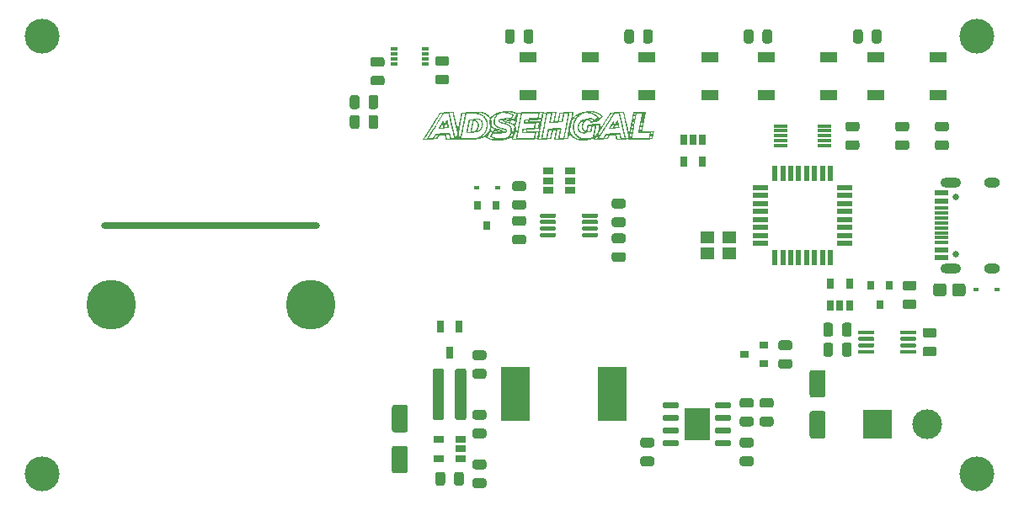
<source format=gbr>
%TF.GenerationSoftware,KiCad,Pcbnew,(5.99.0-2671-gfc0a358ba)*%
%TF.CreationDate,2020-08-29T23:40:29+05:30*%
%TF.ProjectId,Power_Supply,506f7765-725f-4537-9570-706c792e6b69,rev?*%
%TF.SameCoordinates,Original*%
%TF.FileFunction,Soldermask,Top*%
%TF.FilePolarity,Negative*%
%FSLAX46Y46*%
G04 Gerber Fmt 4.6, Leading zero omitted, Abs format (unit mm)*
G04 Created by KiCad (PCBNEW (5.99.0-2671-gfc0a358ba)) date 2020-08-29 23:40:29*
%MOMM*%
%LPD*%
G01*
G04 APERTURE LIST*
%ADD10C,3.500000*%
%ADD11R,3.000000X3.000000*%
%ADD12C,3.000000*%
%ADD13R,1.400000X1.150000*%
%ADD14R,1.600000X0.550000*%
%ADD15R,0.550000X1.600000*%
%ADD16R,0.900000X0.800000*%
%ADD17R,1.700000X1.000000*%
%ADD18R,0.600000X0.450000*%
%ADD19R,0.800000X0.300000*%
%ADD20O,22.010000X0.600000*%
%ADD21C,5.000000*%
%ADD22R,1.400000X0.300000*%
%ADD23R,0.800000X0.900000*%
%ADD24C,0.650000*%
%ADD25R,1.450000X0.600000*%
%ADD26R,1.450000X0.300000*%
%ADD27O,1.600000X1.000000*%
%ADD28O,2.100000X1.000000*%
%ADD29R,2.900000X5.400000*%
%ADD30R,1.060000X0.650000*%
%ADD31R,2.514000X3.200000*%
%ADD32R,0.650000X1.060000*%
%ADD33R,0.650000X1.220000*%
G04 APERTURE END LIST*
%TO.C,G\u002A\u002A\u002A*%
G36*
X54930868Y-24143728D02*
G01*
X54946658Y-24115830D01*
X54963948Y-24085385D01*
X54982517Y-24052778D01*
X55002146Y-24018393D01*
X55022613Y-23982613D01*
X55043697Y-23945823D01*
X55065177Y-23908406D01*
X55086832Y-23870747D01*
X55108441Y-23833230D01*
X55129785Y-23796239D01*
X55150640Y-23760158D01*
X55170787Y-23725372D01*
X55190005Y-23692263D01*
X55208072Y-23661216D01*
X55224769Y-23632615D01*
X55239873Y-23606845D01*
X55253164Y-23584289D01*
X55264421Y-23565332D01*
X55273423Y-23550357D01*
X55279950Y-23539748D01*
X55283780Y-23533890D01*
X55284489Y-23532982D01*
X55299128Y-23521377D01*
X55315638Y-23514803D01*
X55332931Y-23513072D01*
X55349920Y-23515997D01*
X55365516Y-23523392D01*
X55378633Y-23535069D01*
X55388162Y-23550794D01*
X55389639Y-23555936D01*
X55392095Y-23566420D01*
X55395400Y-23581614D01*
X55399423Y-23600884D01*
X55404035Y-23623599D01*
X55409106Y-23649126D01*
X55414506Y-23676833D01*
X55420104Y-23706086D01*
X55420319Y-23707224D01*
X55425857Y-23736351D01*
X55431115Y-23763820D01*
X55435973Y-23789019D01*
X55440312Y-23811339D01*
X55444012Y-23830169D01*
X55446956Y-23844898D01*
X55449022Y-23854916D01*
X55450092Y-23859612D01*
X55450124Y-23859718D01*
X55450943Y-23860346D01*
X55452625Y-23859209D01*
X55455357Y-23856003D01*
X55459321Y-23850424D01*
X55464703Y-23842168D01*
X55471687Y-23830931D01*
X55480457Y-23816409D01*
X55491198Y-23798300D01*
X55504094Y-23776297D01*
X55519329Y-23750099D01*
X55537089Y-23719401D01*
X55557556Y-23683900D01*
X55570785Y-23660911D01*
X55589663Y-23628127D01*
X55607828Y-23596654D01*
X55625031Y-23566922D01*
X55641019Y-23539361D01*
X55655543Y-23514402D01*
X55668350Y-23492475D01*
X55679190Y-23474011D01*
X55687813Y-23459440D01*
X55693966Y-23449192D01*
X55697399Y-23443699D01*
X55697741Y-23443203D01*
X55709993Y-23430963D01*
X55724941Y-23423285D01*
X55741463Y-23420004D01*
X55758433Y-23420958D01*
X55774726Y-23425982D01*
X55789218Y-23434915D01*
X55800784Y-23447593D01*
X55806694Y-23459015D01*
X55807748Y-23463268D01*
X55809825Y-23473024D01*
X55812836Y-23487825D01*
X55816696Y-23507210D01*
X55821317Y-23530719D01*
X55826612Y-23557891D01*
X55832493Y-23588266D01*
X55838874Y-23621385D01*
X55845667Y-23656786D01*
X55852785Y-23694009D01*
X55860142Y-23732595D01*
X55867649Y-23772083D01*
X55875220Y-23812013D01*
X55882768Y-23851924D01*
X55890205Y-23891357D01*
X55897444Y-23929851D01*
X55904398Y-23966946D01*
X55910980Y-24002182D01*
X55917104Y-24035098D01*
X55922680Y-24065235D01*
X55927623Y-24092131D01*
X55931846Y-24115327D01*
X55935260Y-24134363D01*
X55937780Y-24148779D01*
X55939318Y-24158113D01*
X55939790Y-24161825D01*
X55937413Y-24174949D01*
X55931256Y-24188963D01*
X55922533Y-24201298D01*
X55919731Y-24204163D01*
X55915975Y-24207679D01*
X55912451Y-24210694D01*
X55908686Y-24213246D01*
X55904206Y-24215373D01*
X55898537Y-24217115D01*
X55891205Y-24218510D01*
X55881735Y-24219596D01*
X55869653Y-24220412D01*
X55854487Y-24220997D01*
X55835761Y-24221388D01*
X55813001Y-24221625D01*
X55785734Y-24221746D01*
X55753485Y-24221789D01*
X55715781Y-24221794D01*
X55517420Y-24221794D01*
X55519714Y-24230149D01*
X55522086Y-24248621D01*
X55519770Y-24267407D01*
X55513214Y-24284750D01*
X55502869Y-24298895D01*
X55501839Y-24299885D01*
X55498975Y-24302594D01*
X55496298Y-24304981D01*
X55493424Y-24307066D01*
X55489972Y-24308870D01*
X55485559Y-24310412D01*
X55479804Y-24311714D01*
X55472323Y-24312795D01*
X55462735Y-24313675D01*
X55450658Y-24314375D01*
X55435709Y-24314915D01*
X55417507Y-24315316D01*
X55395668Y-24315597D01*
X55369811Y-24315779D01*
X55339554Y-24315882D01*
X55304513Y-24315926D01*
X55264308Y-24315932D01*
X55218556Y-24315919D01*
X55199374Y-24315914D01*
X55152346Y-24315897D01*
X55111008Y-24315868D01*
X55074974Y-24315817D01*
X55043855Y-24315737D01*
X55017267Y-24315621D01*
X54994821Y-24315461D01*
X54976132Y-24315248D01*
X54960812Y-24314976D01*
X54948475Y-24314637D01*
X54938734Y-24314222D01*
X54931203Y-24313725D01*
X54925494Y-24313138D01*
X54921221Y-24312452D01*
X54917997Y-24311660D01*
X54915436Y-24310755D01*
X54914223Y-24310230D01*
X54899534Y-24300542D01*
X54888105Y-24287025D01*
X54880567Y-24271046D01*
X54877553Y-24253972D01*
X54879692Y-24237171D01*
X54880022Y-24236130D01*
X54882167Y-24231577D01*
X54887138Y-24222172D01*
X54894715Y-24208301D01*
X54904676Y-24190348D01*
X54905781Y-24188373D01*
X55052233Y-24188373D01*
X55177351Y-24188373D01*
X55208209Y-24188361D01*
X55233521Y-24188310D01*
X55253820Y-24188196D01*
X55269636Y-24187997D01*
X55281500Y-24187690D01*
X55289944Y-24187251D01*
X55295500Y-24186657D01*
X55298698Y-24185886D01*
X55300070Y-24184914D01*
X55300146Y-24183719D01*
X55299878Y-24183056D01*
X55298524Y-24177342D01*
X55297581Y-24167765D01*
X55297274Y-24157884D01*
X55297368Y-24150728D01*
X55297932Y-24144615D01*
X55299374Y-24138541D01*
X55302100Y-24131504D01*
X55306518Y-24122500D01*
X55313035Y-24110525D01*
X55322057Y-24094575D01*
X55325181Y-24089097D01*
X55340066Y-24063010D01*
X55487047Y-24063010D01*
X55493733Y-24094186D01*
X55645395Y-24094186D01*
X55681052Y-24094156D01*
X55711044Y-24094059D01*
X55735783Y-24093885D01*
X55755682Y-24093623D01*
X55771150Y-24093264D01*
X55782602Y-24092796D01*
X55790447Y-24092210D01*
X55795098Y-24091495D01*
X55796966Y-24090641D01*
X55797047Y-24090388D01*
X55796495Y-24086946D01*
X55794915Y-24078122D01*
X55792418Y-24064502D01*
X55789115Y-24046675D01*
X55785117Y-24025226D01*
X55780535Y-24000744D01*
X55775481Y-23973814D01*
X55770064Y-23945023D01*
X55764397Y-23914960D01*
X55758589Y-23884209D01*
X55752753Y-23853360D01*
X55746999Y-23822998D01*
X55741437Y-23793710D01*
X55736179Y-23766083D01*
X55731337Y-23740705D01*
X55727020Y-23718162D01*
X55723340Y-23699041D01*
X55720407Y-23683930D01*
X55718334Y-23673414D01*
X55717230Y-23668081D01*
X55717105Y-23667580D01*
X55715489Y-23669698D01*
X55711088Y-23676691D01*
X55704135Y-23688159D01*
X55694866Y-23703705D01*
X55683515Y-23722928D01*
X55670316Y-23745431D01*
X55655504Y-23770814D01*
X55639313Y-23798680D01*
X55621977Y-23828629D01*
X55603733Y-23860263D01*
X55601632Y-23863912D01*
X55487047Y-24063010D01*
X55340066Y-24063010D01*
X55353102Y-24040165D01*
X55326820Y-23901549D01*
X55321440Y-23873448D01*
X55316332Y-23847289D01*
X55311616Y-23823656D01*
X55307413Y-23803131D01*
X55303844Y-23786297D01*
X55301031Y-23773737D01*
X55299095Y-23766032D01*
X55298192Y-23763733D01*
X55296400Y-23766407D01*
X55291831Y-23773926D01*
X55284731Y-23785863D01*
X55275348Y-23801794D01*
X55263928Y-23821292D01*
X55250718Y-23843931D01*
X55235966Y-23869285D01*
X55219917Y-23896930D01*
X55202818Y-23926438D01*
X55184917Y-23957384D01*
X55166461Y-23989342D01*
X55147695Y-24021886D01*
X55128868Y-24054590D01*
X55110225Y-24087029D01*
X55092013Y-24118776D01*
X55074480Y-24149406D01*
X55062202Y-24170903D01*
X55052233Y-24188373D01*
X54905781Y-24188373D01*
X54916801Y-24168695D01*
X54930868Y-24143728D01*
G37*
G36*
X66866606Y-23487494D02*
G01*
X66869995Y-23486698D01*
X66871864Y-23485724D01*
X66872719Y-23484551D01*
X66872825Y-23484252D01*
X66873617Y-23480674D01*
X66875534Y-23471492D01*
X66878505Y-23457059D01*
X66882458Y-23437730D01*
X66887321Y-23413857D01*
X66893024Y-23385795D01*
X66899493Y-23353897D01*
X66906658Y-23318516D01*
X66914446Y-23280006D01*
X66922786Y-23238721D01*
X66931607Y-23195014D01*
X66940836Y-23149238D01*
X66950402Y-23101748D01*
X66953553Y-23086100D01*
X66965136Y-23028686D01*
X66976040Y-22974907D01*
X66986221Y-22924969D01*
X66995637Y-22879080D01*
X67004242Y-22837447D01*
X67011995Y-22800277D01*
X67018850Y-22767777D01*
X67024766Y-22740155D01*
X67029697Y-22717617D01*
X67033602Y-22700372D01*
X67036436Y-22688626D01*
X67038155Y-22682586D01*
X67038397Y-22682009D01*
X67049124Y-22666554D01*
X67063435Y-22655683D01*
X67069770Y-22652669D01*
X67072813Y-22651667D01*
X67077087Y-22650816D01*
X67083062Y-22650102D01*
X67091209Y-22649515D01*
X67102000Y-22649043D01*
X67115905Y-22648673D01*
X67133395Y-22648396D01*
X67154941Y-22648198D01*
X67181014Y-22648068D01*
X67212086Y-22647995D01*
X67248626Y-22647967D01*
X67260323Y-22647966D01*
X67439621Y-22647966D01*
X67441145Y-22641130D01*
X67442563Y-22634767D01*
X67444813Y-22624663D01*
X67447404Y-22613026D01*
X67453471Y-22593206D01*
X67462091Y-22578178D01*
X67473954Y-22566950D01*
X67483213Y-22561476D01*
X67498657Y-22553780D01*
X68416775Y-22553780D01*
X68430155Y-22560616D01*
X68446085Y-22572048D01*
X68457917Y-22587555D01*
X68463996Y-22602698D01*
X68464591Y-22605370D01*
X68464963Y-22608468D01*
X68465043Y-22612377D01*
X68464763Y-22617484D01*
X68464056Y-22624174D01*
X68462855Y-22632833D01*
X68461089Y-22643846D01*
X68458693Y-22657600D01*
X68455598Y-22674480D01*
X68451736Y-22694871D01*
X68447040Y-22719161D01*
X68441440Y-22747733D01*
X68434871Y-22780975D01*
X68427262Y-22819272D01*
X68418547Y-22863009D01*
X68415321Y-22879182D01*
X68407501Y-22918362D01*
X68399996Y-22955935D01*
X68392894Y-22991458D01*
X68386283Y-23024491D01*
X68380252Y-23054593D01*
X68374890Y-23081324D01*
X68370284Y-23104243D01*
X68366524Y-23122908D01*
X68363697Y-23136881D01*
X68361892Y-23145719D01*
X68361221Y-23148891D01*
X68362308Y-23149916D01*
X68367109Y-23146326D01*
X68375511Y-23138222D01*
X68387400Y-23125709D01*
X68389838Y-23123066D01*
X68403795Y-23108177D01*
X68419445Y-23091972D01*
X68434883Y-23076394D01*
X68448209Y-23063387D01*
X68448357Y-23063247D01*
X68522089Y-22997315D01*
X68599688Y-22935998D01*
X68680977Y-22879380D01*
X68765775Y-22827544D01*
X68853904Y-22780573D01*
X68945184Y-22738550D01*
X69039436Y-22701557D01*
X69136481Y-22669679D01*
X69236140Y-22642998D01*
X69335637Y-22622141D01*
X70142285Y-22622141D01*
X70177225Y-22629184D01*
X70194436Y-22632858D01*
X70214846Y-22637527D01*
X70235797Y-22642569D01*
X70253182Y-22646980D01*
X70342899Y-22673144D01*
X70428268Y-22703496D01*
X70509423Y-22738121D01*
X70586498Y-22777104D01*
X70659627Y-22820531D01*
X70728945Y-22868486D01*
X70794586Y-22921055D01*
X70856685Y-22978324D01*
X70915376Y-23040378D01*
X70963605Y-23098114D01*
X70973946Y-23111558D01*
X70983218Y-23124243D01*
X70990594Y-23134991D01*
X70995245Y-23142625D01*
X70996080Y-23144350D01*
X71000124Y-23161471D01*
X70999052Y-23179507D01*
X70993240Y-23196775D01*
X70983066Y-23211594D01*
X70980438Y-23214212D01*
X70976490Y-23217517D01*
X70968188Y-23224182D01*
X70955986Y-23233853D01*
X70940338Y-23246172D01*
X70921698Y-23260784D01*
X70900519Y-23277333D01*
X70877255Y-23295464D01*
X70852360Y-23314820D01*
X70829834Y-23332297D01*
X70687934Y-23442289D01*
X70705265Y-23461016D01*
X70713421Y-23469620D01*
X70720053Y-23476233D01*
X70724072Y-23479780D01*
X70724652Y-23480098D01*
X70727279Y-23478323D01*
X70734397Y-23473059D01*
X70745698Y-23464543D01*
X70760873Y-23453012D01*
X70779613Y-23438704D01*
X70801610Y-23421854D01*
X70826554Y-23402700D01*
X70854137Y-23381478D01*
X70884050Y-23358427D01*
X70915984Y-23333782D01*
X70949631Y-23307780D01*
X70984680Y-23280659D01*
X70992020Y-23274975D01*
X71027383Y-23247582D01*
X71061433Y-23221195D01*
X71093860Y-23196056D01*
X71124350Y-23172408D01*
X71152591Y-23150493D01*
X71178272Y-23130554D01*
X71201080Y-23112833D01*
X71220703Y-23097573D01*
X71236829Y-23085016D01*
X71249144Y-23075405D01*
X71257338Y-23068982D01*
X71261098Y-23065990D01*
X71261285Y-23065830D01*
X71261122Y-23062005D01*
X71256869Y-23054614D01*
X71248971Y-23044132D01*
X71237878Y-23031035D01*
X71224036Y-23015797D01*
X71207893Y-22998893D01*
X71189897Y-22980799D01*
X71170495Y-22961989D01*
X71150134Y-22942938D01*
X71129263Y-22924121D01*
X71120610Y-22916539D01*
X71067999Y-22874398D01*
X71010286Y-22834790D01*
X70947998Y-22797958D01*
X70881665Y-22764149D01*
X70811812Y-22733608D01*
X70738969Y-22706580D01*
X70663663Y-22683309D01*
X70586422Y-22664042D01*
X70569163Y-22660352D01*
X70523061Y-22651564D01*
X70474103Y-22643637D01*
X70423494Y-22636693D01*
X70372440Y-22630854D01*
X70322144Y-22626241D01*
X70273814Y-22622976D01*
X70228653Y-22621180D01*
X70187866Y-22620974D01*
X70180263Y-22621137D01*
X70142285Y-22622141D01*
X69335637Y-22622141D01*
X69338233Y-22621597D01*
X69432847Y-22606814D01*
X69478226Y-22598202D01*
X69511842Y-22588672D01*
X69610663Y-22560031D01*
X69712528Y-22536432D01*
X69817037Y-22517914D01*
X69923787Y-22504514D01*
X70032378Y-22496271D01*
X70142407Y-22493223D01*
X70253472Y-22495407D01*
X70365172Y-22502863D01*
X70391131Y-22505349D01*
X70492260Y-22518078D01*
X70589395Y-22535379D01*
X70682557Y-22557263D01*
X70771766Y-22583740D01*
X70857043Y-22614821D01*
X70938408Y-22650515D01*
X71015881Y-22690832D01*
X71089482Y-22735783D01*
X71159231Y-22785379D01*
X71225149Y-22839628D01*
X71287255Y-22898541D01*
X71345571Y-22962129D01*
X71377586Y-23001056D01*
X71387952Y-23014498D01*
X71397421Y-23027374D01*
X71405087Y-23038411D01*
X71410045Y-23046336D01*
X71410765Y-23047699D01*
X71416215Y-23065282D01*
X71416073Y-23083377D01*
X71410569Y-23100763D01*
X71399933Y-23116217D01*
X71397337Y-23118849D01*
X71392529Y-23123009D01*
X71383348Y-23130514D01*
X71370141Y-23141096D01*
X71353250Y-23154490D01*
X71333022Y-23170429D01*
X71309800Y-23188646D01*
X71283930Y-23208876D01*
X71255757Y-23230852D01*
X71225624Y-23254308D01*
X71193877Y-23278977D01*
X71160860Y-23304593D01*
X71126919Y-23330890D01*
X71092398Y-23357602D01*
X71057642Y-23384461D01*
X71022995Y-23411203D01*
X70988803Y-23437559D01*
X70955410Y-23463265D01*
X70923160Y-23488054D01*
X70892399Y-23511659D01*
X70863472Y-23533815D01*
X70836722Y-23554254D01*
X70812496Y-23572710D01*
X70791136Y-23588918D01*
X70772990Y-23602611D01*
X70758400Y-23613522D01*
X70747712Y-23621385D01*
X70741271Y-23625934D01*
X70739612Y-23626952D01*
X70724393Y-23631560D01*
X70712267Y-23631704D01*
X70700807Y-23629915D01*
X70690711Y-23626492D01*
X70680988Y-23620739D01*
X70670643Y-23611955D01*
X70658684Y-23599443D01*
X70646714Y-23585600D01*
X70634917Y-23571847D01*
X70622875Y-23558253D01*
X70611881Y-23546249D01*
X70603229Y-23537269D01*
X70602086Y-23536148D01*
X70585873Y-23520442D01*
X70462823Y-23616042D01*
X70438617Y-23634818D01*
X70415575Y-23652633D01*
X70394199Y-23669105D01*
X70374987Y-23683849D01*
X70358441Y-23696484D01*
X70345062Y-23706625D01*
X70335351Y-23713890D01*
X70329807Y-23717896D01*
X70329139Y-23718339D01*
X70317565Y-23722912D01*
X70302861Y-23725019D01*
X70287470Y-23724606D01*
X70273839Y-23721619D01*
X70269335Y-23719643D01*
X70264188Y-23715660D01*
X70256015Y-23707892D01*
X70245682Y-23697223D01*
X70234052Y-23684539D01*
X70224793Y-23674000D01*
X70187378Y-23632716D01*
X70150717Y-23596720D01*
X70114071Y-23565409D01*
X70076702Y-23538180D01*
X70037872Y-23514430D01*
X70014147Y-23501889D01*
X69970703Y-23482778D01*
X69923039Y-23466613D01*
X69872417Y-23453714D01*
X69820099Y-23444404D01*
X69768139Y-23439058D01*
X69736393Y-23437005D01*
X69706494Y-23457231D01*
X69659225Y-23492850D01*
X69615676Y-23533145D01*
X69575993Y-23577880D01*
X69540318Y-23626819D01*
X69508797Y-23679725D01*
X69481574Y-23736362D01*
X69458793Y-23796494D01*
X69440599Y-23859883D01*
X69429876Y-23910370D01*
X69424721Y-23941195D01*
X69420951Y-23969927D01*
X69418412Y-23998447D01*
X69416950Y-24028632D01*
X69416410Y-24062360D01*
X69416408Y-24074437D01*
X69416781Y-24105352D01*
X69417808Y-24131563D01*
X69419649Y-24154425D01*
X69422463Y-24175292D01*
X69426413Y-24195517D01*
X69431659Y-24216453D01*
X69434412Y-24226218D01*
X69451039Y-24272943D01*
X69472861Y-24316697D01*
X69499615Y-24357182D01*
X69531037Y-24394098D01*
X69566866Y-24427148D01*
X69606839Y-24456031D01*
X69650692Y-24480449D01*
X69663113Y-24486216D01*
X69677401Y-24492306D01*
X69692470Y-24498265D01*
X69707216Y-24503713D01*
X69720540Y-24508271D01*
X69731341Y-24511557D01*
X69738516Y-24513192D01*
X69740910Y-24513054D01*
X69741633Y-24509967D01*
X69743443Y-24501398D01*
X69746242Y-24487827D01*
X69749934Y-24469733D01*
X69754421Y-24447595D01*
X69759606Y-24421892D01*
X69765394Y-24393103D01*
X69771686Y-24361707D01*
X69778386Y-24328184D01*
X69783545Y-24302308D01*
X69794360Y-24248038D01*
X69804062Y-24199407D01*
X69812723Y-24156091D01*
X69820415Y-24117770D01*
X69827207Y-24084121D01*
X69833170Y-24054822D01*
X69838376Y-24029552D01*
X69842896Y-24007987D01*
X69846799Y-23989807D01*
X69850158Y-23974689D01*
X69853043Y-23962311D01*
X69855524Y-23952351D01*
X69857673Y-23944487D01*
X69859560Y-23938397D01*
X69861257Y-23933759D01*
X69862834Y-23930250D01*
X69864362Y-23927550D01*
X69865912Y-23925336D01*
X69866723Y-23924303D01*
X69875244Y-23915623D01*
X69885241Y-23907917D01*
X69887358Y-23906623D01*
X69899222Y-23899836D01*
X70080555Y-23899786D01*
X70118348Y-23899768D01*
X70150519Y-23899724D01*
X70177524Y-23899643D01*
X70199817Y-23899512D01*
X70217852Y-23899315D01*
X70232086Y-23899041D01*
X70242972Y-23898676D01*
X70250967Y-23898207D01*
X70256523Y-23897620D01*
X70260097Y-23896901D01*
X70262144Y-23896038D01*
X70263117Y-23895017D01*
X70263351Y-23894419D01*
X70264666Y-23888992D01*
X70266806Y-23879507D01*
X70269346Y-23867851D01*
X70269785Y-23865801D01*
X70276140Y-23844597D01*
X70285262Y-23828413D01*
X70297527Y-23816680D01*
X70305519Y-23812030D01*
X70318904Y-23805550D01*
X70721276Y-23805617D01*
X70778959Y-23805629D01*
X70830878Y-23805649D01*
X70877349Y-23805680D01*
X70918684Y-23805727D01*
X70955197Y-23805795D01*
X70987202Y-23805887D01*
X71015013Y-23806008D01*
X71038942Y-23806162D01*
X71059305Y-23806354D01*
X71076415Y-23806587D01*
X71090585Y-23806866D01*
X71102129Y-23807196D01*
X71111360Y-23807580D01*
X71118593Y-23808023D01*
X71124142Y-23808529D01*
X71128319Y-23809103D01*
X71131438Y-23809749D01*
X71133814Y-23810471D01*
X71135759Y-23811273D01*
X71135801Y-23811292D01*
X71151485Y-23821683D01*
X71162865Y-23835973D01*
X71169378Y-23853272D01*
X71170742Y-23866541D01*
X71170170Y-23870894D01*
X71168530Y-23880637D01*
X71165931Y-23895199D01*
X71162483Y-23914009D01*
X71158298Y-23936498D01*
X71153484Y-23962093D01*
X71148154Y-23990224D01*
X71142416Y-24020320D01*
X71136381Y-24051810D01*
X71130160Y-24084124D01*
X71123863Y-24116691D01*
X71117600Y-24148939D01*
X71111482Y-24180298D01*
X71105619Y-24210197D01*
X71100121Y-24238066D01*
X71095098Y-24263333D01*
X71090662Y-24285428D01*
X71086922Y-24303779D01*
X71083988Y-24317816D01*
X71081971Y-24326968D01*
X71081084Y-24330412D01*
X71080589Y-24333888D01*
X71080946Y-24334210D01*
X71082650Y-24331679D01*
X71087494Y-24324213D01*
X71095358Y-24312002D01*
X71106120Y-24295238D01*
X71119658Y-24274111D01*
X71135850Y-24248812D01*
X71154575Y-24219532D01*
X71175710Y-24186463D01*
X71199134Y-24149793D01*
X71224725Y-24109715D01*
X71252361Y-24066420D01*
X71281920Y-24020098D01*
X71313281Y-23970939D01*
X71346321Y-23919136D01*
X71380920Y-23864878D01*
X71416954Y-23808356D01*
X71454303Y-23749762D01*
X71492844Y-23689285D01*
X71532456Y-23627118D01*
X71573017Y-23563451D01*
X71609917Y-23505520D01*
X71651294Y-23440568D01*
X71691868Y-23376897D01*
X71731517Y-23314701D01*
X71770117Y-23254174D01*
X71807543Y-23195508D01*
X71843672Y-23138898D01*
X71878379Y-23084538D01*
X71911542Y-23032620D01*
X71943036Y-22983338D01*
X71972738Y-22936886D01*
X72000523Y-22893458D01*
X72026268Y-22853246D01*
X72049849Y-22816445D01*
X72071142Y-22783248D01*
X72090023Y-22753849D01*
X72106369Y-22728441D01*
X72120055Y-22707218D01*
X72130958Y-22690373D01*
X72133921Y-22685824D01*
X73126628Y-22685824D01*
X73126970Y-22686704D01*
X73127858Y-22689996D01*
X73130100Y-22699006D01*
X73133651Y-22713543D01*
X73138464Y-22733413D01*
X73144493Y-22758421D01*
X73151692Y-22788376D01*
X73160014Y-22823082D01*
X73169415Y-22862348D01*
X73179847Y-22905979D01*
X73191264Y-22953781D01*
X73203621Y-23005562D01*
X73216871Y-23061128D01*
X73230968Y-23120286D01*
X73245866Y-23182841D01*
X73261520Y-23248602D01*
X73277881Y-23317373D01*
X73294906Y-23388962D01*
X73312547Y-23463176D01*
X73330759Y-23539820D01*
X73349495Y-23618701D01*
X73368709Y-23699627D01*
X73388355Y-23782403D01*
X73408387Y-23866836D01*
X73426639Y-23943792D01*
X73446969Y-24029514D01*
X73466948Y-24113741D01*
X73486531Y-24196278D01*
X73505670Y-24276933D01*
X73524321Y-24355513D01*
X73542438Y-24431825D01*
X73559975Y-24505676D01*
X73576885Y-24576874D01*
X73593124Y-24645225D01*
X73608645Y-24710538D01*
X73623402Y-24772619D01*
X73637349Y-24831274D01*
X73650442Y-24886313D01*
X73662633Y-24937541D01*
X73673877Y-24984765D01*
X73684128Y-25027794D01*
X73693340Y-25066434D01*
X73701468Y-25100492D01*
X73708465Y-25129776D01*
X73714286Y-25154092D01*
X73718884Y-25173248D01*
X73722215Y-25187052D01*
X73724231Y-25195309D01*
X73724885Y-25197841D01*
X73728141Y-25198362D01*
X73736787Y-25198841D01*
X73750137Y-25199264D01*
X73767507Y-25199618D01*
X73788209Y-25199887D01*
X73811557Y-25200059D01*
X73836794Y-25200119D01*
X73947296Y-25200119D01*
X73950565Y-25184168D01*
X73952034Y-25176931D01*
X73954498Y-25164708D01*
X73957763Y-25148470D01*
X73961633Y-25129190D01*
X73965913Y-25107839D01*
X73970204Y-25086406D01*
X73986574Y-25004594D01*
X73985989Y-25002124D01*
X74117068Y-25002124D01*
X74147092Y-25129959D01*
X74154337Y-25160772D01*
X74160348Y-25186188D01*
X74165280Y-25206726D01*
X74169285Y-25222906D01*
X74172517Y-25235247D01*
X74175127Y-25244268D01*
X74177269Y-25250490D01*
X74179096Y-25254431D01*
X74180760Y-25256611D01*
X74182415Y-25257548D01*
X74184213Y-25257764D01*
X74184713Y-25257766D01*
X74192309Y-25257737D01*
X74204269Y-25197841D01*
X74335585Y-25197841D01*
X74338726Y-25198081D01*
X74347645Y-25198308D01*
X74362047Y-25198520D01*
X74381633Y-25198719D01*
X74406107Y-25198905D01*
X74435170Y-25199077D01*
X74468525Y-25199236D01*
X74505875Y-25199381D01*
X74546923Y-25199513D01*
X74591371Y-25199632D01*
X74638922Y-25199738D01*
X74689278Y-25199831D01*
X74742143Y-25199911D01*
X74797218Y-25199978D01*
X74854206Y-25200032D01*
X74912811Y-25200074D01*
X74972734Y-25200104D01*
X75033679Y-25200121D01*
X75095347Y-25200126D01*
X75157442Y-25200118D01*
X75219666Y-25200098D01*
X75281722Y-25200067D01*
X75343312Y-25200023D01*
X75404139Y-25199967D01*
X75463906Y-25199900D01*
X75522316Y-25199821D01*
X75579070Y-25199730D01*
X75633872Y-25199628D01*
X75686424Y-25199514D01*
X75736428Y-25199389D01*
X75783589Y-25199253D01*
X75827607Y-25199106D01*
X75868186Y-25198947D01*
X75905029Y-25198778D01*
X75937837Y-25198598D01*
X75966314Y-25198407D01*
X75990163Y-25198205D01*
X76009085Y-25197992D01*
X76022784Y-25197769D01*
X76030962Y-25197536D01*
X76033354Y-25197325D01*
X76033601Y-25196303D01*
X76165670Y-25196303D01*
X76167066Y-25197656D01*
X76171660Y-25198672D01*
X76180057Y-25199388D01*
X76192864Y-25199843D01*
X76210686Y-25200072D01*
X76227625Y-25200119D01*
X76289580Y-25200119D01*
X76291496Y-25192486D01*
X76292580Y-25187588D01*
X76294721Y-25177379D01*
X76297818Y-25162368D01*
X76301768Y-25143067D01*
X76306468Y-25119985D01*
X76311817Y-25093631D01*
X76317712Y-25064515D01*
X76324050Y-25033149D01*
X76330728Y-25000041D01*
X76337646Y-24965701D01*
X76344699Y-24930640D01*
X76351785Y-24895368D01*
X76358803Y-24860394D01*
X76365649Y-24826228D01*
X76372222Y-24793380D01*
X76378418Y-24762361D01*
X76384136Y-24733679D01*
X76389272Y-24707846D01*
X76393725Y-24685371D01*
X76397391Y-24666764D01*
X76400169Y-24652536D01*
X76401956Y-24643195D01*
X76402650Y-24639251D01*
X76402655Y-24639177D01*
X76401655Y-24637733D01*
X76398194Y-24636650D01*
X76391581Y-24635882D01*
X76381126Y-24635382D01*
X76366139Y-24635105D01*
X76345928Y-24635003D01*
X76340371Y-24635000D01*
X76321660Y-24635055D01*
X76305199Y-24635209D01*
X76291884Y-24635444D01*
X76282615Y-24635744D01*
X76278290Y-24636091D01*
X76278086Y-24636187D01*
X76277496Y-24639270D01*
X76275783Y-24647894D01*
X76273031Y-24661642D01*
X76269322Y-24680100D01*
X76264741Y-24702852D01*
X76259371Y-24729484D01*
X76253297Y-24759579D01*
X76246602Y-24792722D01*
X76239369Y-24828499D01*
X76231683Y-24866493D01*
X76223628Y-24906290D01*
X76221878Y-24914931D01*
X76213746Y-24955125D01*
X76205968Y-24993653D01*
X76198626Y-25030095D01*
X76191804Y-25064030D01*
X76185588Y-25095039D01*
X76180061Y-25122699D01*
X76175306Y-25146591D01*
X76171408Y-25166295D01*
X76168450Y-25181390D01*
X76166518Y-25191455D01*
X76165694Y-25196071D01*
X76165670Y-25196303D01*
X76033601Y-25196303D01*
X76034127Y-25194128D01*
X76035995Y-25185509D01*
X76038847Y-25172003D01*
X76042575Y-25154143D01*
X76047069Y-25132465D01*
X76052222Y-25107503D01*
X76057924Y-25079791D01*
X76064066Y-25049864D01*
X76070539Y-25018257D01*
X76077234Y-24985503D01*
X76084043Y-24952137D01*
X76090856Y-24918693D01*
X76097564Y-24885707D01*
X76104058Y-24853712D01*
X76110230Y-24823243D01*
X76115971Y-24794835D01*
X76121171Y-24769021D01*
X76125722Y-24746336D01*
X76129515Y-24727315D01*
X76132440Y-24712493D01*
X76134389Y-24702402D01*
X76135253Y-24697579D01*
X76135287Y-24697267D01*
X76132298Y-24697118D01*
X76123531Y-24696965D01*
X76109284Y-24696809D01*
X76089854Y-24696651D01*
X76065540Y-24696493D01*
X76036639Y-24696335D01*
X76003450Y-24696178D01*
X75966271Y-24696025D01*
X75925400Y-24695876D01*
X75881135Y-24695731D01*
X75833774Y-24695593D01*
X75783615Y-24695463D01*
X75730956Y-24695342D01*
X75676096Y-24695230D01*
X75619331Y-24695129D01*
X75569408Y-24695053D01*
X75003529Y-24694246D01*
X74989029Y-24685723D01*
X74973498Y-24673467D01*
X74962952Y-24658108D01*
X74957762Y-24640198D01*
X74957654Y-24639277D01*
X74957695Y-24636803D01*
X74958174Y-24632278D01*
X74959123Y-24625530D01*
X74960577Y-24616390D01*
X74962568Y-24604684D01*
X74965130Y-24590243D01*
X74968297Y-24572893D01*
X74969912Y-24564214D01*
X75099234Y-24564214D01*
X75100282Y-24565605D01*
X75103877Y-24566614D01*
X75110699Y-24567274D01*
X75121427Y-24567621D01*
X75136739Y-24567691D01*
X75157313Y-24567518D01*
X75161957Y-24567460D01*
X75224680Y-24566638D01*
X75243984Y-24467894D01*
X75246221Y-24456514D01*
X75249591Y-24439450D01*
X75254040Y-24416978D01*
X75259514Y-24389374D01*
X75265956Y-24356913D01*
X75273314Y-24319871D01*
X75281530Y-24278523D01*
X75290552Y-24233146D01*
X75300324Y-24184014D01*
X75310791Y-24131403D01*
X75321898Y-24075589D01*
X75333590Y-24016848D01*
X75345813Y-23955455D01*
X75358512Y-23891685D01*
X75371632Y-23825815D01*
X75385119Y-23758119D01*
X75398916Y-23688874D01*
X75412970Y-23618355D01*
X75427226Y-23546838D01*
X75431374Y-23526028D01*
X75599460Y-22682906D01*
X75537277Y-22682084D01*
X75518512Y-22681879D01*
X75501928Y-22681781D01*
X75488443Y-22681787D01*
X75478972Y-22681898D01*
X75474432Y-22682111D01*
X75474176Y-22682179D01*
X75473506Y-22685201D01*
X75471706Y-22693908D01*
X75468831Y-22708028D01*
X75464936Y-22727285D01*
X75460076Y-22751405D01*
X75454304Y-22780115D01*
X75447676Y-22813140D01*
X75440246Y-22850206D01*
X75432068Y-22891040D01*
X75423198Y-22935366D01*
X75413690Y-22982911D01*
X75403599Y-23033401D01*
X75392979Y-23086561D01*
X75381884Y-23142117D01*
X75370370Y-23199796D01*
X75358491Y-23259323D01*
X75346302Y-23320424D01*
X75333857Y-23382825D01*
X75321210Y-23446252D01*
X75308417Y-23510430D01*
X75295533Y-23575086D01*
X75282611Y-23639946D01*
X75269706Y-23704734D01*
X75256873Y-23769178D01*
X75244167Y-23833002D01*
X75231642Y-23895934D01*
X75219352Y-23957698D01*
X75207353Y-24018021D01*
X75195699Y-24076628D01*
X75184445Y-24133245D01*
X75173645Y-24187599D01*
X75163353Y-24239415D01*
X75153625Y-24288419D01*
X75144515Y-24334337D01*
X75136078Y-24376895D01*
X75128368Y-24415818D01*
X75121440Y-24450832D01*
X75115348Y-24481664D01*
X75110147Y-24508039D01*
X75105893Y-24529683D01*
X75102638Y-24546322D01*
X75100439Y-24557682D01*
X75099348Y-24563489D01*
X75099234Y-24564214D01*
X74969912Y-24564214D01*
X74972100Y-24552466D01*
X74976575Y-24528788D01*
X74981753Y-24501688D01*
X74987669Y-24470996D01*
X74994356Y-24436540D01*
X75001847Y-24398148D01*
X75010175Y-24355649D01*
X75019374Y-24308873D01*
X75029477Y-24257647D01*
X75040517Y-24201800D01*
X75052528Y-24141161D01*
X75065543Y-24075559D01*
X75079596Y-24004822D01*
X75094719Y-23928779D01*
X75110946Y-23847258D01*
X75128311Y-23760089D01*
X75143075Y-23686015D01*
X75157910Y-23611593D01*
X75172436Y-23538704D01*
X75186608Y-23467574D01*
X75200381Y-23398428D01*
X75213711Y-23331492D01*
X75226552Y-23266992D01*
X75238860Y-23205154D01*
X75250590Y-23146203D01*
X75261697Y-23090365D01*
X75272136Y-23037865D01*
X75281862Y-22988930D01*
X75290831Y-22943784D01*
X75298997Y-22902655D01*
X75306315Y-22865766D01*
X75312742Y-22833344D01*
X75318231Y-22805615D01*
X75322739Y-22782804D01*
X75326220Y-22765136D01*
X75328629Y-22752839D01*
X75329922Y-22746136D01*
X75330144Y-22744891D01*
X75327158Y-22744422D01*
X75318409Y-22744005D01*
X75304210Y-22743645D01*
X75284875Y-22743342D01*
X75260717Y-22743101D01*
X75232048Y-22742922D01*
X75199184Y-22742810D01*
X75162436Y-22742765D01*
X75122119Y-22742792D01*
X75078545Y-22742891D01*
X75077358Y-22742895D01*
X74824572Y-22743672D01*
X74579378Y-23969617D01*
X74562353Y-24054766D01*
X74545638Y-24138405D01*
X74529273Y-24220335D01*
X74513297Y-24300361D01*
X74497749Y-24378286D01*
X74482669Y-24453911D01*
X74468095Y-24527040D01*
X74454067Y-24597476D01*
X74440624Y-24665021D01*
X74427804Y-24729480D01*
X74415647Y-24790653D01*
X74404193Y-24848345D01*
X74393480Y-24902359D01*
X74383546Y-24952497D01*
X74374433Y-24998561D01*
X74366178Y-25040356D01*
X74358820Y-25077684D01*
X74352400Y-25110348D01*
X74346955Y-25138150D01*
X74342526Y-25160894D01*
X74339150Y-25178382D01*
X74336868Y-25190418D01*
X74335719Y-25196805D01*
X74335585Y-25197841D01*
X74204269Y-25197841D01*
X74442707Y-24003743D01*
X74459910Y-23917596D01*
X74476816Y-23832952D01*
X74493386Y-23750005D01*
X74509580Y-23668950D01*
X74525359Y-23589984D01*
X74540685Y-23513301D01*
X74555519Y-23439096D01*
X74569820Y-23367565D01*
X74583551Y-23298903D01*
X74596672Y-23233305D01*
X74609144Y-23170967D01*
X74620928Y-23112083D01*
X74631985Y-23056848D01*
X74642276Y-23005459D01*
X74651762Y-22958110D01*
X74660403Y-22914997D01*
X74668161Y-22876314D01*
X74674996Y-22842257D01*
X74680870Y-22813021D01*
X74685743Y-22788802D01*
X74689576Y-22769794D01*
X74692331Y-22756194D01*
X74693968Y-22748195D01*
X74694449Y-22745951D01*
X74693625Y-22744630D01*
X74689693Y-22743633D01*
X74682052Y-22742924D01*
X74670102Y-22742465D01*
X74653241Y-22742221D01*
X74632419Y-22742153D01*
X74569045Y-22742153D01*
X74343056Y-23872138D01*
X74117068Y-25002124D01*
X73985989Y-25002124D01*
X73711176Y-23843004D01*
X73435777Y-22681415D01*
X73279959Y-22681401D01*
X73245191Y-22681407D01*
X73216022Y-22681442D01*
X73191974Y-22681524D01*
X73172570Y-22681668D01*
X73157331Y-22681892D01*
X73145780Y-22682211D01*
X73137440Y-22682643D01*
X73131832Y-22683203D01*
X73128480Y-22683909D01*
X73126904Y-22684777D01*
X73126628Y-22685824D01*
X72133921Y-22685824D01*
X72138954Y-22678101D01*
X72143919Y-22670593D01*
X72145675Y-22668091D01*
X72153816Y-22661024D01*
X72163789Y-22654709D01*
X72165777Y-22653726D01*
X72168716Y-22652508D01*
X72172178Y-22651478D01*
X72176668Y-22650621D01*
X72182693Y-22649921D01*
X72190758Y-22649361D01*
X72201371Y-22648926D01*
X72215037Y-22648599D01*
X72232263Y-22648364D01*
X72253554Y-22648207D01*
X72279416Y-22648109D01*
X72310357Y-22648057D01*
X72345815Y-22648033D01*
X72513700Y-22647966D01*
X72527757Y-22625939D01*
X72539585Y-22607527D01*
X72548821Y-22593523D01*
X72556055Y-22583158D01*
X72561875Y-22575661D01*
X72566872Y-22570265D01*
X72571633Y-22566199D01*
X72575650Y-22563399D01*
X72588098Y-22555299D01*
X73506654Y-22555299D01*
X73519828Y-22564548D01*
X73529076Y-22572538D01*
X73537131Y-22581971D01*
X73539579Y-22585816D01*
X73540939Y-22589991D01*
X73543673Y-22600042D01*
X73547772Y-22615926D01*
X73553226Y-22637603D01*
X73560024Y-22665031D01*
X73568157Y-22698169D01*
X73577614Y-22736975D01*
X73588387Y-22781408D01*
X73600463Y-22831427D01*
X73613835Y-22886990D01*
X73628492Y-22948056D01*
X73644423Y-23014583D01*
X73661620Y-23086530D01*
X73680071Y-23163856D01*
X73699767Y-23246519D01*
X73720699Y-23334478D01*
X73742855Y-23427692D01*
X73766227Y-23526118D01*
X73790804Y-23629716D01*
X73795739Y-23650530D01*
X73814362Y-23729070D01*
X73832628Y-23806092D01*
X73850488Y-23881384D01*
X73867891Y-23954736D01*
X73884789Y-24025940D01*
X73901129Y-24094784D01*
X73916864Y-24161059D01*
X73931942Y-24224555D01*
X73946315Y-24285061D01*
X73959931Y-24342369D01*
X73972742Y-24396267D01*
X73984697Y-24446546D01*
X73995746Y-24492995D01*
X74005839Y-24535406D01*
X74014927Y-24573567D01*
X74022960Y-24607270D01*
X74029887Y-24636303D01*
X74035658Y-24660457D01*
X74040225Y-24679522D01*
X74043536Y-24693288D01*
X74045542Y-24701545D01*
X74046193Y-24704095D01*
X74046847Y-24701218D01*
X74048648Y-24692598D01*
X74051552Y-24678448D01*
X74055516Y-24658986D01*
X74060496Y-24634425D01*
X74066450Y-24604980D01*
X74073334Y-24570868D01*
X74081105Y-24532303D01*
X74089720Y-24489501D01*
X74099136Y-24442676D01*
X74109309Y-24392044D01*
X74120196Y-24337819D01*
X74131754Y-24280218D01*
X74143939Y-24219455D01*
X74156710Y-24155745D01*
X74170021Y-24089304D01*
X74183830Y-24020347D01*
X74198094Y-23949089D01*
X74212770Y-23875745D01*
X74227814Y-23800530D01*
X74243183Y-23723659D01*
X74251250Y-23683302D01*
X74271253Y-23583250D01*
X74290102Y-23489040D01*
X74307823Y-23400552D01*
X74324440Y-23317668D01*
X74339976Y-23240267D01*
X74354456Y-23168231D01*
X74367905Y-23101440D01*
X74380346Y-23039775D01*
X74391805Y-22983116D01*
X74402305Y-22931344D01*
X74411871Y-22884339D01*
X74420527Y-22841982D01*
X74428297Y-22804154D01*
X74435207Y-22770736D01*
X74441279Y-22741607D01*
X74446539Y-22716649D01*
X74451010Y-22695742D01*
X74454718Y-22678767D01*
X74457686Y-22665604D01*
X74459939Y-22656134D01*
X74461501Y-22650238D01*
X74462280Y-22647994D01*
X74470200Y-22636388D01*
X74480688Y-22626263D01*
X74482128Y-22625207D01*
X74495131Y-22616064D01*
X74608207Y-22615201D01*
X74721283Y-22614337D01*
X74724867Y-22600940D01*
X74731718Y-22585637D01*
X74742929Y-22571758D01*
X74756808Y-22561278D01*
X74760440Y-22559446D01*
X74762288Y-22558700D01*
X74764582Y-22558024D01*
X74767617Y-22557415D01*
X74771684Y-22556869D01*
X74777077Y-22556382D01*
X74784088Y-22555951D01*
X74793011Y-22555572D01*
X74804137Y-22555243D01*
X74817760Y-22554959D01*
X74834172Y-22554718D01*
X74853666Y-22554515D01*
X74876535Y-22554347D01*
X74903072Y-22554210D01*
X74933569Y-22554102D01*
X74968319Y-22554019D01*
X75007615Y-22553956D01*
X75051750Y-22553912D01*
X75101016Y-22553881D01*
X75155707Y-22553861D01*
X75216114Y-22553849D01*
X75230738Y-22553846D01*
X75293296Y-22553832D01*
X75350069Y-22553816D01*
X75401346Y-22553808D01*
X75447418Y-22553819D01*
X75488576Y-22553859D01*
X75525110Y-22553939D01*
X75557311Y-22554069D01*
X75585468Y-22554259D01*
X75609873Y-22554520D01*
X75630817Y-22554863D01*
X75648589Y-22555297D01*
X75663480Y-22555834D01*
X75675781Y-22556483D01*
X75685782Y-22557255D01*
X75693773Y-22558160D01*
X75700047Y-22559209D01*
X75704891Y-22560413D01*
X75708599Y-22561782D01*
X75711459Y-22563325D01*
X75713762Y-22565054D01*
X75715799Y-22566979D01*
X75717861Y-22569111D01*
X75720186Y-22571411D01*
X75729601Y-22583062D01*
X75736638Y-22597166D01*
X75740086Y-22611139D01*
X75740244Y-22614140D01*
X75739662Y-22617901D01*
X75737935Y-22627393D01*
X75735108Y-22642388D01*
X75731225Y-22662657D01*
X75726332Y-22687973D01*
X75720474Y-22718107D01*
X75713695Y-22752832D01*
X75706041Y-22791918D01*
X75697557Y-22835139D01*
X75688286Y-22882267D01*
X75678275Y-22933072D01*
X75667569Y-22987327D01*
X75656211Y-23044803D01*
X75644248Y-23105274D01*
X75631723Y-23168510D01*
X75618683Y-23234284D01*
X75605171Y-23302367D01*
X75591233Y-23372531D01*
X75576914Y-23444549D01*
X75562259Y-23518192D01*
X75553457Y-23562389D01*
X75538635Y-23636808D01*
X75524122Y-23709697D01*
X75509962Y-23780831D01*
X75496201Y-23849984D01*
X75482884Y-23916931D01*
X75470055Y-23981444D01*
X75457758Y-24043298D01*
X75446040Y-24102268D01*
X75434944Y-24158127D01*
X75424516Y-24210649D01*
X75414801Y-24259609D01*
X75405843Y-24304779D01*
X75397687Y-24345936D01*
X75390377Y-24382851D01*
X75383960Y-24415301D01*
X75378479Y-24443058D01*
X75373980Y-24465896D01*
X75370507Y-24483590D01*
X75368106Y-24495914D01*
X75366820Y-24502642D01*
X75366603Y-24503900D01*
X75368157Y-24504353D01*
X75372941Y-24504769D01*
X75381135Y-24505149D01*
X75392923Y-24505496D01*
X75408485Y-24505809D01*
X75428003Y-24506090D01*
X75451659Y-24506340D01*
X75479635Y-24506560D01*
X75512112Y-24506752D01*
X75549272Y-24506917D01*
X75591297Y-24507054D01*
X75638369Y-24507167D01*
X75690668Y-24507256D01*
X75748377Y-24507321D01*
X75811678Y-24507365D01*
X75880752Y-24507388D01*
X75930301Y-24507392D01*
X75999870Y-24507387D01*
X76063624Y-24507379D01*
X76121822Y-24507374D01*
X76174725Y-24507380D01*
X76222595Y-24507405D01*
X76265690Y-24507458D01*
X76304273Y-24507544D01*
X76338603Y-24507673D01*
X76368941Y-24507852D01*
X76395548Y-24508089D01*
X76418684Y-24508391D01*
X76438610Y-24508767D01*
X76455586Y-24509223D01*
X76469874Y-24509767D01*
X76481733Y-24510408D01*
X76491424Y-24511153D01*
X76499209Y-24512010D01*
X76505346Y-24512986D01*
X76510098Y-24514090D01*
X76513724Y-24515328D01*
X76516485Y-24516709D01*
X76518642Y-24518241D01*
X76520455Y-24519930D01*
X76522185Y-24521785D01*
X76524092Y-24523814D01*
X76525329Y-24525023D01*
X76534503Y-24536316D01*
X76541513Y-24550012D01*
X76545141Y-24563548D01*
X76545388Y-24567233D01*
X76544800Y-24571791D01*
X76543076Y-24581815D01*
X76540306Y-24596853D01*
X76536582Y-24616456D01*
X76531997Y-24640171D01*
X76526640Y-24667549D01*
X76520605Y-24698137D01*
X76513982Y-24731486D01*
X76506864Y-24767144D01*
X76499341Y-24804660D01*
X76491505Y-24843584D01*
X76483449Y-24883465D01*
X76475263Y-24923851D01*
X76467039Y-24964292D01*
X76458869Y-25004337D01*
X76450845Y-25043535D01*
X76443057Y-25081435D01*
X76435598Y-25117587D01*
X76428559Y-25151538D01*
X76422032Y-25182839D01*
X76416108Y-25211038D01*
X76410879Y-25235685D01*
X76406436Y-25256328D01*
X76402872Y-25272517D01*
X76400277Y-25283801D01*
X76398744Y-25289728D01*
X76398481Y-25290443D01*
X76388904Y-25303458D01*
X76375608Y-25314553D01*
X76365534Y-25319970D01*
X76361633Y-25321254D01*
X76356296Y-25322290D01*
X76348894Y-25323102D01*
X76338801Y-25323716D01*
X76325388Y-25324156D01*
X76308029Y-25324447D01*
X76286097Y-25324615D01*
X76258964Y-25324683D01*
X76246677Y-25324689D01*
X76139115Y-25324689D01*
X76135377Y-25338038D01*
X76128233Y-25354042D01*
X76116998Y-25368116D01*
X76103246Y-25378378D01*
X76100562Y-25379703D01*
X76099307Y-25380209D01*
X76097715Y-25380684D01*
X76095597Y-25381129D01*
X76092761Y-25381544D01*
X76089018Y-25381931D01*
X76084178Y-25382291D01*
X76078051Y-25382625D01*
X76070446Y-25382933D01*
X76061174Y-25383217D01*
X76050044Y-25383478D01*
X76036867Y-25383717D01*
X76021451Y-25383934D01*
X76003608Y-25384132D01*
X75983147Y-25384310D01*
X75959878Y-25384470D01*
X75933611Y-25384613D01*
X75904156Y-25384740D01*
X75871322Y-25384851D01*
X75834920Y-25384949D01*
X75794760Y-25385033D01*
X75750651Y-25385105D01*
X75702403Y-25385167D01*
X75649827Y-25385218D01*
X75592732Y-25385260D01*
X75530928Y-25385294D01*
X75464225Y-25385321D01*
X75392433Y-25385342D01*
X75315362Y-25385358D01*
X75232821Y-25385370D01*
X75144622Y-25385379D01*
X75050573Y-25385386D01*
X75031535Y-25385387D01*
X74935669Y-25385392D01*
X74845694Y-25385391D01*
X74761423Y-25385385D01*
X74682671Y-25385372D01*
X74609251Y-25385353D01*
X74540978Y-25385325D01*
X74477665Y-25385289D01*
X74419128Y-25385243D01*
X74365178Y-25385186D01*
X74315632Y-25385119D01*
X74270301Y-25385039D01*
X74229002Y-25384947D01*
X74191547Y-25384841D01*
X74157751Y-25384720D01*
X74127427Y-25384585D01*
X74100390Y-25384433D01*
X74076454Y-25384264D01*
X74055432Y-25384078D01*
X74037139Y-25383873D01*
X74021389Y-25383649D01*
X74007995Y-25383405D01*
X73996772Y-25383140D01*
X73987534Y-25382854D01*
X73980094Y-25382545D01*
X73974267Y-25382212D01*
X73969867Y-25381856D01*
X73966707Y-25381474D01*
X73964602Y-25381067D01*
X73963622Y-25380752D01*
X73947220Y-25370773D01*
X73934968Y-25356565D01*
X73927396Y-25338778D01*
X73926587Y-25335323D01*
X73924693Y-25326208D01*
X73838642Y-25325400D01*
X73813127Y-25325200D01*
X73793090Y-25325150D01*
X73777935Y-25325273D01*
X73767065Y-25325595D01*
X73759884Y-25326139D01*
X73755794Y-25326929D01*
X73754200Y-25327989D01*
X73754209Y-25328810D01*
X73757217Y-25341420D01*
X73758225Y-25356346D01*
X73757060Y-25370105D01*
X73756416Y-25372930D01*
X73752156Y-25383091D01*
X73745445Y-25393736D01*
X73742287Y-25397602D01*
X73739882Y-25400438D01*
X73737840Y-25403014D01*
X73735875Y-25405342D01*
X73733697Y-25407434D01*
X73731019Y-25409302D01*
X73727552Y-25410958D01*
X73723008Y-25412414D01*
X73717099Y-25413682D01*
X73709537Y-25414773D01*
X73700034Y-25415700D01*
X73688302Y-25416474D01*
X73674052Y-25417109D01*
X73656997Y-25417614D01*
X73636848Y-25418004D01*
X73613317Y-25418288D01*
X73586116Y-25418480D01*
X73554957Y-25418592D01*
X73519551Y-25418634D01*
X73479611Y-25418620D01*
X73434849Y-25418562D01*
X73384975Y-25418470D01*
X73329703Y-25418358D01*
X73268744Y-25418236D01*
X73245885Y-25418194D01*
X72785586Y-25417356D01*
X72772712Y-25408622D01*
X72768323Y-25405532D01*
X72764420Y-25402312D01*
X72760887Y-25398533D01*
X72757605Y-25393765D01*
X72754459Y-25387578D01*
X72751330Y-25379542D01*
X72748102Y-25369229D01*
X72744659Y-25356208D01*
X72740882Y-25340050D01*
X72736654Y-25320325D01*
X72731860Y-25296603D01*
X72726381Y-25268456D01*
X72720101Y-25235452D01*
X72712903Y-25197163D01*
X72708054Y-25171256D01*
X72701695Y-25137284D01*
X72695635Y-25104956D01*
X72689972Y-25074786D01*
X72684801Y-25047290D01*
X72680221Y-25022982D01*
X72676328Y-25002377D01*
X72673219Y-24985990D01*
X72670991Y-24974334D01*
X72669742Y-24967925D01*
X72669534Y-24966931D01*
X72667954Y-24960095D01*
X72110627Y-24960095D01*
X72015349Y-25126441D01*
X71998518Y-25155788D01*
X71982459Y-25183716D01*
X71967446Y-25209753D01*
X71953753Y-25233428D01*
X71941653Y-25254269D01*
X71931421Y-25271804D01*
X71923331Y-25285562D01*
X71917656Y-25295070D01*
X71914670Y-25299858D01*
X71914440Y-25300182D01*
X71908281Y-25306664D01*
X71899915Y-25313654D01*
X71897532Y-25315373D01*
X71886256Y-25323169D01*
X71711959Y-25324689D01*
X71537661Y-25326208D01*
X71518946Y-25358712D01*
X71508578Y-25376258D01*
X71500120Y-25389277D01*
X71492794Y-25398694D01*
X71485821Y-25405432D01*
X71478422Y-25410415D01*
X71473050Y-25413133D01*
X71471272Y-25413869D01*
X71469089Y-25414538D01*
X71466217Y-25415143D01*
X71462370Y-25415687D01*
X71457264Y-25416174D01*
X71450616Y-25416607D01*
X71442139Y-25416989D01*
X71431549Y-25417323D01*
X71418562Y-25417613D01*
X71402894Y-25417861D01*
X71384259Y-25418072D01*
X71362373Y-25418248D01*
X71336951Y-25418392D01*
X71307709Y-25418509D01*
X71274362Y-25418600D01*
X71236626Y-25418670D01*
X71194216Y-25418722D01*
X71146847Y-25418758D01*
X71094235Y-25418783D01*
X71036095Y-25418799D01*
X70976954Y-25418809D01*
X70912890Y-25418813D01*
X70854625Y-25418805D01*
X70801881Y-25418783D01*
X70754380Y-25418743D01*
X70711844Y-25418684D01*
X70673996Y-25418602D01*
X70640558Y-25418496D01*
X70611252Y-25418362D01*
X70585800Y-25418198D01*
X70563925Y-25418001D01*
X70545348Y-25417769D01*
X70529792Y-25417499D01*
X70516979Y-25417188D01*
X70506632Y-25416834D01*
X70498472Y-25416435D01*
X70492221Y-25415987D01*
X70487603Y-25415488D01*
X70484338Y-25414935D01*
X70482150Y-25414327D01*
X70481756Y-25414173D01*
X70465430Y-25404271D01*
X70453354Y-25390369D01*
X70446040Y-25373258D01*
X70443951Y-25355800D01*
X70444641Y-25345803D01*
X70446889Y-25336287D01*
X70451252Y-25325889D01*
X70458290Y-25313250D01*
X70467168Y-25299145D01*
X70471909Y-25291268D01*
X70623356Y-25291268D01*
X70745242Y-25291268D01*
X70775622Y-25291260D01*
X70800465Y-25291220D01*
X70820309Y-25291121D01*
X70835693Y-25290937D01*
X70847156Y-25290639D01*
X70855237Y-25290203D01*
X70860475Y-25289601D01*
X70863409Y-25288806D01*
X70864576Y-25287792D01*
X70864518Y-25286532D01*
X70863982Y-25285391D01*
X70862254Y-25279181D01*
X70861135Y-25269420D01*
X70860892Y-25261844D01*
X70862002Y-25247918D01*
X70865907Y-25235922D01*
X70869477Y-25228983D01*
X70871652Y-25225453D01*
X70876991Y-25216959D01*
X70885392Y-25203663D01*
X70887587Y-25200196D01*
X71611037Y-25200196D01*
X71827721Y-25198600D01*
X71895742Y-25080107D01*
X71963764Y-24961614D01*
X71856840Y-24960815D01*
X71831919Y-24960693D01*
X71808934Y-24960704D01*
X71788589Y-24960837D01*
X71771588Y-24961084D01*
X71758636Y-24961433D01*
X71750438Y-24961877D01*
X71747717Y-24962335D01*
X71745902Y-24965251D01*
X71741448Y-24972784D01*
X71734734Y-24984276D01*
X71726137Y-24999069D01*
X71716037Y-25016507D01*
X71704811Y-25035932D01*
X71692840Y-25056686D01*
X71680500Y-25078111D01*
X71668171Y-25099550D01*
X71656232Y-25120346D01*
X71645060Y-25139842D01*
X71635034Y-25157378D01*
X71626534Y-25172299D01*
X71619937Y-25183947D01*
X71615622Y-25191663D01*
X71614592Y-25193553D01*
X71611037Y-25200196D01*
X70887587Y-25200196D01*
X70889395Y-25197342D01*
X71040602Y-25197342D01*
X71043386Y-25197865D01*
X71051908Y-25198345D01*
X71065832Y-25198777D01*
X71084818Y-25199157D01*
X71108530Y-25199480D01*
X71136629Y-25199742D01*
X71168778Y-25199939D01*
X71204638Y-25200066D01*
X71243873Y-25200118D01*
X71250960Y-25200119D01*
X71462330Y-25200119D01*
X71469661Y-25188726D01*
X71472474Y-25184062D01*
X71478010Y-25174622D01*
X71485978Y-25160907D01*
X71496089Y-25143418D01*
X71508055Y-25122658D01*
X71521585Y-25099127D01*
X71536392Y-25073327D01*
X71552186Y-25045761D01*
X71567299Y-25019342D01*
X71583735Y-24990674D01*
X71599471Y-24963390D01*
X71614219Y-24937984D01*
X71627687Y-24914947D01*
X71639586Y-24894771D01*
X71649625Y-24877947D01*
X71654172Y-24870468D01*
X72779258Y-24870468D01*
X72779472Y-24871226D01*
X72780394Y-24875072D01*
X72782336Y-24884372D01*
X72785198Y-24898608D01*
X72788877Y-24917263D01*
X72793273Y-24939818D01*
X72798285Y-24965756D01*
X72803813Y-24994558D01*
X72809756Y-25025706D01*
X72816012Y-25058682D01*
X72817765Y-25067954D01*
X72824145Y-25101706D01*
X72830268Y-25134057D01*
X72836028Y-25164450D01*
X72841319Y-25192330D01*
X72846035Y-25217140D01*
X72850071Y-25238324D01*
X72853320Y-25255326D01*
X72855678Y-25267590D01*
X72857038Y-25274559D01*
X72857191Y-25275317D01*
X72860455Y-25291268D01*
X73013997Y-25291268D01*
X73048498Y-25291258D01*
X73077406Y-25291219D01*
X73101203Y-25291132D01*
X73120374Y-25290982D01*
X73135402Y-25290750D01*
X73146769Y-25290420D01*
X73154959Y-25289976D01*
X73160456Y-25289399D01*
X73163743Y-25288674D01*
X73165302Y-25287783D01*
X73165618Y-25286709D01*
X73165404Y-25285951D01*
X73164480Y-25282105D01*
X73162536Y-25272805D01*
X73159674Y-25258568D01*
X73155993Y-25239914D01*
X73151594Y-25217359D01*
X73146579Y-25191422D01*
X73141049Y-25162620D01*
X73135104Y-25131472D01*
X73128845Y-25098496D01*
X73127091Y-25089222D01*
X73120708Y-25055470D01*
X73114584Y-25023120D01*
X73108823Y-24992727D01*
X73103532Y-24964847D01*
X73098817Y-24940037D01*
X73094782Y-24918853D01*
X73091534Y-24901851D01*
X73089179Y-24889587D01*
X73087822Y-24882618D01*
X73087670Y-24881860D01*
X73084426Y-24865909D01*
X72930883Y-24865909D01*
X72896382Y-24865918D01*
X72867474Y-24865958D01*
X72843677Y-24866044D01*
X72824506Y-24866195D01*
X72809478Y-24866426D01*
X72798110Y-24866756D01*
X72789920Y-24867201D01*
X72784422Y-24867777D01*
X72781135Y-24868503D01*
X72779575Y-24869394D01*
X72779258Y-24870468D01*
X71654172Y-24870468D01*
X71657516Y-24864968D01*
X71662967Y-24856325D01*
X71665591Y-24852613D01*
X71673759Y-24845543D01*
X71683747Y-24839227D01*
X71685730Y-24838248D01*
X71688652Y-24837037D01*
X71692098Y-24836012D01*
X71696570Y-24835157D01*
X71702572Y-24834456D01*
X71710604Y-24833893D01*
X71721170Y-24833453D01*
X71734771Y-24833119D01*
X71751910Y-24832875D01*
X71773089Y-24832706D01*
X71798811Y-24832596D01*
X71829578Y-24832530D01*
X71865891Y-24832490D01*
X71868026Y-24832488D01*
X72038170Y-24832355D01*
X72053874Y-24804317D01*
X72064914Y-24785159D01*
X72074076Y-24770687D01*
X72082025Y-24760065D01*
X72089423Y-24752459D01*
X72096933Y-24747035D01*
X72101194Y-24744755D01*
X72114633Y-24738250D01*
X72637424Y-24739035D01*
X73160216Y-24739820D01*
X73173427Y-24749365D01*
X73183134Y-24758197D01*
X73191307Y-24768735D01*
X73193241Y-24772152D01*
X73195149Y-24777454D01*
X73197771Y-24787209D01*
X73201147Y-24801613D01*
X73205317Y-24820861D01*
X73210321Y-24845148D01*
X73216199Y-24874668D01*
X73222992Y-24909617D01*
X73230740Y-24950188D01*
X73238336Y-24990462D01*
X73244821Y-25024937D01*
X73251004Y-25057659D01*
X73256789Y-25088137D01*
X73262084Y-25115883D01*
X73266793Y-25140405D01*
X73270822Y-25161214D01*
X73274078Y-25177822D01*
X73276465Y-25189736D01*
X73277889Y-25196469D01*
X73278247Y-25197825D01*
X73281470Y-25198268D01*
X73290197Y-25198682D01*
X73303853Y-25199061D01*
X73321867Y-25199394D01*
X73343663Y-25199675D01*
X73368669Y-25199894D01*
X73396313Y-25200043D01*
X73426019Y-25200114D01*
X73436337Y-25200119D01*
X73593008Y-25200119D01*
X73591269Y-25191764D01*
X73590411Y-25188051D01*
X73588206Y-25178668D01*
X73584713Y-25163855D01*
X73579988Y-25143853D01*
X73574089Y-25118905D01*
X73567073Y-25089251D01*
X73558996Y-25055132D01*
X73549917Y-25016791D01*
X73539893Y-24974468D01*
X73528980Y-24928405D01*
X73517236Y-24878842D01*
X73504719Y-24826022D01*
X73491485Y-24770186D01*
X73477592Y-24711574D01*
X73463097Y-24650429D01*
X73448057Y-24586992D01*
X73432530Y-24521503D01*
X73416572Y-24454204D01*
X73400242Y-24385338D01*
X73383596Y-24315143D01*
X73366691Y-24243864D01*
X73349585Y-24171739D01*
X73332335Y-24099012D01*
X73314998Y-24025923D01*
X73297632Y-23952713D01*
X73280293Y-23879624D01*
X73263039Y-23806897D01*
X73245928Y-23734774D01*
X73229016Y-23663495D01*
X73212360Y-23593303D01*
X73196019Y-23524438D01*
X73180049Y-23457142D01*
X73164507Y-23391656D01*
X73149451Y-23328221D01*
X73134938Y-23267079D01*
X73121025Y-23208471D01*
X73107769Y-23152638D01*
X73095228Y-23099822D01*
X73083459Y-23050264D01*
X73072519Y-23004206D01*
X73062466Y-22961888D01*
X73053356Y-22923552D01*
X73045247Y-22889440D01*
X73038196Y-22859792D01*
X73032261Y-22834850D01*
X73027498Y-22814855D01*
X73023965Y-22800049D01*
X73021719Y-22790673D01*
X73020818Y-22786968D01*
X73020818Y-22786967D01*
X73017780Y-22775574D01*
X72799901Y-22775737D01*
X72582022Y-22775899D01*
X71811818Y-23985232D01*
X71761835Y-24063716D01*
X71712674Y-24140914D01*
X71664435Y-24216667D01*
X71617221Y-24290817D01*
X71571131Y-24363206D01*
X71526267Y-24433675D01*
X71482728Y-24502066D01*
X71440617Y-24568221D01*
X71400033Y-24631980D01*
X71361078Y-24693187D01*
X71323852Y-24751681D01*
X71288456Y-24807305D01*
X71254992Y-24859901D01*
X71223558Y-24909310D01*
X71194257Y-24955373D01*
X71167190Y-24997932D01*
X71142456Y-25036830D01*
X71120158Y-25071906D01*
X71100394Y-25103004D01*
X71083268Y-25129964D01*
X71068878Y-25152628D01*
X71057326Y-25170838D01*
X71048714Y-25184436D01*
X71043140Y-25193262D01*
X71040707Y-25197159D01*
X71040602Y-25197342D01*
X70889395Y-25197342D01*
X70896753Y-25185725D01*
X70910972Y-25163305D01*
X70927946Y-25136565D01*
X70947573Y-25105665D01*
X70969751Y-25070765D01*
X70994378Y-25032026D01*
X71021351Y-24989609D01*
X71050568Y-24943675D01*
X71081928Y-24894384D01*
X71115327Y-24841896D01*
X71150664Y-24786373D01*
X71187837Y-24727975D01*
X71226742Y-24666862D01*
X71267279Y-24603196D01*
X71309344Y-24537136D01*
X71352836Y-24468844D01*
X71397652Y-24398481D01*
X71443690Y-24326206D01*
X71490848Y-24252181D01*
X71539023Y-24176565D01*
X71588114Y-24099521D01*
X71638019Y-24021208D01*
X71647662Y-24006076D01*
X71697692Y-23927570D01*
X71746924Y-23850317D01*
X71795255Y-23774476D01*
X71842583Y-23700208D01*
X71888808Y-23627673D01*
X71933825Y-23557030D01*
X71977535Y-23488440D01*
X72019834Y-23422063D01*
X72060621Y-23358058D01*
X72099793Y-23296586D01*
X72137250Y-23237807D01*
X72172888Y-23181880D01*
X72206607Y-23128966D01*
X72238303Y-23079225D01*
X72267875Y-23032816D01*
X72295222Y-22989899D01*
X72320240Y-22950635D01*
X72342829Y-22915184D01*
X72362886Y-22883706D01*
X72380309Y-22856360D01*
X72394997Y-22833306D01*
X72406847Y-22814705D01*
X72415757Y-22800717D01*
X72421626Y-22791501D01*
X72424351Y-22787217D01*
X72424510Y-22786967D01*
X72431703Y-22775574D01*
X72225728Y-22775574D01*
X71623286Y-23721238D01*
X71579089Y-23790615D01*
X71535711Y-23858706D01*
X71493267Y-23925331D01*
X71451870Y-23990311D01*
X71411638Y-24053464D01*
X71372683Y-24114610D01*
X71335121Y-24173570D01*
X71299067Y-24230163D01*
X71264635Y-24284209D01*
X71231941Y-24335527D01*
X71201099Y-24383938D01*
X71172224Y-24429260D01*
X71145431Y-24471315D01*
X71120835Y-24509922D01*
X71098549Y-24544900D01*
X71078691Y-24576069D01*
X71061373Y-24603250D01*
X71046711Y-24626261D01*
X71034820Y-24644923D01*
X71025815Y-24659055D01*
X71019810Y-24668477D01*
X71016920Y-24673010D01*
X71016676Y-24673391D01*
X71015338Y-24677488D01*
X71012952Y-24687003D01*
X71009635Y-24701388D01*
X71005505Y-24720097D01*
X71000680Y-24742584D01*
X70995276Y-24768303D01*
X70989412Y-24796706D01*
X70983205Y-24827247D01*
X70977589Y-24855273D01*
X70971171Y-24887290D01*
X70964994Y-24917691D01*
X70959176Y-24945923D01*
X70953834Y-24971434D01*
X70949086Y-24993671D01*
X70945049Y-25012080D01*
X70941843Y-25026110D01*
X70939584Y-25035209D01*
X70938484Y-25038676D01*
X70934353Y-25045115D01*
X70928240Y-25051862D01*
X70919353Y-25059598D01*
X70906903Y-25069007D01*
X70890096Y-25080771D01*
X70888182Y-25082078D01*
X70849342Y-25107443D01*
X70806693Y-25133295D01*
X70762264Y-25158435D01*
X70730589Y-25175277D01*
X70680854Y-25200979D01*
X70659046Y-25234730D01*
X70650176Y-25248507D01*
X70641862Y-25261509D01*
X70635001Y-25272328D01*
X70630492Y-25279554D01*
X70630296Y-25279874D01*
X70623356Y-25291268D01*
X70471909Y-25291268D01*
X70472801Y-25289787D01*
X70475150Y-25284254D01*
X70474006Y-25283041D01*
X70473985Y-25283049D01*
X70469277Y-25284643D01*
X70460113Y-25287582D01*
X70447846Y-25291437D01*
X70434847Y-25295466D01*
X70347925Y-25320061D01*
X70260179Y-25340474D01*
X70169896Y-25357080D01*
X70121174Y-25364364D01*
X70093012Y-25368908D01*
X70066887Y-25374659D01*
X70039628Y-25382348D01*
X70030025Y-25385376D01*
X69946970Y-25409905D01*
X69861419Y-25430748D01*
X69772698Y-25448036D01*
X69680135Y-25461901D01*
X69583242Y-25472456D01*
X69562878Y-25474071D01*
X69540800Y-25475367D01*
X69516201Y-25476368D01*
X69488277Y-25477098D01*
X69456220Y-25477581D01*
X69419226Y-25477843D01*
X69402464Y-25477891D01*
X69363549Y-25477870D01*
X69329629Y-25477611D01*
X69299624Y-25477061D01*
X69272454Y-25476161D01*
X69247040Y-25474857D01*
X69222303Y-25473092D01*
X69197162Y-25470810D01*
X69170539Y-25467956D01*
X69141354Y-25464473D01*
X69139653Y-25464262D01*
X69043648Y-25449610D01*
X68950343Y-25429866D01*
X68859907Y-25405099D01*
X68772506Y-25375378D01*
X68688309Y-25340771D01*
X68607482Y-25301347D01*
X68530193Y-25257174D01*
X68456609Y-25208320D01*
X68391018Y-25158230D01*
X68371325Y-25141358D01*
X68348986Y-25120875D01*
X68325138Y-25097927D01*
X68300914Y-25073662D01*
X68277452Y-25049226D01*
X68255885Y-25025764D01*
X68237350Y-25004424D01*
X68230891Y-24996555D01*
X68190847Y-24943720D01*
X68153479Y-24888399D01*
X68119520Y-24831814D01*
X68089704Y-24775184D01*
X68065247Y-24720907D01*
X68060532Y-24709806D01*
X68056585Y-24701220D01*
X68054006Y-24696423D01*
X68053448Y-24695842D01*
X68052648Y-24698743D01*
X68050748Y-24707199D01*
X68047830Y-24720803D01*
X68043979Y-24739151D01*
X68039278Y-24761835D01*
X68033810Y-24788450D01*
X68027657Y-24818591D01*
X68020904Y-24851852D01*
X68013633Y-24887826D01*
X68005929Y-24926109D01*
X67997873Y-24966293D01*
X67994405Y-24983642D01*
X67986182Y-25024756D01*
X67978250Y-25064315D01*
X67970696Y-25101894D01*
X67963605Y-25137069D01*
X67957064Y-25169415D01*
X67951159Y-25198508D01*
X67945976Y-25223924D01*
X67941601Y-25245237D01*
X67938122Y-25262025D01*
X67935623Y-25273861D01*
X67934191Y-25280322D01*
X67933946Y-25281276D01*
X67927441Y-25294479D01*
X67916979Y-25307014D01*
X67904494Y-25316720D01*
X67900251Y-25318938D01*
X67897358Y-25320116D01*
X67893952Y-25321117D01*
X67889545Y-25321957D01*
X67883650Y-25322650D01*
X67875778Y-25323210D01*
X67865444Y-25323651D01*
X67852160Y-25323988D01*
X67835437Y-25324235D01*
X67814790Y-25324407D01*
X67789730Y-25324518D01*
X67759771Y-25324582D01*
X67724425Y-25324614D01*
X67708070Y-25324622D01*
X67670447Y-25324644D01*
X67638443Y-25324691D01*
X67611603Y-25324775D01*
X67589469Y-25324911D01*
X67571584Y-25325111D01*
X67557491Y-25325390D01*
X67546734Y-25325760D01*
X67538856Y-25326236D01*
X67533400Y-25326831D01*
X67529909Y-25327559D01*
X67527927Y-25328433D01*
X67526996Y-25329466D01*
X67526793Y-25330006D01*
X67525471Y-25335459D01*
X67523333Y-25344940D01*
X67520811Y-25356529D01*
X67520467Y-25358139D01*
X67515682Y-25376325D01*
X67509709Y-25389893D01*
X67501703Y-25400294D01*
X67490969Y-25408879D01*
X67478160Y-25417356D01*
X67016119Y-25418188D01*
X66952969Y-25418309D01*
X66895608Y-25418425D01*
X66843748Y-25418525D01*
X66797102Y-25418596D01*
X66755383Y-25418627D01*
X66718302Y-25418606D01*
X66685572Y-25418521D01*
X66656907Y-25418360D01*
X66632017Y-25418111D01*
X66610615Y-25417763D01*
X66592415Y-25417304D01*
X66577128Y-25416721D01*
X66564467Y-25416003D01*
X66554144Y-25415138D01*
X66545872Y-25414114D01*
X66539363Y-25412920D01*
X66534330Y-25411543D01*
X66530485Y-25409971D01*
X66527540Y-25408194D01*
X66525208Y-25406198D01*
X66523202Y-25403972D01*
X66521233Y-25401505D01*
X66519015Y-25398783D01*
X66518015Y-25397645D01*
X66508956Y-25384656D01*
X66502896Y-25369985D01*
X66500926Y-25357512D01*
X66501515Y-25353994D01*
X66503242Y-25344848D01*
X66506041Y-25330403D01*
X66509847Y-25310986D01*
X66514227Y-25288789D01*
X66643708Y-25288789D01*
X66646646Y-25289294D01*
X66655062Y-25289764D01*
X66668356Y-25290189D01*
X66685928Y-25290559D01*
X66707181Y-25290862D01*
X66731513Y-25291088D01*
X66758327Y-25291226D01*
X66783710Y-25291268D01*
X66923712Y-25291268D01*
X66921206Y-25281393D01*
X66919613Y-25271464D01*
X66919074Y-25260421D01*
X66919099Y-25259366D01*
X66919738Y-25255030D01*
X66921518Y-25245076D01*
X66924372Y-25229843D01*
X66928234Y-25209667D01*
X66933037Y-25184886D01*
X66938714Y-25155838D01*
X66945200Y-25122861D01*
X66952426Y-25086292D01*
X66960327Y-25046468D01*
X66968836Y-25003729D01*
X66977886Y-24958410D01*
X66987412Y-24910851D01*
X66997345Y-24861388D01*
X67007620Y-24810359D01*
X67009474Y-24801165D01*
X67019774Y-24750097D01*
X67029741Y-24700662D01*
X67039308Y-24653189D01*
X67048412Y-24608003D01*
X67056985Y-24565432D01*
X67064962Y-24525804D01*
X67072277Y-24489445D01*
X67078864Y-24456682D01*
X67084658Y-24427843D01*
X67089592Y-24403254D01*
X67093602Y-24383243D01*
X67096620Y-24368138D01*
X67098583Y-24358264D01*
X67099422Y-24353949D01*
X67099450Y-24353779D01*
X67096511Y-24353506D01*
X67088096Y-24353252D01*
X67074803Y-24353022D01*
X67057232Y-24352823D01*
X67035981Y-24352659D01*
X67011652Y-24352537D01*
X66984843Y-24352462D01*
X66959551Y-24352440D01*
X66819653Y-24352440D01*
X66822012Y-24363833D01*
X66823484Y-24374768D01*
X66823796Y-24385511D01*
X66823778Y-24385861D01*
X66823117Y-24390021D01*
X66821317Y-24399801D01*
X66818445Y-24414863D01*
X66814567Y-24434871D01*
X66809750Y-24459488D01*
X66804060Y-24488377D01*
X66797566Y-24521202D01*
X66790333Y-24557627D01*
X66782428Y-24597314D01*
X66773917Y-24639927D01*
X66764869Y-24685129D01*
X66755349Y-24732584D01*
X66745424Y-24781955D01*
X66735160Y-24832905D01*
X66733447Y-24841403D01*
X66723158Y-24892426D01*
X66713203Y-24941829D01*
X66703648Y-24989283D01*
X66694557Y-25034458D01*
X66685997Y-25077027D01*
X66678034Y-25116661D01*
X66670734Y-25153031D01*
X66664163Y-25185808D01*
X66658386Y-25214664D01*
X66653470Y-25239270D01*
X66649481Y-25259298D01*
X66646484Y-25274418D01*
X66644545Y-25284303D01*
X66643730Y-25288624D01*
X66643708Y-25288789D01*
X66514227Y-25288789D01*
X66514595Y-25286928D01*
X66520219Y-25258556D01*
X66526654Y-25226198D01*
X66533834Y-25190183D01*
X66541694Y-25150840D01*
X66550169Y-25108496D01*
X66559193Y-25063481D01*
X66568700Y-25016123D01*
X66578625Y-24966750D01*
X66588903Y-24915691D01*
X66592057Y-24900036D01*
X66602422Y-24848590D01*
X66612454Y-24798767D01*
X66622088Y-24750893D01*
X66631260Y-24705292D01*
X66639903Y-24662291D01*
X66647953Y-24622216D01*
X66655343Y-24585391D01*
X66662010Y-24552143D01*
X66667888Y-24522796D01*
X66672910Y-24497677D01*
X66677013Y-24477111D01*
X66680130Y-24461423D01*
X66682197Y-24450939D01*
X66683148Y-24445986D01*
X66683206Y-24445623D01*
X66680265Y-24445224D01*
X66671830Y-24444881D01*
X66658486Y-24444600D01*
X66640814Y-24444386D01*
X66619398Y-24444244D01*
X66594821Y-24444179D01*
X66567667Y-24444197D01*
X66538517Y-24444302D01*
X66535343Y-24444319D01*
X66387479Y-24445107D01*
X66303260Y-24863112D01*
X66293250Y-24912687D01*
X66283512Y-24960711D01*
X66274116Y-25006840D01*
X66265136Y-25050726D01*
X66256644Y-25092024D01*
X66248712Y-25130386D01*
X66241412Y-25165467D01*
X66234817Y-25196920D01*
X66228998Y-25224399D01*
X66224028Y-25247558D01*
X66219980Y-25266049D01*
X66216925Y-25279528D01*
X66214937Y-25287647D01*
X66214199Y-25289990D01*
X66207786Y-25300399D01*
X66200692Y-25308186D01*
X66191005Y-25315685D01*
X66180371Y-25323169D01*
X65996173Y-25324019D01*
X65811975Y-25324868D01*
X65808399Y-25343768D01*
X65802643Y-25367782D01*
X65795292Y-25386426D01*
X65785957Y-25400288D01*
X65774248Y-25409952D01*
X65760518Y-25415795D01*
X65756732Y-25416287D01*
X65748852Y-25416727D01*
X65736726Y-25417116D01*
X65720198Y-25417454D01*
X65699115Y-25417743D01*
X65673323Y-25417982D01*
X65642667Y-25418174D01*
X65606994Y-25418318D01*
X65566149Y-25418416D01*
X65519978Y-25418467D01*
X65468328Y-25418474D01*
X65411043Y-25418437D01*
X65347971Y-25418357D01*
X65288138Y-25418252D01*
X64827341Y-25417356D01*
X64814167Y-25408201D01*
X64803694Y-25398839D01*
X64795116Y-25387528D01*
X64793940Y-25385414D01*
X64790224Y-25377222D01*
X64788271Y-25369375D01*
X64787732Y-25359635D01*
X64788120Y-25348235D01*
X64789354Y-25324689D01*
X64683421Y-25324689D01*
X64653831Y-25324736D01*
X64629836Y-25324891D01*
X64610952Y-25325169D01*
X64596700Y-25325588D01*
X64586596Y-25326165D01*
X64580159Y-25326917D01*
X64576908Y-25327861D01*
X64576296Y-25328486D01*
X64575125Y-25333139D01*
X64573113Y-25341982D01*
X64570660Y-25353255D01*
X64570206Y-25355392D01*
X64563648Y-25377557D01*
X64554277Y-25394768D01*
X64541745Y-25407624D01*
X64538738Y-25409787D01*
X64527548Y-25417356D01*
X63412500Y-25418245D01*
X63304006Y-25418325D01*
X63201508Y-25418387D01*
X63104926Y-25418431D01*
X63014179Y-25418457D01*
X62929187Y-25418464D01*
X62849869Y-25418452D01*
X62776145Y-25418422D01*
X62707935Y-25418372D01*
X62645159Y-25418304D01*
X62587735Y-25418216D01*
X62535583Y-25418108D01*
X62488624Y-25417981D01*
X62446776Y-25417834D01*
X62409959Y-25417667D01*
X62378093Y-25417480D01*
X62351097Y-25417273D01*
X62328891Y-25417045D01*
X62311395Y-25416796D01*
X62298528Y-25416526D01*
X62290209Y-25416236D01*
X62286359Y-25415924D01*
X62286196Y-25415886D01*
X62270456Y-25408346D01*
X62257583Y-25396290D01*
X62248488Y-25380953D01*
X62244087Y-25363573D01*
X62243820Y-25358496D01*
X62244372Y-25353182D01*
X62245961Y-25342741D01*
X62248432Y-25328002D01*
X62251626Y-25309797D01*
X62254970Y-25291268D01*
X62383384Y-25291268D01*
X62666452Y-25291268D01*
X64978862Y-25291268D01*
X65209491Y-25291268D01*
X65206528Y-25283474D01*
X65204595Y-25275292D01*
X65203600Y-25265024D01*
X65203565Y-25262955D01*
X65204152Y-25259451D01*
X65205882Y-25250228D01*
X65208707Y-25235526D01*
X65212580Y-25215585D01*
X65215905Y-25198558D01*
X65345815Y-25198558D01*
X65349052Y-25198839D01*
X65357832Y-25199105D01*
X65371619Y-25199349D01*
X65389879Y-25199568D01*
X65412077Y-25199757D01*
X65437678Y-25199911D01*
X65466149Y-25200026D01*
X65496954Y-25200097D01*
X65527396Y-25200119D01*
X65707415Y-25200119D01*
X65707902Y-25197839D01*
X65838679Y-25197839D01*
X65838679Y-25197841D01*
X65841591Y-25198315D01*
X65849966Y-25198756D01*
X65863193Y-25199154D01*
X65880658Y-25199496D01*
X65901749Y-25199774D01*
X65925854Y-25199977D01*
X65952359Y-25200094D01*
X65972191Y-25200119D01*
X66105817Y-25200119D01*
X66107425Y-25193283D01*
X66108219Y-25189485D01*
X66110135Y-25180100D01*
X66113101Y-25165498D01*
X66117039Y-25146050D01*
X66121877Y-25122126D01*
X66127539Y-25094096D01*
X66133950Y-25062331D01*
X66141036Y-25027201D01*
X66148721Y-24989076D01*
X66156932Y-24948327D01*
X66165593Y-24905323D01*
X66174630Y-24860436D01*
X66182089Y-24823373D01*
X66191373Y-24777243D01*
X66200343Y-24732700D01*
X66208923Y-24690114D01*
X66217040Y-24649855D01*
X66224617Y-24612295D01*
X66231581Y-24577802D01*
X66237856Y-24546748D01*
X66243367Y-24519503D01*
X66248040Y-24496437D01*
X66251800Y-24477920D01*
X66254572Y-24464324D01*
X66256281Y-24456018D01*
X66256833Y-24453431D01*
X66258522Y-24446563D01*
X66123970Y-24447354D01*
X65989419Y-24448146D01*
X65914106Y-24821854D01*
X65904697Y-24868558D01*
X65895624Y-24913615D01*
X65886961Y-24956665D01*
X65878779Y-24997349D01*
X65871151Y-25035308D01*
X65864148Y-25070185D01*
X65857841Y-25101619D01*
X65852305Y-25129251D01*
X65847609Y-25152724D01*
X65843827Y-25171678D01*
X65841030Y-25185755D01*
X65839290Y-25194594D01*
X65838679Y-25197839D01*
X65707902Y-25197839D01*
X65710503Y-25185687D01*
X65711470Y-25180996D01*
X65713563Y-25170707D01*
X65716709Y-25155182D01*
X65720837Y-25134781D01*
X65725872Y-25109864D01*
X65731742Y-25080792D01*
X65738375Y-25047924D01*
X65745698Y-25011622D01*
X65753638Y-24972246D01*
X65762122Y-24930155D01*
X65771078Y-24885711D01*
X65780434Y-24839273D01*
X65790115Y-24791202D01*
X65794344Y-24770203D01*
X65804128Y-24721656D01*
X65813616Y-24674661D01*
X65822738Y-24629572D01*
X65831419Y-24586744D01*
X65839588Y-24546530D01*
X65847173Y-24509283D01*
X65854101Y-24475358D01*
X65860300Y-24445109D01*
X65865697Y-24418890D01*
X65870221Y-24397054D01*
X65873798Y-24379956D01*
X65876357Y-24367948D01*
X65877825Y-24361386D01*
X65878110Y-24360306D01*
X65884721Y-24347272D01*
X65894581Y-24335081D01*
X65905643Y-24326234D01*
X65906323Y-24325852D01*
X65908749Y-24324742D01*
X65911981Y-24323787D01*
X65916490Y-24322970D01*
X65922747Y-24322275D01*
X65931223Y-24321684D01*
X65942390Y-24321181D01*
X65956718Y-24320750D01*
X65974679Y-24320373D01*
X65996744Y-24320035D01*
X66023384Y-24319718D01*
X66055071Y-24319406D01*
X66092275Y-24319082D01*
X66099845Y-24319019D01*
X66283649Y-24317500D01*
X66288979Y-24292281D01*
X66292965Y-24275356D01*
X66297079Y-24262884D01*
X66302032Y-24253270D01*
X66308536Y-24244919D01*
X66311494Y-24241814D01*
X66313697Y-24239479D01*
X66315650Y-24237368D01*
X66317655Y-24235469D01*
X66320013Y-24233772D01*
X66323024Y-24232265D01*
X66326991Y-24230936D01*
X66332214Y-24229775D01*
X66338994Y-24228771D01*
X66347633Y-24227912D01*
X66358431Y-24227186D01*
X66371690Y-24226584D01*
X66387711Y-24226092D01*
X66406796Y-24225701D01*
X66429244Y-24225399D01*
X66455359Y-24225174D01*
X66485439Y-24225016D01*
X66519788Y-24224913D01*
X66558706Y-24224854D01*
X66602493Y-24224827D01*
X66651452Y-24224823D01*
X66705884Y-24224828D01*
X66766089Y-24224832D01*
X66766463Y-24224832D01*
X66824622Y-24224852D01*
X66879524Y-24224912D01*
X66930934Y-24225008D01*
X66978614Y-24225141D01*
X67022327Y-24225309D01*
X67061835Y-24225510D01*
X67096903Y-24225741D01*
X67127292Y-24226003D01*
X67152766Y-24226294D01*
X67173088Y-24226611D01*
X67188021Y-24226953D01*
X67197327Y-24227319D01*
X67200697Y-24227667D01*
X67213369Y-24235024D01*
X67225076Y-24246290D01*
X67234579Y-24259794D01*
X67240640Y-24273862D01*
X67242182Y-24283722D01*
X67241598Y-24287656D01*
X67239874Y-24297213D01*
X67237076Y-24312063D01*
X67233268Y-24331873D01*
X67228518Y-24356311D01*
X67222890Y-24385046D01*
X67216450Y-24417745D01*
X67209263Y-24454077D01*
X67201395Y-24493709D01*
X67192912Y-24536310D01*
X67183879Y-24581549D01*
X67174361Y-24629092D01*
X67164425Y-24678609D01*
X67154135Y-24729767D01*
X67151100Y-24744832D01*
X67140738Y-24796269D01*
X67130708Y-24846076D01*
X67121075Y-24893928D01*
X67111905Y-24939500D01*
X67103262Y-24982467D01*
X67095213Y-25022504D01*
X67087823Y-25059286D01*
X67081156Y-25092489D01*
X67075279Y-25121787D01*
X67070256Y-25146855D01*
X67066152Y-25167368D01*
X67063033Y-25183002D01*
X67060964Y-25193430D01*
X67060011Y-25198330D01*
X67059952Y-25198676D01*
X67062903Y-25198931D01*
X67071403Y-25199146D01*
X67084928Y-25199320D01*
X67102951Y-25199451D01*
X67124945Y-25199536D01*
X67150384Y-25199574D01*
X67178743Y-25199562D01*
X67209494Y-25199498D01*
X67241489Y-25199384D01*
X67423026Y-25198600D01*
X67423788Y-25194792D01*
X67555191Y-25194792D01*
X67555495Y-25196076D01*
X67556759Y-25197136D01*
X67559512Y-25197993D01*
X67564282Y-25198669D01*
X67571597Y-25199186D01*
X67581986Y-25199563D01*
X67595977Y-25199824D01*
X67614100Y-25199988D01*
X67636881Y-25200078D01*
X67664850Y-25200114D01*
X67687177Y-25200119D01*
X67720561Y-25200052D01*
X67749700Y-25199854D01*
X67774289Y-25199532D01*
X67794020Y-25199093D01*
X67808586Y-25198543D01*
X67817683Y-25197891D01*
X67820990Y-25197162D01*
X67821799Y-25193876D01*
X67823727Y-25184981D01*
X67826701Y-25170827D01*
X67830652Y-25151765D01*
X67835508Y-25128145D01*
X67841197Y-25100318D01*
X67847649Y-25068633D01*
X67854791Y-25033440D01*
X67862553Y-24995090D01*
X67870864Y-24953933D01*
X67879652Y-24910320D01*
X67888846Y-24864600D01*
X67898375Y-24817124D01*
X67901826Y-24799908D01*
X67977983Y-24419831D01*
X68112559Y-24419831D01*
X68112717Y-24422161D01*
X68117288Y-24451806D01*
X68124132Y-24485619D01*
X68132935Y-24522271D01*
X68143384Y-24560432D01*
X68152169Y-24589425D01*
X68178081Y-24661405D01*
X68209468Y-24730926D01*
X68246157Y-24797773D01*
X68287975Y-24861734D01*
X68334752Y-24922591D01*
X68386314Y-24980132D01*
X68442489Y-25034142D01*
X68503104Y-25084405D01*
X68567988Y-25130708D01*
X68606435Y-25155017D01*
X68679467Y-25195860D01*
X68755565Y-25231912D01*
X68834887Y-25263221D01*
X68917591Y-25289834D01*
X69003837Y-25311800D01*
X69093783Y-25329166D01*
X69187586Y-25341980D01*
X69244474Y-25347398D01*
X69256400Y-25348185D01*
X69271525Y-25348915D01*
X69289063Y-25349576D01*
X69308229Y-25350156D01*
X69328239Y-25350645D01*
X69348309Y-25351031D01*
X69367653Y-25351303D01*
X69385486Y-25351448D01*
X69401024Y-25351456D01*
X69413482Y-25351316D01*
X69422075Y-25351016D01*
X69426019Y-25350544D01*
X69425251Y-25350025D01*
X69330758Y-25327103D01*
X69240357Y-25299738D01*
X69153948Y-25267883D01*
X69071427Y-25231490D01*
X68992693Y-25190511D01*
X68917644Y-25144901D01*
X68846176Y-25094611D01*
X68807464Y-25064210D01*
X68795173Y-25053747D01*
X68779899Y-25040079D01*
X68762889Y-25024362D01*
X68745393Y-25007751D01*
X68728658Y-24991403D01*
X68726298Y-24989053D01*
X68669477Y-24928063D01*
X68617626Y-24863631D01*
X68570839Y-24795941D01*
X68529209Y-24725177D01*
X68492831Y-24651523D01*
X68461796Y-24575161D01*
X68436199Y-24496275D01*
X68416134Y-24415049D01*
X68405932Y-24360036D01*
X68395604Y-24280134D01*
X68389788Y-24197078D01*
X68388639Y-24125059D01*
X68517233Y-24125059D01*
X68517351Y-24155431D01*
X68517754Y-24184653D01*
X68518442Y-24211553D01*
X68519415Y-24234957D01*
X68520672Y-24253695D01*
X68520953Y-24256734D01*
X68531871Y-24339063D01*
X68548176Y-24418673D01*
X68569804Y-24495458D01*
X68596688Y-24569313D01*
X68628765Y-24640134D01*
X68665968Y-24707813D01*
X68708233Y-24772246D01*
X68755494Y-24833328D01*
X68807686Y-24890953D01*
X68864745Y-24945015D01*
X68926604Y-24995410D01*
X68993200Y-25042032D01*
X69014834Y-25055725D01*
X69087466Y-25097185D01*
X69163512Y-25133900D01*
X69243063Y-25165899D01*
X69326210Y-25193209D01*
X69413044Y-25215860D01*
X69503656Y-25233878D01*
X69598138Y-25247291D01*
X69659199Y-25253350D01*
X69678492Y-25254578D01*
X69702766Y-25255515D01*
X69731030Y-25256170D01*
X69762289Y-25256551D01*
X69795553Y-25256665D01*
X69829828Y-25256523D01*
X69864123Y-25256130D01*
X69897444Y-25255497D01*
X69928799Y-25254630D01*
X69957197Y-25253539D01*
X69981643Y-25252232D01*
X70001147Y-25250716D01*
X70003411Y-25250489D01*
X70022541Y-25248372D01*
X70037460Y-25246271D01*
X70050017Y-25243768D01*
X70062061Y-25240446D01*
X70075443Y-25235885D01*
X70086963Y-25231593D01*
X70159357Y-25202036D01*
X70230057Y-25169086D01*
X70297196Y-25133628D01*
X70306984Y-25128028D01*
X70524486Y-25128028D01*
X70527182Y-25128211D01*
X70533832Y-25126084D01*
X70539176Y-25124035D01*
X70550831Y-25119169D01*
X70564565Y-25113017D01*
X70575185Y-25107986D01*
X70594879Y-25098337D01*
X70743584Y-24864718D01*
X70892288Y-24631099D01*
X70959676Y-24292003D01*
X70968554Y-24247322D01*
X70977126Y-24204166D01*
X70985316Y-24162924D01*
X70993044Y-24123987D01*
X71000235Y-24087747D01*
X71006810Y-24054594D01*
X71012691Y-24024919D01*
X71017803Y-23999113D01*
X71022066Y-23977568D01*
X71025403Y-23960673D01*
X71027738Y-23948821D01*
X71028992Y-23942401D01*
X71029161Y-23941513D01*
X71031256Y-23930119D01*
X70889514Y-23930119D01*
X70856479Y-23930130D01*
X70829019Y-23930173D01*
X70806632Y-23930270D01*
X70788816Y-23930438D01*
X70775069Y-23930697D01*
X70764889Y-23931066D01*
X70757774Y-23931564D01*
X70753223Y-23932210D01*
X70750733Y-23933024D01*
X70749802Y-23934024D01*
X70749930Y-23935230D01*
X70750012Y-23935436D01*
X70750966Y-23937841D01*
X70751769Y-23940410D01*
X70752378Y-23943398D01*
X70752745Y-23947056D01*
X70752827Y-23951637D01*
X70752578Y-23957394D01*
X70751953Y-23964578D01*
X70750907Y-23973443D01*
X70749395Y-23984240D01*
X70747370Y-23997223D01*
X70744790Y-24012644D01*
X70741607Y-24030756D01*
X70737777Y-24051810D01*
X70733255Y-24076060D01*
X70727995Y-24103757D01*
X70721953Y-24135155D01*
X70715083Y-24170506D01*
X70707341Y-24210062D01*
X70698680Y-24254076D01*
X70689056Y-24302801D01*
X70678423Y-24356489D01*
X70666737Y-24415391D01*
X70653952Y-24479762D01*
X70640788Y-24546002D01*
X70629227Y-24604149D01*
X70617969Y-24660727D01*
X70607072Y-24715448D01*
X70596594Y-24768019D01*
X70586593Y-24818152D01*
X70577128Y-24865555D01*
X70568257Y-24909937D01*
X70560037Y-24951009D01*
X70552528Y-24988480D01*
X70545787Y-25022060D01*
X70539872Y-25051457D01*
X70534842Y-25076382D01*
X70530754Y-25096544D01*
X70527668Y-25111653D01*
X70525640Y-25121418D01*
X70524730Y-25125548D01*
X70524698Y-25125652D01*
X70524486Y-25128028D01*
X70306984Y-25128028D01*
X70313947Y-25124045D01*
X70328355Y-25115519D01*
X70344213Y-25105902D01*
X70360394Y-25095902D01*
X70375773Y-25086227D01*
X70389225Y-25077584D01*
X70399622Y-25070682D01*
X70405553Y-25066455D01*
X70406345Y-25063359D01*
X70408255Y-25054607D01*
X70411221Y-25040503D01*
X70415181Y-25021352D01*
X70420075Y-24997459D01*
X70425839Y-24969129D01*
X70432414Y-24936667D01*
X70439737Y-24900377D01*
X70447747Y-24860564D01*
X70456382Y-24817533D01*
X70465581Y-24771589D01*
X70475284Y-24723037D01*
X70485427Y-24672181D01*
X70495949Y-24619326D01*
X70506790Y-24564776D01*
X70509738Y-24549928D01*
X70520660Y-24494913D01*
X70531276Y-24441472D01*
X70541524Y-24389911D01*
X70551343Y-24340539D01*
X70560671Y-24293664D01*
X70569448Y-24249594D01*
X70577612Y-24208635D01*
X70585100Y-24171096D01*
X70591853Y-24137285D01*
X70597809Y-24107509D01*
X70602905Y-24082076D01*
X70607081Y-24061294D01*
X70610276Y-24045471D01*
X70612428Y-24034914D01*
X70613475Y-24029931D01*
X70613558Y-24029589D01*
X70613678Y-24028265D01*
X70612807Y-24027186D01*
X70610406Y-24026330D01*
X70605937Y-24025680D01*
X70598860Y-24025213D01*
X70588639Y-24024910D01*
X70574734Y-24024752D01*
X70556608Y-24024718D01*
X70533722Y-24024787D01*
X70505537Y-24024941D01*
X70491143Y-24025031D01*
X70367117Y-24025825D01*
X70311438Y-24302308D01*
X70301912Y-24349419D01*
X70292975Y-24393232D01*
X70284689Y-24433460D01*
X70277114Y-24469819D01*
X70270312Y-24502022D01*
X70264343Y-24529783D01*
X70259269Y-24552818D01*
X70255150Y-24570840D01*
X70252049Y-24583563D01*
X70250024Y-24590701D01*
X70249601Y-24591787D01*
X70243318Y-24601834D01*
X70235249Y-24610855D01*
X70232952Y-24612785D01*
X70223554Y-24618025D01*
X70208905Y-24623696D01*
X70189799Y-24629614D01*
X70167031Y-24635595D01*
X70141395Y-24641455D01*
X70113685Y-24647011D01*
X70084697Y-24652078D01*
X70055223Y-24656472D01*
X70031388Y-24659430D01*
X70019778Y-24660394D01*
X70004067Y-24661217D01*
X69985291Y-24661891D01*
X69964488Y-24662406D01*
X69942695Y-24662754D01*
X69920948Y-24662926D01*
X69900285Y-24662912D01*
X69881743Y-24662704D01*
X69866358Y-24662292D01*
X69855169Y-24661668D01*
X69849892Y-24661001D01*
X69844524Y-24660304D01*
X69841359Y-24662160D01*
X69838987Y-24667919D01*
X69837651Y-24672710D01*
X69830728Y-24688217D01*
X69819459Y-24702159D01*
X69805559Y-24712536D01*
X69801998Y-24714285D01*
X69792903Y-24717605D01*
X69779174Y-24721758D01*
X69762136Y-24726406D01*
X69743118Y-24731212D01*
X69723447Y-24735836D01*
X69704450Y-24739942D01*
X69691100Y-24742539D01*
X69637064Y-24750488D01*
X69580001Y-24755357D01*
X69521485Y-24757148D01*
X69463094Y-24755867D01*
X69406402Y-24751515D01*
X69352984Y-24744097D01*
X69340179Y-24741736D01*
X69280474Y-24727370D01*
X69223979Y-24708234D01*
X69170907Y-24684522D01*
X69121467Y-24656428D01*
X69075872Y-24624146D01*
X69034332Y-24587872D01*
X68997058Y-24547800D01*
X68964263Y-24504123D01*
X68936156Y-24457037D01*
X68912949Y-24406736D01*
X68894854Y-24353414D01*
X68887656Y-24325095D01*
X68882820Y-24302673D01*
X68879089Y-24282469D01*
X68876334Y-24263110D01*
X68874422Y-24243222D01*
X68873224Y-24221431D01*
X68872607Y-24196365D01*
X68872442Y-24166648D01*
X68872442Y-24165586D01*
X68872552Y-24162415D01*
X69000097Y-24162415D01*
X69000375Y-24189092D01*
X69001141Y-24214414D01*
X69002387Y-24237071D01*
X69004104Y-24255750D01*
X69005333Y-24264366D01*
X69016343Y-24314077D01*
X69031567Y-24359904D01*
X69050896Y-24401542D01*
X69059459Y-24416473D01*
X69087571Y-24457043D01*
X69120043Y-24493459D01*
X69156755Y-24525676D01*
X69197590Y-24553647D01*
X69242431Y-24577329D01*
X69291159Y-24596675D01*
X69343656Y-24611640D01*
X69399804Y-24622179D01*
X69459486Y-24628246D01*
X69522583Y-24629795D01*
X69588978Y-24626783D01*
X69602990Y-24625597D01*
X69622052Y-24623816D01*
X69635450Y-24622317D01*
X69643574Y-24620852D01*
X69646813Y-24619169D01*
X69645557Y-24617018D01*
X69640195Y-24614149D01*
X69631117Y-24610312D01*
X69628457Y-24609232D01*
X69576087Y-24584820D01*
X69527340Y-24555668D01*
X69495492Y-24531812D01*
X69867321Y-24531812D01*
X69870211Y-24533458D01*
X69878326Y-24534680D01*
X69890826Y-24535486D01*
X69906875Y-24535888D01*
X69925635Y-24535893D01*
X69946269Y-24535512D01*
X69967938Y-24534755D01*
X69989806Y-24533630D01*
X70011035Y-24532147D01*
X70030788Y-24530316D01*
X70034426Y-24529915D01*
X70053344Y-24527490D01*
X70074201Y-24524367D01*
X70094031Y-24521008D01*
X70105633Y-24518782D01*
X70138861Y-24511949D01*
X70186796Y-24274964D01*
X70194302Y-24237778D01*
X70201450Y-24202215D01*
X70208148Y-24168739D01*
X70214305Y-24137814D01*
X70219830Y-24109905D01*
X70224632Y-24085475D01*
X70228618Y-24064989D01*
X70231697Y-24048910D01*
X70233778Y-24037703D01*
X70234769Y-24031832D01*
X70234841Y-24031142D01*
X70234952Y-24024306D01*
X70102966Y-24024306D01*
X70075242Y-24024358D01*
X70049432Y-24024505D01*
X70026161Y-24024739D01*
X70006057Y-24025046D01*
X69989744Y-24025417D01*
X69977849Y-24025841D01*
X69970998Y-24026306D01*
X69969547Y-24026625D01*
X69968771Y-24029835D01*
X69966909Y-24038470D01*
X69964068Y-24051999D01*
X69960357Y-24069891D01*
X69955882Y-24091612D01*
X69950752Y-24116631D01*
X69945075Y-24144415D01*
X69938957Y-24174433D01*
X69932507Y-24206153D01*
X69925831Y-24239042D01*
X69919039Y-24272568D01*
X69912238Y-24306200D01*
X69905534Y-24339405D01*
X69899037Y-24371651D01*
X69892853Y-24402406D01*
X69887090Y-24431139D01*
X69881857Y-24457316D01*
X69877259Y-24480406D01*
X69873406Y-24499876D01*
X69870405Y-24515196D01*
X69868364Y-24525832D01*
X69867390Y-24531252D01*
X69867321Y-24531812D01*
X69495492Y-24531812D01*
X69482452Y-24522045D01*
X69441656Y-24484217D01*
X69405184Y-24442453D01*
X69373270Y-24397019D01*
X69346147Y-24348184D01*
X69324048Y-24296214D01*
X69307207Y-24241378D01*
X69306976Y-24240457D01*
X69297375Y-24192538D01*
X69291324Y-24140649D01*
X69288760Y-24085701D01*
X69289618Y-24028608D01*
X69293836Y-23970284D01*
X69301349Y-23911643D01*
X69312094Y-23853597D01*
X69326007Y-23797060D01*
X69341344Y-23747758D01*
X69366084Y-23683772D01*
X69394885Y-23623719D01*
X69428274Y-23566679D01*
X69466778Y-23511735D01*
X69501285Y-23469061D01*
X69506819Y-23462108D01*
X69509743Y-23457420D01*
X69509684Y-23456148D01*
X69505758Y-23456938D01*
X69497451Y-23459055D01*
X69486211Y-23462123D01*
X69479809Y-23463934D01*
X69420046Y-23483926D01*
X69363583Y-23508713D01*
X69310701Y-23538140D01*
X69261681Y-23572050D01*
X69218882Y-23608335D01*
X69176079Y-23652512D01*
X69137776Y-23700754D01*
X69103992Y-23753026D01*
X69074742Y-23809290D01*
X69050042Y-23869513D01*
X69029911Y-23933658D01*
X69014364Y-24001689D01*
X69004041Y-24068361D01*
X69002279Y-24087355D01*
X69001040Y-24110235D01*
X69000316Y-24135692D01*
X69000097Y-24162415D01*
X68872552Y-24162415D01*
X68875211Y-24086432D01*
X68883389Y-24010045D01*
X68896978Y-23936416D01*
X68915981Y-23865537D01*
X68940401Y-23797400D01*
X68970239Y-23731998D01*
X69005498Y-23669322D01*
X69044898Y-23611100D01*
X69057561Y-23595174D01*
X69073904Y-23576518D01*
X69092863Y-23556197D01*
X69113373Y-23535275D01*
X69134367Y-23514817D01*
X69154780Y-23495888D01*
X69173547Y-23479551D01*
X69188266Y-23467858D01*
X69245706Y-23428751D01*
X69305394Y-23395239D01*
X69367399Y-23367298D01*
X69413105Y-23351403D01*
X69984294Y-23351403D01*
X70017715Y-23364629D01*
X70074119Y-23389812D01*
X70126695Y-23419281D01*
X70143920Y-23430400D01*
X70168001Y-23447003D01*
X70189611Y-23463142D01*
X70210145Y-23479987D01*
X70230994Y-23498705D01*
X70253551Y-23520465D01*
X70265335Y-23532273D01*
X70278187Y-23545146D01*
X70289627Y-23556359D01*
X70298962Y-23565253D01*
X70305498Y-23571167D01*
X70308542Y-23573441D01*
X70308613Y-23573447D01*
X70311455Y-23571575D01*
X70318542Y-23566393D01*
X70329318Y-23558321D01*
X70343229Y-23547779D01*
X70359721Y-23535187D01*
X70378240Y-23520963D01*
X70397239Y-23506298D01*
X70423169Y-23486095D01*
X70444223Y-23469381D01*
X70460463Y-23456103D01*
X70471952Y-23446210D01*
X70478750Y-23439650D01*
X70480921Y-23436371D01*
X70480831Y-23436132D01*
X70476419Y-23432807D01*
X70467556Y-23427578D01*
X70455347Y-23421001D01*
X70440900Y-23413628D01*
X70425321Y-23406013D01*
X70409716Y-23398710D01*
X70395193Y-23392272D01*
X70384042Y-23387707D01*
X70360090Y-23379365D01*
X70331960Y-23371059D01*
X70301536Y-23363271D01*
X70270700Y-23356479D01*
X70241335Y-23351164D01*
X70239510Y-23350879D01*
X70227493Y-23349186D01*
X70215344Y-23347866D01*
X70202126Y-23346882D01*
X70186906Y-23346195D01*
X70168750Y-23345768D01*
X70146724Y-23345563D01*
X70119894Y-23345542D01*
X70108864Y-23345572D01*
X70084740Y-23345741D01*
X70061896Y-23346064D01*
X70041229Y-23346516D01*
X70023634Y-23347073D01*
X70010007Y-23347708D01*
X70001246Y-23348397D01*
X69999486Y-23348648D01*
X69984294Y-23351403D01*
X69413105Y-23351403D01*
X69431790Y-23344905D01*
X69498636Y-23328039D01*
X69568006Y-23316676D01*
X69639971Y-23310793D01*
X69668313Y-23309986D01*
X69684522Y-23309620D01*
X69696187Y-23308901D01*
X69704840Y-23307589D01*
X69712011Y-23305442D01*
X69719234Y-23302219D01*
X69719964Y-23301855D01*
X69774699Y-23277278D01*
X69833367Y-23256273D01*
X69894731Y-23239225D01*
X69957548Y-23226522D01*
X69966865Y-23225038D01*
X69991232Y-23222026D01*
X70020238Y-23219636D01*
X70052473Y-23217894D01*
X70086529Y-23216827D01*
X70120997Y-23216459D01*
X70154468Y-23216816D01*
X70185534Y-23217925D01*
X70212785Y-23219811D01*
X70219021Y-23220427D01*
X70288986Y-23230369D01*
X70355017Y-23244935D01*
X70417131Y-23264130D01*
X70475344Y-23287960D01*
X70529670Y-23316430D01*
X70561334Y-23336364D01*
X70591071Y-23356387D01*
X70602144Y-23347579D01*
X70606760Y-23343956D01*
X70615652Y-23337022D01*
X70628294Y-23327186D01*
X70644157Y-23314859D01*
X70662715Y-23300450D01*
X70683439Y-23284368D01*
X70705803Y-23267024D01*
X70727826Y-23249953D01*
X70750869Y-23232063D01*
X70772441Y-23215254D01*
X70792066Y-23199900D01*
X70809267Y-23186378D01*
X70823567Y-23175063D01*
X70834490Y-23166331D01*
X70841559Y-23160559D01*
X70844297Y-23158122D01*
X70844299Y-23158118D01*
X70844027Y-23154932D01*
X70840625Y-23149108D01*
X70833854Y-23140363D01*
X70823476Y-23128415D01*
X70809251Y-23112981D01*
X70790939Y-23093778D01*
X70782258Y-23084814D01*
X70723959Y-23029120D01*
X70661766Y-22977995D01*
X70595658Y-22931430D01*
X70525610Y-22889414D01*
X70451601Y-22851938D01*
X70373607Y-22818990D01*
X70291604Y-22790562D01*
X70205571Y-22766643D01*
X70115484Y-22747223D01*
X70021321Y-22732291D01*
X69964545Y-22725655D01*
X69921556Y-22721903D01*
X69874746Y-22718972D01*
X69825351Y-22716870D01*
X69774606Y-22715609D01*
X69723745Y-22715198D01*
X69674003Y-22715649D01*
X69626614Y-22716972D01*
X69582813Y-22719176D01*
X69545263Y-22722134D01*
X69525954Y-22724131D01*
X69511048Y-22726096D01*
X69498886Y-22728382D01*
X69487806Y-22731338D01*
X69476147Y-22735315D01*
X69467787Y-22738491D01*
X69438832Y-22749914D01*
X69413640Y-22760270D01*
X69390216Y-22770433D01*
X69366567Y-22781276D01*
X69340696Y-22793674D01*
X69331065Y-22798386D01*
X69246581Y-22843127D01*
X69165985Y-22892404D01*
X69089395Y-22946113D01*
X69016933Y-23004149D01*
X68948719Y-23066406D01*
X68884873Y-23132781D01*
X68825516Y-23203168D01*
X68770769Y-23277462D01*
X68756806Y-23298158D01*
X68710952Y-23371957D01*
X68670215Y-23447205D01*
X68634458Y-23524309D01*
X68603543Y-23603678D01*
X68577334Y-23685718D01*
X68555691Y-23770837D01*
X68538478Y-23859444D01*
X68525557Y-23951945D01*
X68520921Y-23996961D01*
X68519612Y-24015505D01*
X68518589Y-24038759D01*
X68517852Y-24065550D01*
X68517400Y-24094708D01*
X68517233Y-24125059D01*
X68388639Y-24125059D01*
X68388426Y-24111714D01*
X68391458Y-24024893D01*
X68398828Y-23937464D01*
X68410475Y-23850273D01*
X68426343Y-23764172D01*
X68446371Y-23680008D01*
X68454947Y-23649104D01*
X68484083Y-23559047D01*
X68518845Y-23470907D01*
X68559016Y-23385015D01*
X68604379Y-23301699D01*
X68654718Y-23221290D01*
X68709817Y-23144118D01*
X68769459Y-23070513D01*
X68833427Y-23000804D01*
X68901506Y-22935321D01*
X68951578Y-22892102D01*
X68962904Y-22882762D01*
X68974030Y-22873587D01*
X68983005Y-22866184D01*
X68984999Y-22864540D01*
X68996854Y-22854762D01*
X68964952Y-22868474D01*
X68951061Y-22874712D01*
X68933579Y-22882962D01*
X68914272Y-22892369D01*
X68894906Y-22902078D01*
X68884438Y-22907461D01*
X68800235Y-22954460D01*
X68720475Y-23005598D01*
X68645128Y-23060900D01*
X68574164Y-23120391D01*
X68507552Y-23184096D01*
X68445265Y-23252040D01*
X68387271Y-23324249D01*
X68383028Y-23329925D01*
X68371739Y-23345439D01*
X68359456Y-23362885D01*
X68346874Y-23381219D01*
X68334686Y-23399398D01*
X68323589Y-23416379D01*
X68314275Y-23431118D01*
X68307441Y-23442574D01*
X68304930Y-23447214D01*
X68303756Y-23451321D01*
X68301469Y-23461063D01*
X68298136Y-23476115D01*
X68293824Y-23496151D01*
X68288601Y-23520845D01*
X68282533Y-23549873D01*
X68275687Y-23582907D01*
X68268132Y-23619623D01*
X68259933Y-23659695D01*
X68251158Y-23702798D01*
X68241874Y-23748605D01*
X68232147Y-23796792D01*
X68222046Y-23847032D01*
X68211638Y-23899000D01*
X68205152Y-23931479D01*
X68192591Y-23994487D01*
X68181177Y-24051812D01*
X68170861Y-24103728D01*
X68161589Y-24150510D01*
X68153310Y-24192431D01*
X68145972Y-24229766D01*
X68139524Y-24262788D01*
X68133915Y-24291773D01*
X68129092Y-24316994D01*
X68125004Y-24338724D01*
X68121599Y-24357239D01*
X68118826Y-24372813D01*
X68116633Y-24385719D01*
X68114968Y-24396232D01*
X68113779Y-24404625D01*
X68113016Y-24411173D01*
X68112627Y-24416151D01*
X68112559Y-24419831D01*
X67977983Y-24419831D01*
X67980833Y-24405610D01*
X67976894Y-24364593D01*
X67975468Y-24345126D01*
X67974376Y-24320685D01*
X67973613Y-24292362D01*
X67973174Y-24261250D01*
X67973051Y-24228441D01*
X67973239Y-24195029D01*
X67973732Y-24162107D01*
X67974524Y-24130765D01*
X67975609Y-24102098D01*
X67976981Y-24077199D01*
X67978576Y-24057727D01*
X67990423Y-23962982D01*
X68006250Y-23872384D01*
X68026232Y-23785343D01*
X68050541Y-23701272D01*
X68079351Y-23619580D01*
X68112836Y-23539678D01*
X68151170Y-23460977D01*
X68158567Y-23446951D01*
X68180493Y-23405853D01*
X68252186Y-23047418D01*
X68261334Y-23001652D01*
X68270143Y-22957519D01*
X68278541Y-22915388D01*
X68286454Y-22875626D01*
X68293810Y-22838604D01*
X68300536Y-22804689D01*
X68306558Y-22774250D01*
X68311804Y-22747656D01*
X68316200Y-22725276D01*
X68319675Y-22707479D01*
X68322154Y-22694633D01*
X68323564Y-22687108D01*
X68323878Y-22685185D01*
X68322665Y-22684259D01*
X68318744Y-22683485D01*
X68311687Y-22682853D01*
X68301068Y-22682352D01*
X68286459Y-22681968D01*
X68267434Y-22681692D01*
X68243566Y-22681511D01*
X68214428Y-22681413D01*
X68183760Y-22681387D01*
X68043645Y-22681387D01*
X68045637Y-22688223D01*
X68047655Y-22696452D01*
X68049169Y-22704174D01*
X68048699Y-22707883D01*
X68047054Y-22717425D01*
X68044256Y-22732675D01*
X68040331Y-22753509D01*
X68035303Y-22779804D01*
X68029197Y-22811434D01*
X68022037Y-22848277D01*
X68013848Y-22890207D01*
X68004653Y-22937100D01*
X67994479Y-22988834D01*
X67983349Y-23045282D01*
X67971287Y-23106322D01*
X67958319Y-23171829D01*
X67944468Y-23241678D01*
X67929760Y-23315747D01*
X67914218Y-23393910D01*
X67897868Y-23476043D01*
X67880733Y-23562023D01*
X67862838Y-23651726D01*
X67844209Y-23745026D01*
X67824868Y-23841800D01*
X67804842Y-23941924D01*
X67802950Y-23951377D01*
X67785822Y-24036981D01*
X67768998Y-24121088D01*
X67752519Y-24203502D01*
X67736421Y-24284027D01*
X67720746Y-24362464D01*
X67705532Y-24438619D01*
X67690819Y-24512292D01*
X67676645Y-24583289D01*
X67663051Y-24651412D01*
X67650074Y-24716465D01*
X67637754Y-24778250D01*
X67626131Y-24836571D01*
X67615244Y-24891231D01*
X67605132Y-24942033D01*
X67595834Y-24988781D01*
X67587389Y-25031278D01*
X67579836Y-25069327D01*
X67573216Y-25102731D01*
X67567566Y-25131293D01*
X67562927Y-25154818D01*
X67559337Y-25173107D01*
X67556835Y-25185964D01*
X67555461Y-25193193D01*
X67555191Y-25194792D01*
X67423788Y-25194792D01*
X67663561Y-23996961D01*
X67680450Y-23912589D01*
X67697043Y-23829694D01*
X67713299Y-23748479D01*
X67729179Y-23669143D01*
X67744642Y-23591888D01*
X67759648Y-23516914D01*
X67774157Y-23444422D01*
X67788128Y-23374613D01*
X67801522Y-23307688D01*
X67814298Y-23243847D01*
X67826417Y-23183292D01*
X67837837Y-23126223D01*
X67848520Y-23072840D01*
X67858423Y-23023345D01*
X67867509Y-22977938D01*
X67875735Y-22936821D01*
X67883063Y-22900193D01*
X67889451Y-22868256D01*
X67894861Y-22841211D01*
X67899250Y-22819258D01*
X67902580Y-22802597D01*
X67904811Y-22791431D01*
X67905901Y-22785959D01*
X67906002Y-22785448D01*
X67907907Y-22775574D01*
X67725473Y-22775574D01*
X67692801Y-22775611D01*
X67662005Y-22775717D01*
X67633609Y-22775886D01*
X67608138Y-22776111D01*
X67586117Y-22776386D01*
X67568071Y-22776704D01*
X67554525Y-22777059D01*
X67546003Y-22777443D01*
X67543032Y-22777851D01*
X67543032Y-22777853D01*
X67542437Y-22781358D01*
X67540712Y-22790392D01*
X67537945Y-22804531D01*
X67534221Y-22823348D01*
X67529625Y-22846420D01*
X67524245Y-22873322D01*
X67518167Y-22903628D01*
X67511475Y-22936915D01*
X67504258Y-22972756D01*
X67496600Y-23010728D01*
X67488587Y-23050405D01*
X67480307Y-23091362D01*
X67471845Y-23133176D01*
X67463286Y-23175420D01*
X67454718Y-23217670D01*
X67446227Y-23259502D01*
X67437897Y-23300489D01*
X67429816Y-23340209D01*
X67422070Y-23378235D01*
X67414745Y-23414143D01*
X67407927Y-23447507D01*
X67401701Y-23477904D01*
X67396155Y-23504909D01*
X67391373Y-23528096D01*
X67387444Y-23547040D01*
X67384451Y-23561318D01*
X67382482Y-23570503D01*
X67381633Y-23574142D01*
X67374866Y-23587206D01*
X67364128Y-23599624D01*
X67351352Y-23609307D01*
X67347095Y-23611510D01*
X67344217Y-23612672D01*
X67340774Y-23613660D01*
X67336280Y-23614488D01*
X67330249Y-23615171D01*
X67322193Y-23615723D01*
X67311627Y-23616157D01*
X67298062Y-23616489D01*
X67281014Y-23616732D01*
X67259994Y-23616901D01*
X67234516Y-23617010D01*
X67204093Y-23617073D01*
X67168239Y-23617104D01*
X67155314Y-23617110D01*
X66975712Y-23617177D01*
X66970437Y-23643736D01*
X66966803Y-23660353D01*
X66963164Y-23672429D01*
X66958862Y-23681467D01*
X66953242Y-23688967D01*
X66948567Y-23693732D01*
X66946135Y-23696159D01*
X66944004Y-23698353D01*
X66941869Y-23700326D01*
X66939429Y-23702090D01*
X66936382Y-23703656D01*
X66932425Y-23705036D01*
X66927257Y-23706241D01*
X66920575Y-23707284D01*
X66912076Y-23708175D01*
X66901460Y-23708926D01*
X66888423Y-23709550D01*
X66872663Y-23710058D01*
X66853879Y-23710460D01*
X66831767Y-23710770D01*
X66806026Y-23710999D01*
X66776354Y-23711157D01*
X66742448Y-23711258D01*
X66704006Y-23711312D01*
X66660727Y-23711332D01*
X66612307Y-23711328D01*
X66558444Y-23711313D01*
X66498837Y-23711298D01*
X66492651Y-23711297D01*
X66433321Y-23711285D01*
X66379762Y-23711266D01*
X66331670Y-23711237D01*
X66288739Y-23711193D01*
X66250666Y-23711131D01*
X66217145Y-23711046D01*
X66187871Y-23710934D01*
X66162539Y-23710792D01*
X66140844Y-23710615D01*
X66122482Y-23710400D01*
X66107148Y-23710142D01*
X66094536Y-23709838D01*
X66084342Y-23709483D01*
X66076261Y-23709075D01*
X66069988Y-23708607D01*
X66065219Y-23708078D01*
X66061647Y-23707482D01*
X66058969Y-23706815D01*
X66056879Y-23706075D01*
X66055801Y-23705603D01*
X66040809Y-23695850D01*
X66028817Y-23682522D01*
X66020823Y-23667065D01*
X66017825Y-23650930D01*
X66017823Y-23650487D01*
X66018415Y-23646450D01*
X66020146Y-23636798D01*
X66022948Y-23621875D01*
X66026755Y-23602021D01*
X66030809Y-23581127D01*
X66160622Y-23581127D01*
X66163561Y-23581660D01*
X66171980Y-23582156D01*
X66185283Y-23582606D01*
X66202874Y-23582997D01*
X66224156Y-23583318D01*
X66248533Y-23583559D01*
X66275409Y-23583709D01*
X66302009Y-23583756D01*
X66443396Y-23583756D01*
X66439822Y-23577077D01*
X66437697Y-23570111D01*
X66436401Y-23560095D01*
X66436218Y-23555050D01*
X66436802Y-23550985D01*
X66438502Y-23541373D01*
X66441237Y-23526623D01*
X66444927Y-23507147D01*
X66449489Y-23483354D01*
X66454843Y-23455654D01*
X66460906Y-23424458D01*
X66467599Y-23390175D01*
X66474838Y-23353216D01*
X66482544Y-23313990D01*
X66490634Y-23272908D01*
X66499027Y-23230380D01*
X66507643Y-23186816D01*
X66516399Y-23142626D01*
X66525214Y-23098220D01*
X66534007Y-23054008D01*
X66542697Y-23010401D01*
X66551201Y-22967809D01*
X66559440Y-22926641D01*
X66567331Y-22887307D01*
X66574793Y-22850219D01*
X66581745Y-22815785D01*
X66588105Y-22784417D01*
X66593793Y-22756523D01*
X66598726Y-22732515D01*
X66602823Y-22712802D01*
X66606004Y-22697795D01*
X66608186Y-22687903D01*
X66608465Y-22686704D01*
X66608471Y-22685463D01*
X66607514Y-22684430D01*
X66605088Y-22683588D01*
X66600687Y-22682917D01*
X66593804Y-22682397D01*
X66583934Y-22682010D01*
X66570569Y-22681736D01*
X66553205Y-22681556D01*
X66531335Y-22681450D01*
X66504452Y-22681401D01*
X66472051Y-22681387D01*
X66468398Y-22681387D01*
X66435416Y-22681398D01*
X66408009Y-22681442D01*
X66385672Y-22681538D01*
X66367905Y-22681707D01*
X66354202Y-22681968D01*
X66344063Y-22682338D01*
X66336984Y-22682838D01*
X66332463Y-22683488D01*
X66329996Y-22684305D01*
X66329082Y-22685310D01*
X66329217Y-22686521D01*
X66329289Y-22686704D01*
X66330304Y-22689398D01*
X66331111Y-22692386D01*
X66331660Y-22695961D01*
X66331899Y-22700417D01*
X66331774Y-22706047D01*
X66331235Y-22713144D01*
X66330229Y-22722003D01*
X66328705Y-22732917D01*
X66326610Y-22746179D01*
X66323892Y-22762083D01*
X66320500Y-22780922D01*
X66316381Y-22802990D01*
X66311484Y-22828580D01*
X66305755Y-22857986D01*
X66299145Y-22891501D01*
X66291599Y-22929419D01*
X66283067Y-22972033D01*
X66273497Y-23019637D01*
X66262835Y-23072524D01*
X66251032Y-23130988D01*
X66247407Y-23148932D01*
X66237284Y-23199058D01*
X66227495Y-23247560D01*
X66218109Y-23294104D01*
X66209192Y-23338356D01*
X66200812Y-23379980D01*
X66193036Y-23418641D01*
X66185930Y-23454006D01*
X66179563Y-23485739D01*
X66174001Y-23513506D01*
X66169312Y-23536972D01*
X66165562Y-23555803D01*
X66162819Y-23569664D01*
X66161151Y-23578219D01*
X66160622Y-23581127D01*
X66030809Y-23581127D01*
X66031498Y-23577578D01*
X66037111Y-23548888D01*
X66043526Y-23516293D01*
X66050675Y-23480134D01*
X66058491Y-23440753D01*
X66066908Y-23398491D01*
X66075856Y-23353691D01*
X66085270Y-23306694D01*
X66095081Y-23257842D01*
X66104414Y-23211487D01*
X66114516Y-23161347D01*
X66124284Y-23112825D01*
X66133651Y-23066254D01*
X66142549Y-23021971D01*
X66150911Y-22980310D01*
X66158671Y-22941607D01*
X66165761Y-22906198D01*
X66172114Y-22874417D01*
X66177663Y-22846599D01*
X66182342Y-22823081D01*
X66186082Y-22804197D01*
X66188817Y-22790283D01*
X66190479Y-22781674D01*
X66191005Y-22778717D01*
X66188506Y-22777980D01*
X66180918Y-22777370D01*
X66168105Y-22776884D01*
X66149931Y-22776522D01*
X66126260Y-22776280D01*
X66096956Y-22776158D01*
X66061884Y-22776153D01*
X66020905Y-22776263D01*
X66009619Y-22776309D01*
X65828232Y-22777093D01*
X65586243Y-23987045D01*
X65569331Y-24071625D01*
X65552732Y-24154690D01*
X65536484Y-24236042D01*
X65520626Y-24315482D01*
X65505198Y-24392813D01*
X65490240Y-24467836D01*
X65475790Y-24540353D01*
X65461888Y-24610165D01*
X65448574Y-24677075D01*
X65435886Y-24740883D01*
X65423864Y-24801393D01*
X65412548Y-24858405D01*
X65401976Y-24911721D01*
X65392188Y-24961143D01*
X65383224Y-25006474D01*
X65375122Y-25047513D01*
X65367922Y-25084065D01*
X65361664Y-25115929D01*
X65356386Y-25142908D01*
X65352129Y-25164804D01*
X65348931Y-25181418D01*
X65346832Y-25192552D01*
X65345871Y-25198008D01*
X65345815Y-25198558D01*
X65215905Y-25198558D01*
X65217452Y-25190643D01*
X65223276Y-25160943D01*
X65230005Y-25126722D01*
X65237589Y-25088220D01*
X65245983Y-25045679D01*
X65255138Y-24999336D01*
X65265005Y-24949433D01*
X65275539Y-24896209D01*
X65286690Y-24839903D01*
X65298411Y-24780756D01*
X65310655Y-24719007D01*
X65323374Y-24654897D01*
X65336519Y-24588664D01*
X65350043Y-24520549D01*
X65363899Y-24450791D01*
X65378039Y-24379631D01*
X65392415Y-24307308D01*
X65406979Y-24234061D01*
X65421683Y-24160132D01*
X65436481Y-24085758D01*
X65451323Y-24011181D01*
X65466163Y-23936640D01*
X65480953Y-23862375D01*
X65495644Y-23788625D01*
X65510190Y-23715631D01*
X65524542Y-23643632D01*
X65538653Y-23572867D01*
X65552475Y-23503578D01*
X65565961Y-23436003D01*
X65579061Y-23370383D01*
X65591730Y-23306956D01*
X65603919Y-23245964D01*
X65615580Y-23187645D01*
X65626666Y-23132240D01*
X65637129Y-23079988D01*
X65646921Y-23031130D01*
X65655995Y-22985904D01*
X65664302Y-22944551D01*
X65671795Y-22907310D01*
X65678427Y-22874422D01*
X65684149Y-22846126D01*
X65688914Y-22822661D01*
X65692674Y-22804268D01*
X65695382Y-22791187D01*
X65696989Y-22783657D01*
X65697275Y-22782410D01*
X65698920Y-22775574D01*
X65435615Y-22775574D01*
X65383232Y-23036106D01*
X65375302Y-23075405D01*
X65367600Y-23113284D01*
X65360226Y-23149279D01*
X65353277Y-23182927D01*
X65346851Y-23213763D01*
X65341044Y-23241323D01*
X65335955Y-23265145D01*
X65331681Y-23284763D01*
X65328320Y-23299714D01*
X65325970Y-23309534D01*
X65324895Y-23313349D01*
X65323713Y-23317960D01*
X65321404Y-23328238D01*
X65318027Y-23343891D01*
X65313642Y-23364628D01*
X65308309Y-23390156D01*
X65302088Y-23420184D01*
X65295038Y-23454418D01*
X65287218Y-23492568D01*
X65278690Y-23534341D01*
X65269511Y-23579445D01*
X65259743Y-23627588D01*
X65249444Y-23678478D01*
X65238674Y-23731823D01*
X65227494Y-23787331D01*
X65215962Y-23844710D01*
X65204139Y-23903667D01*
X65199146Y-23928600D01*
X65184981Y-23999397D01*
X65171970Y-24064474D01*
X65160069Y-24124069D01*
X65149232Y-24178419D01*
X65139413Y-24227761D01*
X65130568Y-24272332D01*
X65122650Y-24312370D01*
X65115616Y-24348112D01*
X65109418Y-24379794D01*
X65104013Y-24407656D01*
X65099354Y-24431932D01*
X65095397Y-24452862D01*
X65092096Y-24470682D01*
X65089405Y-24485629D01*
X65087280Y-24497941D01*
X65085675Y-24507854D01*
X65084544Y-24515607D01*
X65083843Y-24521436D01*
X65083525Y-24525579D01*
X65083547Y-24528273D01*
X65083862Y-24529755D01*
X65084200Y-24530179D01*
X65101086Y-24543459D01*
X65113215Y-24558855D01*
X65120097Y-24575613D01*
X65121531Y-24587637D01*
X65120938Y-24592198D01*
X65119221Y-24602237D01*
X65116473Y-24617293D01*
X65112787Y-24636902D01*
X65108254Y-24660603D01*
X65102969Y-24687932D01*
X65097022Y-24718429D01*
X65090508Y-24751629D01*
X65083519Y-24787072D01*
X65076146Y-24824294D01*
X65068484Y-24862833D01*
X65060625Y-24902228D01*
X65052661Y-24942014D01*
X65044685Y-24981731D01*
X65036790Y-25020916D01*
X65029068Y-25059106D01*
X65021612Y-25095840D01*
X65014514Y-25130654D01*
X65007869Y-25163086D01*
X65001767Y-25192674D01*
X64996301Y-25218956D01*
X64991566Y-25241470D01*
X64987652Y-25259752D01*
X64984652Y-25273341D01*
X64982660Y-25281774D01*
X64981886Y-25284431D01*
X64978862Y-25291268D01*
X62666452Y-25291268D01*
X62663489Y-25283474D01*
X62661557Y-25275292D01*
X62660562Y-25265024D01*
X62660526Y-25262955D01*
X62661114Y-25259451D01*
X62662844Y-25250228D01*
X62665669Y-25235526D01*
X62669542Y-25215585D01*
X62672866Y-25198563D01*
X62802782Y-25198563D01*
X62805914Y-25198693D01*
X62814876Y-25198815D01*
X62829422Y-25198929D01*
X62849306Y-25199033D01*
X62874283Y-25199128D01*
X62904106Y-25199215D01*
X62938528Y-25199291D01*
X62977304Y-25199358D01*
X63020188Y-25199415D01*
X63066933Y-25199461D01*
X63117294Y-25199498D01*
X63171023Y-25199523D01*
X63227876Y-25199537D01*
X63287606Y-25199541D01*
X63349967Y-25199533D01*
X63414713Y-25199513D01*
X63481597Y-25199481D01*
X63550374Y-25199437D01*
X63620797Y-25199381D01*
X63638423Y-25199365D01*
X64472496Y-25198600D01*
X64472978Y-25196214D01*
X64603035Y-25196214D01*
X64604019Y-25197351D01*
X64606672Y-25198245D01*
X64611572Y-25198923D01*
X64619300Y-25199415D01*
X64630434Y-25199751D01*
X64645553Y-25199960D01*
X64665236Y-25200071D01*
X64690062Y-25200114D01*
X64708063Y-25200119D01*
X64814549Y-25200119D01*
X64816190Y-25193283D01*
X64816982Y-25189497D01*
X64818848Y-25180331D01*
X64821684Y-25166298D01*
X64825387Y-25147910D01*
X64829855Y-25125683D01*
X64834986Y-25100128D01*
X64840676Y-25071759D01*
X64846823Y-25041090D01*
X64853324Y-25008634D01*
X64860077Y-24974904D01*
X64866979Y-24940414D01*
X64873926Y-24905676D01*
X64880818Y-24871205D01*
X64887550Y-24837514D01*
X64894021Y-24805115D01*
X64900127Y-24774523D01*
X64905765Y-24746251D01*
X64910834Y-24720811D01*
X64915231Y-24698718D01*
X64918852Y-24680485D01*
X64921596Y-24666625D01*
X64923359Y-24657651D01*
X64924038Y-24654077D01*
X64924043Y-24654038D01*
X64921116Y-24653855D01*
X64912780Y-24653687D01*
X64899703Y-24653538D01*
X64882553Y-24653412D01*
X64861998Y-24653316D01*
X64838704Y-24653254D01*
X64813341Y-24653229D01*
X64811302Y-24653229D01*
X64782149Y-24653243D01*
X64758513Y-24653303D01*
X64739833Y-24653435D01*
X64725549Y-24653668D01*
X64715101Y-24654026D01*
X64707928Y-24654539D01*
X64703471Y-24655231D01*
X64701168Y-24656132D01*
X64700461Y-24657266D01*
X64700740Y-24658546D01*
X64702001Y-24662021D01*
X64702942Y-24665881D01*
X64703500Y-24670519D01*
X64703612Y-24676328D01*
X64703214Y-24683699D01*
X64702243Y-24693024D01*
X64700634Y-24704697D01*
X64698326Y-24719108D01*
X64695254Y-24736650D01*
X64691354Y-24757715D01*
X64686564Y-24782695D01*
X64680819Y-24811983D01*
X64674057Y-24845971D01*
X64666213Y-24885050D01*
X64657224Y-24929613D01*
X64655327Y-24939003D01*
X64647601Y-24977206D01*
X64640198Y-25013759D01*
X64633208Y-25048215D01*
X64626723Y-25080127D01*
X64620835Y-25109046D01*
X64615634Y-25134527D01*
X64611212Y-25156122D01*
X64607660Y-25173383D01*
X64605069Y-25185864D01*
X64603530Y-25193118D01*
X64603142Y-25194802D01*
X64603035Y-25196214D01*
X64472978Y-25196214D01*
X64517392Y-24976806D01*
X64524644Y-24940934D01*
X64531536Y-24906761D01*
X64537973Y-24874759D01*
X64543862Y-24845401D01*
X64549107Y-24819158D01*
X64553615Y-24796504D01*
X64557291Y-24777910D01*
X64560041Y-24763850D01*
X64561771Y-24754796D01*
X64562387Y-24751220D01*
X64562388Y-24751214D01*
X64561325Y-24750758D01*
X64557975Y-24750338D01*
X64552127Y-24749953D01*
X64543573Y-24749600D01*
X64532106Y-24749279D01*
X64517516Y-24748989D01*
X64499594Y-24748728D01*
X64478134Y-24748495D01*
X64452925Y-24748289D01*
X64423759Y-24748108D01*
X64390429Y-24747951D01*
X64352725Y-24747817D01*
X64310438Y-24747705D01*
X64263362Y-24747613D01*
X64211286Y-24747541D01*
X64154002Y-24747486D01*
X64091302Y-24747448D01*
X64022978Y-24747425D01*
X63948820Y-24747416D01*
X63935823Y-24747416D01*
X63858472Y-24747401D01*
X63785613Y-24747359D01*
X63717360Y-24747288D01*
X63653825Y-24747189D01*
X63595122Y-24747064D01*
X63541364Y-24746913D01*
X63492666Y-24746735D01*
X63449140Y-24746533D01*
X63410900Y-24746305D01*
X63378059Y-24746053D01*
X63350731Y-24745778D01*
X63329029Y-24745479D01*
X63313067Y-24745158D01*
X63302958Y-24744814D01*
X63298853Y-24744460D01*
X63281888Y-24736690D01*
X63267279Y-24724421D01*
X63261952Y-24717706D01*
X63259154Y-24713323D01*
X63256899Y-24708777D01*
X63255240Y-24703606D01*
X63254230Y-24697349D01*
X63253921Y-24689545D01*
X63254365Y-24679733D01*
X63255616Y-24667451D01*
X63257724Y-24652237D01*
X63260744Y-24633631D01*
X63263195Y-24619808D01*
X63392635Y-24619808D01*
X63534298Y-24619808D01*
X63567323Y-24619798D01*
X63594773Y-24619754D01*
X63617151Y-24619657D01*
X63634959Y-24619489D01*
X63648699Y-24619230D01*
X63658873Y-24618861D01*
X63665983Y-24618362D01*
X63670531Y-24617715D01*
X63673020Y-24616901D01*
X63673952Y-24615899D01*
X63673828Y-24614692D01*
X63673749Y-24614491D01*
X63671796Y-24608526D01*
X63670674Y-24601458D01*
X63670454Y-24592619D01*
X63671206Y-24581343D01*
X63673000Y-24566962D01*
X63675908Y-24548808D01*
X63679999Y-24526213D01*
X63680113Y-24525622D01*
X63808879Y-24525622D01*
X64950479Y-24525622D01*
X65066562Y-23944551D01*
X65078244Y-23886086D01*
X65089619Y-23829182D01*
X65100630Y-23774129D01*
X65111217Y-23721214D01*
X65121323Y-23670729D01*
X65130890Y-23622961D01*
X65139859Y-23578200D01*
X65148174Y-23536736D01*
X65155775Y-23498856D01*
X65162606Y-23464851D01*
X65168607Y-23435009D01*
X65173721Y-23409620D01*
X65177890Y-23388974D01*
X65181056Y-23373358D01*
X65183160Y-23363062D01*
X65184146Y-23358375D01*
X65184205Y-23358131D01*
X65184305Y-23356850D01*
X65183443Y-23355796D01*
X65181096Y-23354953D01*
X65176744Y-23354302D01*
X65169867Y-23353825D01*
X65159944Y-23353504D01*
X65146455Y-23353322D01*
X65128878Y-23353259D01*
X65106694Y-23353299D01*
X65079382Y-23353422D01*
X65052754Y-23353574D01*
X64919742Y-23354366D01*
X64914851Y-23378672D01*
X64911219Y-23394817D01*
X64907422Y-23406642D01*
X64902714Y-23415875D01*
X64896348Y-23424245D01*
X64894049Y-23426796D01*
X64891807Y-23429391D01*
X64889925Y-23431735D01*
X64888100Y-23433842D01*
X64886029Y-23435724D01*
X64883407Y-23437396D01*
X64879931Y-23438872D01*
X64875299Y-23440166D01*
X64869207Y-23441290D01*
X64861352Y-23442259D01*
X64851430Y-23443087D01*
X64839137Y-23443787D01*
X64824172Y-23444372D01*
X64806229Y-23444858D01*
X64785007Y-23445257D01*
X64760201Y-23445584D01*
X64731508Y-23445851D01*
X64698626Y-23446073D01*
X64661250Y-23446264D01*
X64619077Y-23446436D01*
X64571805Y-23446605D01*
X64519129Y-23446783D01*
X64460746Y-23446985D01*
X64447169Y-23447033D01*
X64026502Y-23448552D01*
X64018155Y-23489569D01*
X64015106Y-23504662D01*
X64012534Y-23517597D01*
X64010667Y-23527219D01*
X64009730Y-23532373D01*
X64009665Y-23532864D01*
X64012636Y-23533108D01*
X64021373Y-23533345D01*
X64035567Y-23533572D01*
X64054906Y-23533790D01*
X64079082Y-23533997D01*
X64107782Y-23534191D01*
X64140698Y-23534371D01*
X64177519Y-23534535D01*
X64217935Y-23534683D01*
X64261636Y-23534813D01*
X64308311Y-23534923D01*
X64357651Y-23535012D01*
X64409344Y-23535080D01*
X64463081Y-23535124D01*
X64518552Y-23535142D01*
X64531554Y-23535143D01*
X64598896Y-23535140D01*
X64660432Y-23535137D01*
X64716431Y-23535143D01*
X64767163Y-23535164D01*
X64812898Y-23535209D01*
X64853906Y-23535286D01*
X64890456Y-23535403D01*
X64922820Y-23535569D01*
X64951266Y-23535792D01*
X64976064Y-23536078D01*
X64997484Y-23536438D01*
X65015797Y-23536878D01*
X65031271Y-23537407D01*
X65044178Y-23538032D01*
X65054786Y-23538763D01*
X65063366Y-23539606D01*
X65070188Y-23540571D01*
X65075521Y-23541665D01*
X65079635Y-23542896D01*
X65082801Y-23544272D01*
X65085288Y-23545802D01*
X65087365Y-23547493D01*
X65089304Y-23549353D01*
X65091373Y-23551392D01*
X65091935Y-23551923D01*
X65102298Y-23563262D01*
X65108747Y-23575177D01*
X65112159Y-23586794D01*
X65112571Y-23589341D01*
X65112727Y-23592662D01*
X65112567Y-23597092D01*
X65112028Y-23602970D01*
X65111050Y-23610634D01*
X65109569Y-23620420D01*
X65107525Y-23632666D01*
X65104857Y-23647710D01*
X65101501Y-23665888D01*
X65097398Y-23687539D01*
X65092485Y-23713000D01*
X65086701Y-23742608D01*
X65079984Y-23776702D01*
X65072272Y-23815617D01*
X65063504Y-23859692D01*
X65053618Y-23909264D01*
X65049758Y-23928600D01*
X65040965Y-23972534D01*
X65032439Y-24014930D01*
X65024263Y-24055392D01*
X65016518Y-24093523D01*
X65009287Y-24128927D01*
X65002650Y-24161207D01*
X64996691Y-24189965D01*
X64991491Y-24214805D01*
X64987132Y-24235330D01*
X64983697Y-24251144D01*
X64981266Y-24261849D01*
X64979921Y-24267049D01*
X64979820Y-24267327D01*
X64969870Y-24283527D01*
X64955387Y-24295837D01*
X64952907Y-24297280D01*
X64950493Y-24298335D01*
X64947049Y-24299246D01*
X64942110Y-24300029D01*
X64935211Y-24300698D01*
X64925884Y-24301270D01*
X64913666Y-24301760D01*
X64898091Y-24302186D01*
X64878693Y-24302561D01*
X64855007Y-24302903D01*
X64826567Y-24303226D01*
X64792907Y-24303547D01*
X64760197Y-24303827D01*
X64576602Y-24305347D01*
X64570798Y-24332530D01*
X64564782Y-24354368D01*
X64556965Y-24371018D01*
X64546892Y-24383218D01*
X64534245Y-24391637D01*
X64532147Y-24392622D01*
X64529925Y-24393500D01*
X64527235Y-24394278D01*
X64523735Y-24394960D01*
X64519079Y-24395554D01*
X64512926Y-24396065D01*
X64504932Y-24396500D01*
X64494754Y-24396865D01*
X64482048Y-24397166D01*
X64466470Y-24397410D01*
X64447678Y-24397601D01*
X64425329Y-24397747D01*
X64399078Y-24397854D01*
X64368582Y-24397928D01*
X64333499Y-24397974D01*
X64293484Y-24398000D01*
X64248195Y-24398011D01*
X64197287Y-24398014D01*
X64178885Y-24398014D01*
X64117646Y-24398041D01*
X64062368Y-24398124D01*
X64013064Y-24398260D01*
X63969745Y-24398452D01*
X63932423Y-24398697D01*
X63901110Y-24398997D01*
X63875818Y-24399352D01*
X63856560Y-24399760D01*
X63843347Y-24400222D01*
X63836190Y-24400738D01*
X63834800Y-24401086D01*
X63833640Y-24404937D01*
X63831582Y-24413747D01*
X63828844Y-24426502D01*
X63825646Y-24442188D01*
X63822538Y-24458053D01*
X63819099Y-24475846D01*
X63815953Y-24491947D01*
X63813320Y-24505250D01*
X63811417Y-24514650D01*
X63810527Y-24518786D01*
X63808879Y-24525622D01*
X63680113Y-24525622D01*
X63685344Y-24498511D01*
X63686739Y-24491441D01*
X63704637Y-24401052D01*
X63435718Y-24401052D01*
X63432523Y-24417003D01*
X63431116Y-24424123D01*
X63428736Y-24436275D01*
X63425565Y-24452523D01*
X63421786Y-24471933D01*
X63417580Y-24493571D01*
X63413129Y-24516502D01*
X63412539Y-24519545D01*
X63408177Y-24542000D01*
X63404130Y-24562763D01*
X63400557Y-24581013D01*
X63397620Y-24595930D01*
X63395481Y-24606691D01*
X63394301Y-24612476D01*
X63394193Y-24612972D01*
X63392635Y-24619808D01*
X63263195Y-24619808D01*
X63264727Y-24611170D01*
X63269726Y-24584395D01*
X63275794Y-24552842D01*
X63282982Y-24516052D01*
X63287489Y-24493124D01*
X63295140Y-24454321D01*
X63301760Y-24421020D01*
X63307482Y-24392759D01*
X63312440Y-24369077D01*
X63316768Y-24349513D01*
X63320599Y-24333604D01*
X63324068Y-24320888D01*
X63327307Y-24310905D01*
X63330450Y-24303193D01*
X63333632Y-24297289D01*
X63336985Y-24292733D01*
X63340643Y-24289062D01*
X63344741Y-24285815D01*
X63348211Y-24283361D01*
X63360325Y-24274964D01*
X63544781Y-24274136D01*
X63729236Y-24273309D01*
X63732816Y-24254387D01*
X63737406Y-24233617D01*
X63742502Y-24217896D01*
X63748512Y-24206200D01*
X63755134Y-24198172D01*
X63757989Y-24195298D01*
X63760514Y-24192730D01*
X63763049Y-24190451D01*
X63765932Y-24188443D01*
X63769503Y-24186690D01*
X63774102Y-24185174D01*
X63780067Y-24183878D01*
X63787739Y-24182785D01*
X63797457Y-24181878D01*
X63809559Y-24181139D01*
X63824386Y-24180552D01*
X63842277Y-24180100D01*
X63863571Y-24179764D01*
X63888608Y-24179529D01*
X63917727Y-24179377D01*
X63951267Y-24179290D01*
X63989568Y-24179252D01*
X64032969Y-24179245D01*
X64081810Y-24179253D01*
X64129378Y-24179258D01*
X64471224Y-24179258D01*
X64472158Y-24175248D01*
X64603014Y-24175248D01*
X64603875Y-24176297D01*
X64606212Y-24177139D01*
X64610544Y-24177790D01*
X64617389Y-24178268D01*
X64627264Y-24178591D01*
X64640688Y-24178777D01*
X64658177Y-24178844D01*
X64680250Y-24178809D01*
X64707424Y-24178691D01*
X64736066Y-24178530D01*
X64870577Y-24177739D01*
X64921468Y-23924043D01*
X64929166Y-23885633D01*
X64936513Y-23848903D01*
X64943423Y-23814293D01*
X64949808Y-23782244D01*
X64955580Y-23753197D01*
X64960653Y-23727593D01*
X64964938Y-23705872D01*
X64968349Y-23688475D01*
X64970798Y-23675843D01*
X64972198Y-23668417D01*
X64972507Y-23666549D01*
X64971338Y-23665625D01*
X64967467Y-23664853D01*
X64960469Y-23664223D01*
X64949917Y-23663721D01*
X64935386Y-23663338D01*
X64916451Y-23663060D01*
X64892684Y-23662878D01*
X64863660Y-23662778D01*
X64831821Y-23662751D01*
X64690986Y-23662751D01*
X64694783Y-23677388D01*
X64696778Y-23688037D01*
X64697383Y-23697831D01*
X64697129Y-23700935D01*
X64696222Y-23705857D01*
X64694258Y-23716064D01*
X64691348Y-23730997D01*
X64687601Y-23750102D01*
X64683129Y-23772821D01*
X64678042Y-23798597D01*
X64672451Y-23826875D01*
X64666467Y-23857097D01*
X64660199Y-23888707D01*
X64653759Y-23921148D01*
X64647258Y-23953864D01*
X64640805Y-23986298D01*
X64634512Y-24017894D01*
X64628489Y-24048095D01*
X64622847Y-24076343D01*
X64617696Y-24102084D01*
X64613147Y-24124760D01*
X64609311Y-24143814D01*
X64606299Y-24158691D01*
X64604220Y-24168833D01*
X64603186Y-24173683D01*
X64603113Y-24173973D01*
X64603014Y-24175248D01*
X64472158Y-24175248D01*
X64472817Y-24172422D01*
X64473677Y-24168332D01*
X64475628Y-24158796D01*
X64478567Y-24144328D01*
X64482391Y-24125440D01*
X64486996Y-24102645D01*
X64492279Y-24076456D01*
X64498136Y-24047385D01*
X64504463Y-24015944D01*
X64511157Y-23982648D01*
X64514081Y-23968098D01*
X64520900Y-23934169D01*
X64527398Y-23901881D01*
X64533471Y-23871745D01*
X64539016Y-23844274D01*
X64543927Y-23819980D01*
X64548103Y-23799377D01*
X64551439Y-23782976D01*
X64553831Y-23771291D01*
X64555176Y-23764833D01*
X64555404Y-23763799D01*
X64557057Y-23756988D01*
X64027076Y-23756203D01*
X63497094Y-23755418D01*
X63482308Y-23746276D01*
X63467754Y-23733964D01*
X63457921Y-23718364D01*
X63453353Y-23700447D01*
X63453094Y-23694121D01*
X63453713Y-23688159D01*
X63455411Y-23676991D01*
X63458052Y-23661315D01*
X63461501Y-23641827D01*
X63464194Y-23627051D01*
X63593471Y-23627051D01*
X63596370Y-23627513D01*
X63604751Y-23627943D01*
X63618018Y-23628332D01*
X63635578Y-23628671D01*
X63656836Y-23628950D01*
X63681196Y-23629159D01*
X63708065Y-23629288D01*
X63734882Y-23629330D01*
X63767900Y-23629319D01*
X63795343Y-23629276D01*
X63817714Y-23629179D01*
X63835515Y-23629011D01*
X63849248Y-23628751D01*
X63859417Y-23628382D01*
X63866521Y-23627883D01*
X63871065Y-23627235D01*
X63873550Y-23626420D01*
X63874479Y-23625419D01*
X63874353Y-23624211D01*
X63874275Y-23624013D01*
X63872064Y-23617047D01*
X63870913Y-23608715D01*
X63870888Y-23598257D01*
X63872053Y-23584911D01*
X63874474Y-23567919D01*
X63878216Y-23546519D01*
X63883141Y-23520985D01*
X63887074Y-23501093D01*
X63890578Y-23483226D01*
X63893489Y-23468236D01*
X63895643Y-23456970D01*
X63896876Y-23450279D01*
X63897105Y-23448794D01*
X63894169Y-23448432D01*
X63885768Y-23448129D01*
X63872514Y-23447890D01*
X63855019Y-23447719D01*
X63833895Y-23447621D01*
X63809752Y-23447600D01*
X63783204Y-23447662D01*
X63762766Y-23447761D01*
X63628427Y-23448552D01*
X63611046Y-23536662D01*
X63606643Y-23559026D01*
X63602637Y-23579454D01*
X63599176Y-23597185D01*
X63596407Y-23611461D01*
X63594479Y-23621522D01*
X63593539Y-23626609D01*
X63593471Y-23627051D01*
X63464194Y-23627051D01*
X63465622Y-23619222D01*
X63470280Y-23594198D01*
X63475341Y-23567451D01*
X63480668Y-23539678D01*
X63486126Y-23511575D01*
X63491580Y-23483838D01*
X63496895Y-23457164D01*
X63501935Y-23432250D01*
X63506565Y-23409792D01*
X63510650Y-23390486D01*
X63514054Y-23375029D01*
X63516642Y-23364117D01*
X63518279Y-23358447D01*
X63518339Y-23358300D01*
X63527829Y-23343113D01*
X63541738Y-23330454D01*
X63548045Y-23326555D01*
X63550508Y-23325383D01*
X63553587Y-23324377D01*
X63557760Y-23323519D01*
X63563504Y-23322793D01*
X63571298Y-23322179D01*
X63581618Y-23321661D01*
X63594943Y-23321222D01*
X63611751Y-23320842D01*
X63632518Y-23320504D01*
X63657724Y-23320191D01*
X63687845Y-23319886D01*
X63723360Y-23319569D01*
X63740400Y-23319425D01*
X63922462Y-23317906D01*
X63927817Y-23293007D01*
X63931434Y-23277443D01*
X63934918Y-23266210D01*
X63939027Y-23257629D01*
X63944515Y-23250020D01*
X63949797Y-23244145D01*
X63952179Y-23241538D01*
X63954344Y-23239182D01*
X63956598Y-23237065D01*
X63959242Y-23235172D01*
X63962581Y-23233493D01*
X63966918Y-23232014D01*
X63972556Y-23230722D01*
X63979798Y-23229605D01*
X63988949Y-23228650D01*
X64000311Y-23227845D01*
X64014188Y-23227176D01*
X64030883Y-23226632D01*
X64050699Y-23226200D01*
X64073941Y-23225866D01*
X64100911Y-23225619D01*
X64131912Y-23225445D01*
X64167249Y-23225332D01*
X64207224Y-23225267D01*
X64252141Y-23225238D01*
X64302304Y-23225232D01*
X64358015Y-23225237D01*
X64402983Y-23225239D01*
X64816609Y-23225239D01*
X64817445Y-23221095D01*
X64948349Y-23221095D01*
X64949220Y-23222121D01*
X64952159Y-23222969D01*
X64957654Y-23223655D01*
X64966193Y-23224194D01*
X64978266Y-23224603D01*
X64994360Y-23224896D01*
X65014964Y-23225089D01*
X65040567Y-23225198D01*
X65071658Y-23225238D01*
X65078790Y-23225239D01*
X65110430Y-23225226D01*
X65136531Y-23225171D01*
X65157631Y-23225054D01*
X65174268Y-23224853D01*
X65186979Y-23224545D01*
X65196303Y-23224110D01*
X65202777Y-23223525D01*
X65206939Y-23222769D01*
X65209327Y-23221821D01*
X65210478Y-23220658D01*
X65210779Y-23219922D01*
X65211593Y-23216207D01*
X65213505Y-23206970D01*
X65216427Y-23192649D01*
X65220272Y-23173681D01*
X65224951Y-23150504D01*
X65230376Y-23123556D01*
X65236458Y-23093275D01*
X65243111Y-23060097D01*
X65250245Y-23024461D01*
X65257772Y-22986804D01*
X65264458Y-22953313D01*
X65272268Y-22914271D01*
X65279787Y-22876876D01*
X65286925Y-22841564D01*
X65293591Y-22808776D01*
X65299696Y-22778947D01*
X65305150Y-22752516D01*
X65309861Y-22729920D01*
X65313740Y-22711598D01*
X65316697Y-22697987D01*
X65318641Y-22689525D01*
X65319431Y-22686704D01*
X65319826Y-22685457D01*
X65319225Y-22684422D01*
X65317124Y-22683578D01*
X65313021Y-22682906D01*
X65306412Y-22682387D01*
X65296794Y-22682002D01*
X65283664Y-22681730D01*
X65266519Y-22681552D01*
X65244857Y-22681448D01*
X65218174Y-22681400D01*
X65185966Y-22681387D01*
X65042686Y-22681387D01*
X65045649Y-22689181D01*
X65047605Y-22697429D01*
X65048586Y-22707648D01*
X65048612Y-22709386D01*
X65048018Y-22714228D01*
X65046294Y-22724557D01*
X65043532Y-22739905D01*
X65039820Y-22759807D01*
X65035249Y-22783795D01*
X65029909Y-22811403D01*
X65023890Y-22842164D01*
X65017282Y-22875612D01*
X65010175Y-22911280D01*
X65002658Y-22948701D01*
X64998481Y-22969375D01*
X64990808Y-23007314D01*
X64983494Y-23043578D01*
X64976627Y-23077720D01*
X64970295Y-23109293D01*
X64964589Y-23137850D01*
X64959596Y-23162944D01*
X64955407Y-23184128D01*
X64952109Y-23200955D01*
X64949793Y-23212979D01*
X64948547Y-23219752D01*
X64948349Y-23221095D01*
X64817445Y-23221095D01*
X64861231Y-23004204D01*
X64868450Y-22968393D01*
X64875307Y-22934282D01*
X64881707Y-22902342D01*
X64887556Y-22873049D01*
X64892761Y-22846875D01*
X64897228Y-22824293D01*
X64900862Y-22805778D01*
X64903571Y-22791801D01*
X64905259Y-22782838D01*
X64905833Y-22779366D01*
X64904777Y-22778964D01*
X64901491Y-22778592D01*
X64895790Y-22778249D01*
X64887490Y-22777935D01*
X64876407Y-22777648D01*
X64862355Y-22777388D01*
X64845152Y-22777155D01*
X64824613Y-22776947D01*
X64800552Y-22776764D01*
X64772787Y-22776605D01*
X64741133Y-22776470D01*
X64705404Y-22776358D01*
X64665418Y-22776268D01*
X64620989Y-22776199D01*
X64571934Y-22776151D01*
X64518068Y-22776123D01*
X64459206Y-22776115D01*
X64395165Y-22776125D01*
X64325760Y-22776153D01*
X64250806Y-22776199D01*
X64170120Y-22776261D01*
X64095504Y-22776328D01*
X63285195Y-22777093D01*
X63043205Y-23987045D01*
X63026293Y-24071625D01*
X63009694Y-24154690D01*
X62993446Y-24236042D01*
X62977588Y-24315483D01*
X62962161Y-24392814D01*
X62947202Y-24467837D01*
X62932753Y-24540354D01*
X62918851Y-24610166D01*
X62905537Y-24677076D01*
X62892849Y-24740885D01*
X62880827Y-24801394D01*
X62869511Y-24858407D01*
X62858939Y-24911723D01*
X62849152Y-24961146D01*
X62840188Y-25006476D01*
X62832086Y-25047516D01*
X62824887Y-25084068D01*
X62818629Y-25115932D01*
X62813352Y-25142912D01*
X62809095Y-25164808D01*
X62805897Y-25181422D01*
X62803798Y-25192557D01*
X62802838Y-25198013D01*
X62802782Y-25198563D01*
X62672866Y-25198563D01*
X62674414Y-25190643D01*
X62680238Y-25160943D01*
X62686966Y-25126722D01*
X62694551Y-25088220D01*
X62702945Y-25045679D01*
X62712099Y-24999336D01*
X62721967Y-24949433D01*
X62732501Y-24896209D01*
X62743652Y-24839903D01*
X62755373Y-24780756D01*
X62767617Y-24719007D01*
X62780335Y-24654897D01*
X62793481Y-24588664D01*
X62807005Y-24520549D01*
X62820861Y-24450791D01*
X62835001Y-24379631D01*
X62849377Y-24307308D01*
X62863941Y-24234061D01*
X62878645Y-24160132D01*
X62893443Y-24085758D01*
X62908285Y-24011181D01*
X62923125Y-23936640D01*
X62937915Y-23862375D01*
X62952606Y-23788625D01*
X62967152Y-23715631D01*
X62981504Y-23643632D01*
X62995615Y-23572867D01*
X63009437Y-23503578D01*
X63022922Y-23436003D01*
X63036023Y-23370383D01*
X63048692Y-23306956D01*
X63060881Y-23245964D01*
X63072542Y-23187645D01*
X63083628Y-23132240D01*
X63094091Y-23079988D01*
X63103883Y-23031130D01*
X63112956Y-22985904D01*
X63121264Y-22944551D01*
X63128757Y-22907310D01*
X63135388Y-22874422D01*
X63141111Y-22846126D01*
X63145876Y-22822661D01*
X63149636Y-22804268D01*
X63152344Y-22791187D01*
X63153951Y-22783657D01*
X63154237Y-22782410D01*
X63155881Y-22775574D01*
X62886863Y-22775574D01*
X62759990Y-23409991D01*
X62633116Y-24044408D01*
X62645024Y-24073673D01*
X62660510Y-24115794D01*
X62672639Y-24158204D01*
X62681600Y-24202000D01*
X62687584Y-24248279D01*
X62690781Y-24298138D01*
X62691457Y-24341806D01*
X62688649Y-24418795D01*
X62680639Y-24492826D01*
X62667327Y-24564168D01*
X62648612Y-24633089D01*
X62624394Y-24699855D01*
X62594573Y-24764736D01*
X62559048Y-24827998D01*
X62517719Y-24889909D01*
X62470486Y-24950737D01*
X62457429Y-24966172D01*
X62445669Y-24979844D01*
X62416155Y-25128720D01*
X62410314Y-25158157D01*
X62404792Y-25185932D01*
X62399710Y-25211446D01*
X62395187Y-25234100D01*
X62391343Y-25253293D01*
X62388298Y-25268426D01*
X62386172Y-25278899D01*
X62385085Y-25284112D01*
X62385013Y-25284431D01*
X62383384Y-25291268D01*
X62254970Y-25291268D01*
X62255388Y-25288955D01*
X62259560Y-25266308D01*
X62263986Y-25242686D01*
X62268509Y-25218920D01*
X62272972Y-25195838D01*
X62277218Y-25174274D01*
X62281091Y-25155056D01*
X62284434Y-25139015D01*
X62287090Y-25126982D01*
X62288854Y-25119950D01*
X62288295Y-25118067D01*
X62284307Y-25119366D01*
X62276405Y-25124075D01*
X62268165Y-25129602D01*
X62237960Y-25149283D01*
X62203289Y-25169995D01*
X62165506Y-25191029D01*
X62125969Y-25211680D01*
X62086033Y-25231240D01*
X62047055Y-25249002D01*
X62010390Y-25264257D01*
X62008816Y-25264874D01*
X61938825Y-25290069D01*
X61864721Y-25312761D01*
X61788090Y-25332561D01*
X61710518Y-25349078D01*
X61633588Y-25361922D01*
X61592572Y-25367229D01*
X61567207Y-25371520D01*
X61537529Y-25379076D01*
X61516615Y-25385496D01*
X61454035Y-25404706D01*
X61392527Y-25421348D01*
X61331059Y-25435607D01*
X61268602Y-25447664D01*
X61204123Y-25457705D01*
X61136591Y-25465912D01*
X61064977Y-25472469D01*
X61004665Y-25476613D01*
X60989046Y-25477320D01*
X60968443Y-25477909D01*
X60943951Y-25478377D01*
X60916660Y-25478719D01*
X60887664Y-25478931D01*
X60858055Y-25479008D01*
X60828926Y-25478947D01*
X60801368Y-25478742D01*
X60776476Y-25478390D01*
X60755341Y-25477886D01*
X60747931Y-25477632D01*
X60647277Y-25471892D01*
X60547004Y-25462511D01*
X60447671Y-25449616D01*
X60349835Y-25433334D01*
X60254057Y-25413795D01*
X60160894Y-25391125D01*
X60070906Y-25365452D01*
X59984650Y-25336904D01*
X59902687Y-25305608D01*
X59825574Y-25271693D01*
X59806065Y-25262303D01*
X59782185Y-25250334D01*
X59758921Y-25238201D01*
X59737223Y-25226430D01*
X59718038Y-25215550D01*
X59702315Y-25206087D01*
X59691002Y-25198568D01*
X59689650Y-25197571D01*
X59677885Y-25185228D01*
X59669795Y-25169591D01*
X59666019Y-25152474D01*
X59667193Y-25135689D01*
X59667491Y-25134520D01*
X59669576Y-25129287D01*
X59671879Y-25124309D01*
X59813429Y-25124309D01*
X59861397Y-25147835D01*
X59932350Y-25180198D01*
X60008455Y-25210288D01*
X60089167Y-25237950D01*
X60173940Y-25263026D01*
X60262230Y-25285359D01*
X60353493Y-25304792D01*
X60447183Y-25321168D01*
X60480833Y-25326204D01*
X60520869Y-25331499D01*
X60563839Y-25336398D01*
X60608377Y-25340792D01*
X60653114Y-25344570D01*
X60696684Y-25347621D01*
X60737718Y-25349835D01*
X60774850Y-25351102D01*
X60791986Y-25351348D01*
X60826926Y-25351565D01*
X60772237Y-25341356D01*
X60669312Y-25320155D01*
X60570608Y-25295786D01*
X60476358Y-25268321D01*
X60386795Y-25237834D01*
X60302150Y-25204400D01*
X60222656Y-25168091D01*
X60219270Y-25166423D01*
X60187743Y-25150642D01*
X60161362Y-25136899D01*
X60139690Y-25124835D01*
X60122289Y-25114088D01*
X60108723Y-25104302D01*
X60098552Y-25095114D01*
X60091341Y-25086167D01*
X60086652Y-25077101D01*
X60084046Y-25067556D01*
X60083088Y-25057173D01*
X60083054Y-25054482D01*
X60083115Y-25050884D01*
X60083429Y-25047288D01*
X60084192Y-25043282D01*
X60085603Y-25038451D01*
X60087859Y-25032382D01*
X60088752Y-25030288D01*
X60229676Y-25030288D01*
X60282201Y-25055680D01*
X60351698Y-25087145D01*
X60424832Y-25116055D01*
X60502164Y-25142602D01*
X60584256Y-25166983D01*
X60659024Y-25186350D01*
X60755037Y-25207713D01*
X60851793Y-25225230D01*
X60950486Y-25239077D01*
X61052312Y-25249429D01*
X61126196Y-25254695D01*
X61143401Y-25255462D01*
X61165268Y-25256030D01*
X61190970Y-25256409D01*
X61219682Y-25256607D01*
X61250579Y-25256635D01*
X61282835Y-25256500D01*
X61315624Y-25256212D01*
X61348121Y-25255780D01*
X61379500Y-25255213D01*
X61408935Y-25254521D01*
X61435602Y-25253712D01*
X61458674Y-25252795D01*
X61477325Y-25251781D01*
X61490731Y-25250677D01*
X61490789Y-25250670D01*
X61515906Y-25247335D01*
X61535526Y-25243395D01*
X61550036Y-25238807D01*
X61626568Y-25205208D01*
X61697924Y-25168427D01*
X61764104Y-25128464D01*
X61825110Y-25085317D01*
X61880942Y-25038987D01*
X61931602Y-24989471D01*
X61977090Y-24936770D01*
X62017409Y-24880881D01*
X62052558Y-24821805D01*
X62066330Y-24794915D01*
X62089849Y-24742377D01*
X62108991Y-24689709D01*
X62124106Y-24635643D01*
X62135544Y-24578912D01*
X62143654Y-24518250D01*
X62144242Y-24512458D01*
X62145624Y-24493025D01*
X62146407Y-24469809D01*
X62146623Y-24444168D01*
X62146304Y-24417460D01*
X62145484Y-24391042D01*
X62144194Y-24366273D01*
X62142467Y-24344511D01*
X62140335Y-24327114D01*
X62139737Y-24323576D01*
X62128528Y-24272950D01*
X62114075Y-24226966D01*
X62096107Y-24184968D01*
X62074352Y-24146299D01*
X62055166Y-24118794D01*
X62036031Y-24095712D01*
X62012646Y-24070915D01*
X61986173Y-24045460D01*
X61957772Y-24020402D01*
X61928602Y-23996795D01*
X61899825Y-23975694D01*
X61891842Y-23970277D01*
X61865932Y-23954082D01*
X61837290Y-23938225D01*
X61805614Y-23922599D01*
X61770602Y-23907099D01*
X61731952Y-23891617D01*
X61689362Y-23876048D01*
X61642531Y-23860286D01*
X61591158Y-23844224D01*
X61534939Y-23827757D01*
X61473574Y-23810778D01*
X61406760Y-23793180D01*
X61341914Y-23776775D01*
X61291718Y-23764189D01*
X61246981Y-23752739D01*
X61207222Y-23742278D01*
X61171961Y-23732656D01*
X61140716Y-23723726D01*
X61113008Y-23715339D01*
X61088356Y-23707347D01*
X61066279Y-23699601D01*
X61046298Y-23691954D01*
X61027930Y-23684257D01*
X61010696Y-23676361D01*
X61000685Y-23671459D01*
X60969488Y-23653111D01*
X60942986Y-23631911D01*
X60921342Y-23608274D01*
X60904721Y-23582618D01*
X60893288Y-23555361D01*
X60887207Y-23526918D01*
X60886795Y-23505575D01*
X61014412Y-23505575D01*
X61016208Y-23518957D01*
X61024063Y-23531967D01*
X61037975Y-23544595D01*
X61057940Y-23556831D01*
X61066749Y-23561204D01*
X61081400Y-23567862D01*
X61096800Y-23574313D01*
X61113442Y-23580704D01*
X61131818Y-23587181D01*
X61152420Y-23593894D01*
X61175740Y-23600988D01*
X61202272Y-23608612D01*
X61232506Y-23616913D01*
X61266937Y-23626038D01*
X61306056Y-23636135D01*
X61350355Y-23647352D01*
X61375335Y-23653609D01*
X61449798Y-23672568D01*
X61518470Y-23690813D01*
X61581583Y-23708415D01*
X61639373Y-23725446D01*
X61692071Y-23741979D01*
X61739913Y-23758083D01*
X61783132Y-23773830D01*
X61821962Y-23789293D01*
X61829557Y-23792501D01*
X61881594Y-23817109D01*
X61932761Y-23845953D01*
X61982302Y-23878429D01*
X62029462Y-23913934D01*
X62073488Y-23951863D01*
X62113625Y-23991614D01*
X62149117Y-24032583D01*
X62176387Y-24069880D01*
X62205394Y-24118821D01*
X62229501Y-24171038D01*
X62248442Y-24225875D01*
X62261060Y-24278002D01*
X62269328Y-24332492D01*
X62273835Y-24390493D01*
X62274639Y-24450789D01*
X62271799Y-24512166D01*
X62265373Y-24573407D01*
X62255419Y-24633298D01*
X62241994Y-24690623D01*
X62241196Y-24693534D01*
X62219117Y-24762922D01*
X62192013Y-24829281D01*
X62159738Y-24892859D01*
X62122141Y-24953907D01*
X62079076Y-25012675D01*
X62030393Y-25069413D01*
X61998878Y-25102135D01*
X61984876Y-25116150D01*
X61972533Y-25128620D01*
X61962428Y-25138948D01*
X61955143Y-25146539D01*
X61951257Y-25150798D01*
X61950791Y-25151507D01*
X61953945Y-25150385D01*
X61961698Y-25147289D01*
X61973057Y-25142624D01*
X61987030Y-25136798D01*
X61995651Y-25133168D01*
X62070043Y-25098801D01*
X62140184Y-25060370D01*
X62205917Y-25017971D01*
X62267085Y-24971701D01*
X62297684Y-24945568D01*
X62328298Y-24918292D01*
X62390781Y-24605883D01*
X62520913Y-24605883D01*
X62521329Y-24608405D01*
X62523083Y-24605295D01*
X62526076Y-24596824D01*
X62530206Y-24583265D01*
X62533326Y-24572307D01*
X62540330Y-24545149D01*
X62546657Y-24516685D01*
X62551973Y-24488667D01*
X62555949Y-24462844D01*
X62558252Y-24440967D01*
X62558281Y-24440550D01*
X62558585Y-24434308D01*
X62558361Y-24431541D01*
X62557519Y-24432600D01*
X62555965Y-24437840D01*
X62553609Y-24447613D01*
X62550359Y-24462273D01*
X62546123Y-24482174D01*
X62540810Y-24507668D01*
X62540553Y-24508911D01*
X62535775Y-24532060D01*
X62531412Y-24553319D01*
X62527614Y-24571953D01*
X62524528Y-24587225D01*
X62522305Y-24598400D01*
X62521093Y-24604742D01*
X62520913Y-24605883D01*
X62390781Y-24605883D01*
X62413823Y-24490676D01*
X62430279Y-24408395D01*
X62560503Y-24408395D01*
X62561062Y-24412335D01*
X62562099Y-24412383D01*
X62562824Y-24408316D01*
X62562339Y-24406559D01*
X62560990Y-24405408D01*
X62560503Y-24408395D01*
X62430279Y-24408395D01*
X62499347Y-24063060D01*
X62483868Y-24040669D01*
X62467655Y-24019252D01*
X62447473Y-23995824D01*
X62424511Y-23971587D01*
X62399956Y-23947747D01*
X62374996Y-23925505D01*
X62351477Y-23906561D01*
X62319656Y-23883486D01*
X62288511Y-23863148D01*
X62256786Y-23844891D01*
X62223229Y-23828055D01*
X62186584Y-23811982D01*
X62145599Y-23796014D01*
X62130279Y-23790430D01*
X62100202Y-23779784D01*
X62071039Y-23769807D01*
X62042069Y-23760292D01*
X62012571Y-23751028D01*
X61981824Y-23741806D01*
X61949108Y-23732418D01*
X61913702Y-23722655D01*
X61874885Y-23712307D01*
X61831937Y-23701165D01*
X61784136Y-23689021D01*
X61758253Y-23682524D01*
X61703009Y-23668556D01*
X61653345Y-23655668D01*
X61608891Y-23643720D01*
X61569272Y-23632575D01*
X61534116Y-23622095D01*
X61503052Y-23612142D01*
X61475706Y-23602579D01*
X61451706Y-23593268D01*
X61430679Y-23584070D01*
X61412253Y-23574848D01*
X61396055Y-23565465D01*
X61381713Y-23555781D01*
X61368855Y-23545661D01*
X61357107Y-23534965D01*
X61355741Y-23533624D01*
X61334218Y-23508553D01*
X61318482Y-23481696D01*
X61308553Y-23453096D01*
X61304450Y-23422797D01*
X61304356Y-23419408D01*
X61304336Y-23414938D01*
X61430578Y-23414938D01*
X61431416Y-23421782D01*
X61434640Y-23430398D01*
X61440095Y-23438739D01*
X61448069Y-23446916D01*
X61458854Y-23455045D01*
X61472740Y-23463238D01*
X61490017Y-23471608D01*
X61510975Y-23480268D01*
X61535906Y-23489333D01*
X61565100Y-23498914D01*
X61598846Y-23509126D01*
X61637436Y-23520082D01*
X61681160Y-23531894D01*
X61730307Y-23544677D01*
X61776464Y-23556364D01*
X61806082Y-23563814D01*
X61835494Y-23571259D01*
X61863835Y-23578478D01*
X61890239Y-23585247D01*
X61913841Y-23591345D01*
X61933775Y-23596549D01*
X61949175Y-23600637D01*
X61955646Y-23602397D01*
X61999113Y-23614787D01*
X62043645Y-23628214D01*
X62088099Y-23642297D01*
X62131330Y-23656655D01*
X62172193Y-23670906D01*
X62209546Y-23684669D01*
X62242243Y-23697563D01*
X62245801Y-23699035D01*
X62296043Y-23722420D01*
X62346673Y-23750705D01*
X62396330Y-23782973D01*
X62443651Y-23818303D01*
X62487276Y-23855777D01*
X62508580Y-23876343D01*
X62517939Y-23885635D01*
X62525596Y-23892956D01*
X62530641Y-23897454D01*
X62532180Y-23898449D01*
X62532873Y-23895420D01*
X62534679Y-23886802D01*
X62537525Y-23872963D01*
X62541335Y-23854275D01*
X62546035Y-23831106D01*
X62551550Y-23803827D01*
X62557806Y-23772807D01*
X62564728Y-23738416D01*
X62572242Y-23701024D01*
X62580272Y-23660999D01*
X62588745Y-23618714D01*
X62597585Y-23574535D01*
X62602788Y-23548508D01*
X62611830Y-23503262D01*
X62620555Y-23459596D01*
X62628889Y-23417888D01*
X62636756Y-23378518D01*
X62644079Y-23341866D01*
X62650783Y-23308310D01*
X62656793Y-23278230D01*
X62662031Y-23252006D01*
X62666424Y-23230015D01*
X62669894Y-23212639D01*
X62672367Y-23200255D01*
X62673765Y-23193243D01*
X62674049Y-23191818D01*
X62673043Y-23192976D01*
X62669598Y-23199116D01*
X62663955Y-23209767D01*
X62656355Y-23224457D01*
X62647041Y-23242714D01*
X62636253Y-23264068D01*
X62624232Y-23288046D01*
X62611221Y-23314177D01*
X62605622Y-23325472D01*
X62591914Y-23353011D01*
X62578779Y-23379110D01*
X62566505Y-23403218D01*
X62555378Y-23424784D01*
X62545685Y-23443258D01*
X62537714Y-23458089D01*
X62531751Y-23468727D01*
X62528083Y-23474622D01*
X62527471Y-23475385D01*
X62514521Y-23486635D01*
X62500860Y-23493414D01*
X62485901Y-23495689D01*
X62469058Y-23493422D01*
X62449745Y-23486580D01*
X62427374Y-23475127D01*
X62416581Y-23468722D01*
X62394166Y-23455767D01*
X62367525Y-23441667D01*
X62338212Y-23427154D01*
X62307781Y-23412957D01*
X62277785Y-23399807D01*
X62249780Y-23388435D01*
X62231184Y-23381571D01*
X62210491Y-23374351D01*
X62163669Y-23468891D01*
X62152430Y-23491402D01*
X62141758Y-23512431D01*
X62132017Y-23531289D01*
X62123569Y-23547287D01*
X62116778Y-23559736D01*
X62112005Y-23567946D01*
X62109925Y-23570956D01*
X62097581Y-23580479D01*
X62082008Y-23586880D01*
X62065209Y-23589716D01*
X62049189Y-23588541D01*
X62041620Y-23586105D01*
X62035417Y-23582966D01*
X62025605Y-23577537D01*
X62013760Y-23570702D01*
X62006103Y-23566158D01*
X61986169Y-23554735D01*
X61962256Y-23541901D01*
X61936035Y-23528487D01*
X61909175Y-23515326D01*
X61883344Y-23503251D01*
X61860212Y-23493093D01*
X61856446Y-23491525D01*
X61800087Y-23470317D01*
X61739297Y-23451149D01*
X61675471Y-23434346D01*
X61610009Y-23420230D01*
X61544305Y-23409126D01*
X61479759Y-23401356D01*
X61459807Y-23399645D01*
X61433381Y-23397611D01*
X61431373Y-23405612D01*
X61430578Y-23414938D01*
X61304336Y-23414938D01*
X61304313Y-23410006D01*
X61303993Y-23403272D01*
X61302536Y-23398850D01*
X61299084Y-23396386D01*
X61292778Y-23395525D01*
X61282760Y-23395912D01*
X61268170Y-23397191D01*
X61253804Y-23398515D01*
X61204302Y-23404470D01*
X61160043Y-23413085D01*
X61120772Y-23424440D01*
X61086230Y-23438616D01*
X61056160Y-23455692D01*
X61045396Y-23463301D01*
X61029003Y-23477736D01*
X61018676Y-23491831D01*
X61014412Y-23505575D01*
X60886795Y-23505575D01*
X60886643Y-23497708D01*
X60891761Y-23468146D01*
X60902725Y-23438651D01*
X60906130Y-23431844D01*
X60923037Y-23405817D01*
X60945430Y-23381231D01*
X60972825Y-23358387D01*
X61004738Y-23337587D01*
X61040688Y-23319130D01*
X61076142Y-23304938D01*
X61692033Y-23304938D01*
X61695921Y-23307155D01*
X61704946Y-23310102D01*
X61718951Y-23313881D01*
X61730974Y-23316912D01*
X61777052Y-23329521D01*
X61825121Y-23344816D01*
X61873552Y-23362184D01*
X61920716Y-23381008D01*
X61964985Y-23400674D01*
X62002739Y-23419505D01*
X62015503Y-23426288D01*
X62026142Y-23431931D01*
X62033607Y-23435879D01*
X62036852Y-23437576D01*
X62036902Y-23437600D01*
X62038428Y-23435127D01*
X62042215Y-23428064D01*
X62047820Y-23417261D01*
X62054801Y-23403572D01*
X62062149Y-23388980D01*
X62069924Y-23373282D01*
X62076563Y-23359551D01*
X62081653Y-23348667D01*
X62084783Y-23341508D01*
X62085576Y-23338965D01*
X62082378Y-23338024D01*
X62074272Y-23336143D01*
X62062314Y-23333552D01*
X62047557Y-23330483D01*
X62039061Y-23328761D01*
X61952075Y-23314231D01*
X61862774Y-23305075D01*
X61771791Y-23301355D01*
X61755120Y-23301267D01*
X61730977Y-23301351D01*
X61712754Y-23301659D01*
X61700293Y-23302291D01*
X61693438Y-23303351D01*
X61692033Y-23304938D01*
X61076142Y-23304938D01*
X61080192Y-23303317D01*
X61122765Y-23290448D01*
X61140124Y-23286286D01*
X61167497Y-23280792D01*
X61195531Y-23276457D01*
X61225461Y-23273153D01*
X61258517Y-23270755D01*
X61295932Y-23269134D01*
X61311097Y-23268707D01*
X61385100Y-23266878D01*
X61402732Y-23255104D01*
X61435766Y-23235716D01*
X61473212Y-23218468D01*
X61513608Y-23203952D01*
X61555490Y-23192762D01*
X61557771Y-23192262D01*
X61603041Y-23184193D01*
X61653082Y-23178428D01*
X61707037Y-23174979D01*
X61764047Y-23173861D01*
X61823256Y-23175087D01*
X61883807Y-23178669D01*
X61944841Y-23184621D01*
X61957165Y-23186114D01*
X61973829Y-23188423D01*
X61993934Y-23191562D01*
X62016317Y-23195314D01*
X62039817Y-23199466D01*
X62063270Y-23203800D01*
X62085514Y-23208102D01*
X62105385Y-23212157D01*
X62121722Y-23215748D01*
X62133361Y-23218661D01*
X62134434Y-23218968D01*
X62144597Y-23221942D01*
X62206154Y-23096742D01*
X62219484Y-23069647D01*
X62232603Y-23043012D01*
X62245140Y-23017590D01*
X62256721Y-22994134D01*
X62266975Y-22973399D01*
X62275530Y-22956138D01*
X62282013Y-22943102D01*
X62284867Y-22937399D01*
X62302023Y-22903256D01*
X62277925Y-22891140D01*
X62214520Y-22861720D01*
X62145990Y-22834548D01*
X62072911Y-22809776D01*
X61995861Y-22787553D01*
X61915417Y-22768030D01*
X61832157Y-22751357D01*
X61746659Y-22737686D01*
X61659498Y-22727166D01*
X61642703Y-22725527D01*
X61600998Y-22722144D01*
X61555687Y-22719423D01*
X61507860Y-22717374D01*
X61458605Y-22716004D01*
X61409014Y-22715323D01*
X61360174Y-22715338D01*
X61313175Y-22716059D01*
X61269107Y-22717493D01*
X61229060Y-22719650D01*
X61199115Y-22722047D01*
X61179766Y-22724028D01*
X61164940Y-22725964D01*
X61153096Y-22728173D01*
X61142690Y-22730973D01*
X61132181Y-22734680D01*
X61126196Y-22737058D01*
X61053306Y-22769157D01*
X60985723Y-22803939D01*
X60923236Y-22841539D01*
X60865634Y-22882096D01*
X60812707Y-22925746D01*
X60764636Y-22972216D01*
X60717650Y-23025482D01*
X60676236Y-23081101D01*
X60640343Y-23139184D01*
X60609918Y-23199844D01*
X60584909Y-23263196D01*
X60565263Y-23329351D01*
X60550928Y-23398422D01*
X60544232Y-23446707D01*
X60542188Y-23470227D01*
X60540808Y-23497468D01*
X60540089Y-23526870D01*
X60540031Y-23556870D01*
X60540632Y-23585909D01*
X60541891Y-23612426D01*
X60543807Y-23634860D01*
X60544399Y-23639732D01*
X60553429Y-23690409D01*
X60566824Y-23738925D01*
X60584296Y-23784523D01*
X60605558Y-23826446D01*
X60628903Y-23862043D01*
X60656332Y-23895469D01*
X60688726Y-23929033D01*
X60725047Y-23961927D01*
X60764257Y-23993346D01*
X60805318Y-24022484D01*
X60847191Y-24048536D01*
X60888838Y-24070695D01*
X60910478Y-24080592D01*
X60954604Y-24098607D01*
X61004482Y-24117239D01*
X61059828Y-24136397D01*
X61120359Y-24155988D01*
X61185791Y-24175922D01*
X61255842Y-24196107D01*
X61330229Y-24216452D01*
X61338876Y-24218752D01*
X61383521Y-24230640D01*
X61422834Y-24241218D01*
X61457373Y-24250654D01*
X61487701Y-24259116D01*
X61514378Y-24266771D01*
X61537964Y-24273788D01*
X61559021Y-24280335D01*
X61578108Y-24286579D01*
X61595788Y-24292688D01*
X61612620Y-24298830D01*
X61629165Y-24305174D01*
X61634530Y-24307290D01*
X61673584Y-24324416D01*
X61706819Y-24342593D01*
X61734435Y-24362047D01*
X61756633Y-24383002D01*
X61773615Y-24405685D01*
X61785582Y-24430320D01*
X61792733Y-24457133D01*
X61795270Y-24486350D01*
X61795279Y-24487643D01*
X61792541Y-24519291D01*
X61784155Y-24548845D01*
X61770217Y-24576195D01*
X61750823Y-24601230D01*
X61726069Y-24623839D01*
X61696050Y-24643912D01*
X61660863Y-24661339D01*
X61636627Y-24670718D01*
X61609566Y-24679493D01*
X61582493Y-24686683D01*
X61554423Y-24692430D01*
X61524373Y-24696877D01*
X61491356Y-24700167D01*
X61454390Y-24702442D01*
X61412488Y-24703845D01*
X61407237Y-24703959D01*
X61325203Y-24705641D01*
X61305455Y-24720594D01*
X61278728Y-24738063D01*
X61247246Y-24753870D01*
X61212222Y-24767507D01*
X61174867Y-24778468D01*
X61158010Y-24782312D01*
X61134772Y-24786778D01*
X61111891Y-24790344D01*
X61088160Y-24793124D01*
X61062369Y-24795229D01*
X61033310Y-24796771D01*
X60999776Y-24797864D01*
X60987955Y-24798136D01*
X60885817Y-24797276D01*
X60784336Y-24790379D01*
X60683597Y-24777457D01*
X60583687Y-24758521D01*
X60484692Y-24733584D01*
X60443358Y-24721308D01*
X60428056Y-24716628D01*
X60414965Y-24712757D01*
X60405103Y-24709987D01*
X60399488Y-24708607D01*
X60398584Y-24708536D01*
X60397081Y-24711323D01*
X60393033Y-24719003D01*
X60386698Y-24731079D01*
X60378337Y-24747052D01*
X60368210Y-24766427D01*
X60356577Y-24788706D01*
X60343697Y-24813393D01*
X60329830Y-24839988D01*
X60322656Y-24853756D01*
X60308078Y-24881717D01*
X60294098Y-24908498D01*
X60281014Y-24933529D01*
X60269124Y-24956241D01*
X60258727Y-24976064D01*
X60250122Y-24992430D01*
X60243606Y-25004768D01*
X60239478Y-25012511D01*
X60238569Y-25014181D01*
X60229676Y-25030288D01*
X60088752Y-25030288D01*
X60091155Y-25024661D01*
X60095691Y-25014875D01*
X60101662Y-25002611D01*
X60109267Y-24987455D01*
X60118701Y-24968992D01*
X60130163Y-24946811D01*
X60143850Y-24920496D01*
X60159958Y-24889636D01*
X60178684Y-24853815D01*
X60179124Y-24852974D01*
X60195332Y-24821958D01*
X60210706Y-24792489D01*
X60225016Y-24765014D01*
X60238029Y-24739980D01*
X60249514Y-24717834D01*
X60259239Y-24699023D01*
X60266973Y-24683994D01*
X60272484Y-24673194D01*
X60275540Y-24667070D01*
X60276096Y-24665837D01*
X60273738Y-24663592D01*
X60266635Y-24659379D01*
X60255625Y-24653632D01*
X60241543Y-24646787D01*
X60225227Y-24639279D01*
X60223828Y-24638652D01*
X60203912Y-24629619D01*
X60182865Y-24619836D01*
X60162506Y-24610167D01*
X60144659Y-24601473D01*
X60134875Y-24596552D01*
X60126602Y-24592309D01*
X60462731Y-24592309D01*
X60462828Y-24592521D01*
X60466809Y-24594389D01*
X60475642Y-24597495D01*
X60488300Y-24601532D01*
X60503757Y-24606196D01*
X60520987Y-24611183D01*
X60538963Y-24616187D01*
X60556660Y-24620904D01*
X60568672Y-24623956D01*
X60622100Y-24636008D01*
X60679517Y-24646810D01*
X60738910Y-24656055D01*
X60798267Y-24663435D01*
X60855573Y-24668643D01*
X60866423Y-24669385D01*
X60877561Y-24669909D01*
X60891856Y-24670291D01*
X60908417Y-24670538D01*
X60926354Y-24670658D01*
X60944779Y-24670656D01*
X60962802Y-24670540D01*
X60979532Y-24670317D01*
X60994081Y-24669993D01*
X61005557Y-24669575D01*
X61013072Y-24669070D01*
X61015736Y-24668486D01*
X61015299Y-24668246D01*
X61009548Y-24666728D01*
X60998984Y-24664051D01*
X60984698Y-24660487D01*
X60967784Y-24656309D01*
X60949333Y-24651789D01*
X60948457Y-24651575D01*
X60898616Y-24638356D01*
X60846004Y-24622447D01*
X60791871Y-24604323D01*
X60737473Y-24584462D01*
X60684061Y-24563341D01*
X60632889Y-24541437D01*
X60585210Y-24519226D01*
X60542277Y-24497187D01*
X60540957Y-24496469D01*
X60516101Y-24482920D01*
X60488193Y-24536516D01*
X60479796Y-24552992D01*
X60472667Y-24567658D01*
X60467190Y-24579667D01*
X60463749Y-24588167D01*
X60462731Y-24592309D01*
X60126602Y-24592309D01*
X60099091Y-24578200D01*
X60082764Y-24608879D01*
X60079363Y-24615318D01*
X60073443Y-24626582D01*
X60065258Y-24642185D01*
X60055064Y-24661638D01*
X60043114Y-24684455D01*
X60029665Y-24710148D01*
X60014970Y-24738228D01*
X59999285Y-24768210D01*
X59982864Y-24799604D01*
X59965963Y-24831925D01*
X59948836Y-24864684D01*
X59931738Y-24897393D01*
X59914924Y-24929566D01*
X59898649Y-24960714D01*
X59883168Y-24990351D01*
X59868734Y-25017989D01*
X59855605Y-25043139D01*
X59844033Y-25065316D01*
X59834275Y-25084031D01*
X59826584Y-25098796D01*
X59821216Y-25109125D01*
X59818512Y-25114361D01*
X59813429Y-25124309D01*
X59671879Y-25124309D01*
X59674186Y-25119326D01*
X59681001Y-25105280D01*
X59689701Y-25087790D01*
X59699964Y-25067499D01*
X59711472Y-25045048D01*
X59723902Y-25021079D01*
X59728780Y-25011746D01*
X59741795Y-24986881D01*
X59754330Y-24962900D01*
X59766012Y-24940518D01*
X59776470Y-24920449D01*
X59785331Y-24903406D01*
X59792224Y-24890103D01*
X59796778Y-24881255D01*
X59797629Y-24879581D01*
X59808389Y-24858313D01*
X59784333Y-24881268D01*
X59764837Y-24899194D01*
X59741767Y-24919300D01*
X59716590Y-24940368D01*
X59690772Y-24961183D01*
X59665779Y-24980530D01*
X59654151Y-24989199D01*
X59573663Y-25044546D01*
X59489582Y-25095002D01*
X59401933Y-25140556D01*
X59310742Y-25181198D01*
X59216033Y-25216919D01*
X59117832Y-25247709D01*
X59016164Y-25273557D01*
X58911055Y-25294454D01*
X58856603Y-25303132D01*
X58825132Y-25308127D01*
X58799277Y-25313082D01*
X58778578Y-25318091D01*
X58766974Y-25321660D01*
X58710229Y-25339625D01*
X58648602Y-25356287D01*
X58583190Y-25371425D01*
X58515091Y-25384813D01*
X58445402Y-25396228D01*
X58375220Y-25405446D01*
X58335538Y-25409620D01*
X58325100Y-25410583D01*
X58314570Y-25411478D01*
X58303704Y-25412306D01*
X58292257Y-25413070D01*
X58279984Y-25413773D01*
X58266641Y-25414417D01*
X58251982Y-25415004D01*
X58235764Y-25415537D01*
X58217742Y-25416019D01*
X58197671Y-25416452D01*
X58175306Y-25416839D01*
X58150402Y-25417182D01*
X58122716Y-25417483D01*
X58092002Y-25417746D01*
X58058016Y-25417972D01*
X58020513Y-25418165D01*
X57979248Y-25418326D01*
X57933977Y-25418459D01*
X57884455Y-25418566D01*
X57830437Y-25418649D01*
X57771679Y-25418710D01*
X57707937Y-25418753D01*
X57638964Y-25418780D01*
X57564518Y-25418794D01*
X57484353Y-25418796D01*
X57445323Y-25418794D01*
X57365203Y-25418788D01*
X57290934Y-25418778D01*
X57222290Y-25418764D01*
X57159046Y-25418743D01*
X57100976Y-25418715D01*
X57047854Y-25418676D01*
X56999455Y-25418627D01*
X56955554Y-25418565D01*
X56915923Y-25418488D01*
X56880339Y-25418394D01*
X56848575Y-25418283D01*
X56820405Y-25418152D01*
X56795604Y-25418000D01*
X56773947Y-25417825D01*
X56755207Y-25417625D01*
X56739160Y-25417399D01*
X56725578Y-25417145D01*
X56714238Y-25416861D01*
X56704913Y-25416546D01*
X56697377Y-25416198D01*
X56691405Y-25415816D01*
X56686772Y-25415397D01*
X56683251Y-25414940D01*
X56680617Y-25414444D01*
X56678644Y-25413906D01*
X56677107Y-25413325D01*
X56676639Y-25413115D01*
X56659841Y-25402417D01*
X56648015Y-25388270D01*
X56641257Y-25370858D01*
X56639667Y-25350362D01*
X56640038Y-25345275D01*
X56642066Y-25324689D01*
X56618765Y-25324689D01*
X56618838Y-25351748D01*
X56618721Y-25365064D01*
X56618006Y-25374131D01*
X56616283Y-25380774D01*
X56613139Y-25386816D01*
X56609797Y-25391772D01*
X56601428Y-25401167D01*
X56591151Y-25409478D01*
X56587291Y-25411806D01*
X56573901Y-25418875D01*
X56115501Y-25418875D01*
X56053212Y-25418870D01*
X55996713Y-25418853D01*
X55945720Y-25418822D01*
X55899945Y-25418772D01*
X55859105Y-25418702D01*
X55822913Y-25418609D01*
X55791083Y-25418489D01*
X55763330Y-25418341D01*
X55739368Y-25418160D01*
X55718911Y-25417945D01*
X55701674Y-25417692D01*
X55687370Y-25417398D01*
X55675715Y-25417061D01*
X55666422Y-25416678D01*
X55659206Y-25416246D01*
X55653781Y-25415761D01*
X55649861Y-25415222D01*
X55647161Y-25414625D01*
X55645847Y-25414173D01*
X55629745Y-25404562D01*
X55617742Y-25390646D01*
X55614699Y-25385274D01*
X55613056Y-25380160D01*
X55610414Y-25369413D01*
X55606842Y-25353381D01*
X55602413Y-25332413D01*
X55597197Y-25306858D01*
X55591265Y-25277062D01*
X55584689Y-25243376D01*
X55577541Y-25206148D01*
X55570180Y-25167269D01*
X55531208Y-24960077D01*
X55251879Y-24960846D01*
X54972550Y-24961614D01*
X54875953Y-25129979D01*
X54858970Y-25159508D01*
X54842724Y-25187618D01*
X54827491Y-25213840D01*
X54813548Y-25237705D01*
X54801170Y-25258744D01*
X54790633Y-25276490D01*
X54782214Y-25290472D01*
X54776187Y-25300223D01*
X54772830Y-25305274D01*
X54772459Y-25305728D01*
X54769120Y-25309327D01*
X54766028Y-25312394D01*
X54762690Y-25314976D01*
X54758618Y-25317118D01*
X54753319Y-25318869D01*
X54746303Y-25320274D01*
X54737081Y-25321382D01*
X54725161Y-25322238D01*
X54710052Y-25322890D01*
X54691264Y-25323385D01*
X54668307Y-25323770D01*
X54640690Y-25324091D01*
X54607921Y-25324395D01*
X54574182Y-25324689D01*
X54401032Y-25326208D01*
X54387749Y-25348995D01*
X54376053Y-25368643D01*
X54366485Y-25383638D01*
X54358442Y-25394757D01*
X54351322Y-25402776D01*
X54344522Y-25408470D01*
X54338966Y-25411844D01*
X54325575Y-25418875D01*
X53840688Y-25418809D01*
X53777105Y-25418798D01*
X53719313Y-25418781D01*
X53667029Y-25418756D01*
X53619969Y-25418719D01*
X53577848Y-25418667D01*
X53540382Y-25418596D01*
X53507286Y-25418503D01*
X53478276Y-25418386D01*
X53453069Y-25418240D01*
X53431378Y-25418062D01*
X53412921Y-25417850D01*
X53397412Y-25417600D01*
X53384568Y-25417308D01*
X53374103Y-25416972D01*
X53365735Y-25416588D01*
X53359177Y-25416153D01*
X53354147Y-25415663D01*
X53350359Y-25415116D01*
X53347530Y-25414508D01*
X53345374Y-25413836D01*
X53343648Y-25413115D01*
X53327517Y-25402686D01*
X53315612Y-25388855D01*
X53308344Y-25372655D01*
X53306122Y-25355115D01*
X53309353Y-25337270D01*
X53311479Y-25331940D01*
X53313386Y-25328761D01*
X53318443Y-25320644D01*
X53326530Y-25307772D01*
X53337530Y-25290331D01*
X53338841Y-25288256D01*
X53488473Y-25288256D01*
X53491183Y-25289097D01*
X53499833Y-25289806D01*
X53514288Y-25290379D01*
X53534412Y-25290813D01*
X53560069Y-25291105D01*
X53591125Y-25291251D01*
X53607783Y-25291268D01*
X53728106Y-25291268D01*
X53725770Y-25282912D01*
X53723444Y-25265768D01*
X53725136Y-25247859D01*
X53730550Y-25231921D01*
X53731457Y-25230234D01*
X53733567Y-25226825D01*
X53738841Y-25218451D01*
X53747178Y-25205272D01*
X53753050Y-25196008D01*
X53905434Y-25196008D01*
X53906269Y-25196864D01*
X53908439Y-25197589D01*
X53912356Y-25198190D01*
X53918432Y-25198676D01*
X53927081Y-25199055D01*
X53938715Y-25199337D01*
X53953746Y-25199530D01*
X53972587Y-25199642D01*
X53995649Y-25199682D01*
X54023347Y-25199659D01*
X54056091Y-25199581D01*
X54094295Y-25199457D01*
X54115372Y-25199380D01*
X54327199Y-25198600D01*
X54328056Y-25197105D01*
X54475913Y-25197105D01*
X54478604Y-25197990D01*
X54487221Y-25198728D01*
X54501614Y-25199313D01*
X54521636Y-25199743D01*
X54547135Y-25200013D01*
X54577965Y-25200118D01*
X54582293Y-25200119D01*
X54689686Y-25200119D01*
X54758548Y-25080107D01*
X54827411Y-24960095D01*
X54719011Y-24960164D01*
X54610610Y-24960232D01*
X54543768Y-25077162D01*
X54529840Y-25101554D01*
X54516850Y-25124356D01*
X54505108Y-25145020D01*
X54494924Y-25162997D01*
X54486608Y-25177739D01*
X54480472Y-25188698D01*
X54476824Y-25195326D01*
X54475913Y-25197105D01*
X54328056Y-25197105D01*
X54426580Y-25025418D01*
X54446639Y-24990498D01*
X54463939Y-24960473D01*
X54478722Y-24934955D01*
X54491226Y-24913552D01*
X54501693Y-24895875D01*
X54510363Y-24881535D01*
X54517475Y-24870141D01*
X54520250Y-24865909D01*
X55639778Y-24865909D01*
X55643521Y-24877302D01*
X55644709Y-24882186D01*
X55646903Y-24892520D01*
X55650001Y-24907779D01*
X55653899Y-24927438D01*
X55658496Y-24950974D01*
X55663690Y-24977860D01*
X55669379Y-25007573D01*
X55675460Y-25039588D01*
X55681831Y-25073380D01*
X55684942Y-25089969D01*
X55722620Y-25291243D01*
X55876515Y-25291255D01*
X56030410Y-25291268D01*
X56026602Y-25278355D01*
X56025396Y-25273198D01*
X56023180Y-25262600D01*
X56020056Y-25247092D01*
X56016128Y-25227207D01*
X56011501Y-25203476D01*
X56006276Y-25176431D01*
X56000559Y-25146605D01*
X55994451Y-25114529D01*
X55988058Y-25080735D01*
X55985222Y-25065675D01*
X55947650Y-24865909D01*
X55639778Y-24865909D01*
X54520250Y-24865909D01*
X54523270Y-24861304D01*
X54527988Y-24854635D01*
X54531870Y-24849743D01*
X54535154Y-24846239D01*
X54538083Y-24843732D01*
X54538921Y-24843122D01*
X54551882Y-24834007D01*
X54726063Y-24833175D01*
X54900243Y-24832344D01*
X54920052Y-24798235D01*
X54928313Y-24784512D01*
X54936363Y-24772025D01*
X54943303Y-24762111D01*
X54948238Y-24756107D01*
X54948417Y-24755932D01*
X54950589Y-24753716D01*
X54952450Y-24751693D01*
X54954273Y-24749854D01*
X54956331Y-24748191D01*
X54958895Y-24746694D01*
X54962238Y-24745356D01*
X54966633Y-24744167D01*
X54972353Y-24743119D01*
X54979669Y-24742202D01*
X54988854Y-24741408D01*
X55000182Y-24740729D01*
X55013923Y-24740155D01*
X55030352Y-24739677D01*
X55049739Y-24739288D01*
X55072359Y-24738978D01*
X55098483Y-24738738D01*
X55128384Y-24738560D01*
X55162334Y-24738434D01*
X55200606Y-24738353D01*
X55243473Y-24738307D01*
X55291206Y-24738287D01*
X55344079Y-24738285D01*
X55402364Y-24738293D01*
X55466333Y-24738300D01*
X55496268Y-24738301D01*
X55562529Y-24738305D01*
X55622983Y-24738320D01*
X55677897Y-24738347D01*
X55727541Y-24738389D01*
X55772183Y-24738448D01*
X55812092Y-24738528D01*
X55847538Y-24738629D01*
X55878788Y-24738755D01*
X55906111Y-24738908D01*
X55929776Y-24739090D01*
X55950052Y-24739305D01*
X55967207Y-24739553D01*
X55981511Y-24739838D01*
X55993231Y-24740162D01*
X56002637Y-24740527D01*
X56009998Y-24740936D01*
X56015582Y-24741392D01*
X56019657Y-24741896D01*
X56022494Y-24742451D01*
X56024266Y-24743020D01*
X56038373Y-24751288D01*
X56050569Y-24762762D01*
X56057019Y-24772171D01*
X56058299Y-24776496D01*
X56060581Y-24786270D01*
X56063759Y-24800972D01*
X56067727Y-24820076D01*
X56072380Y-24843058D01*
X56077611Y-24869395D01*
X56083315Y-24898561D01*
X56089387Y-24930033D01*
X56095720Y-24963288D01*
X56097784Y-24974217D01*
X56104191Y-25008195D01*
X56110340Y-25040771D01*
X56116127Y-25071392D01*
X56121447Y-25099507D01*
X56126195Y-25124563D01*
X56130267Y-25146010D01*
X56133559Y-25163294D01*
X56135965Y-25175865D01*
X56137380Y-25183170D01*
X56137585Y-25184196D01*
X56140825Y-25200174D01*
X56297835Y-25199387D01*
X56332708Y-25199208D01*
X56361990Y-25199034D01*
X56386165Y-25198846D01*
X56405718Y-25198621D01*
X56421132Y-25198339D01*
X56432894Y-25197977D01*
X56441487Y-25197515D01*
X56447396Y-25196931D01*
X56451107Y-25196205D01*
X56453103Y-25195313D01*
X56453869Y-25194236D01*
X56453891Y-25192952D01*
X56453824Y-25192524D01*
X56453059Y-25189169D01*
X56450937Y-25180101D01*
X56447508Y-25165519D01*
X56442817Y-25145622D01*
X56436912Y-25120608D01*
X56429841Y-25090677D01*
X56421650Y-25056028D01*
X56412386Y-25016859D01*
X56402096Y-24973370D01*
X56390828Y-24925761D01*
X56378629Y-24874229D01*
X56365546Y-24818974D01*
X56351626Y-24760195D01*
X56336916Y-24698092D01*
X56321463Y-24632862D01*
X56305315Y-24564706D01*
X56288518Y-24493822D01*
X56271120Y-24420409D01*
X56253168Y-24344666D01*
X56234709Y-24266793D01*
X56215790Y-24186988D01*
X56196457Y-24105450D01*
X56176760Y-24022379D01*
X56171813Y-24001519D01*
X56151996Y-23917949D01*
X56132516Y-23835798D01*
X56113422Y-23755267D01*
X56094760Y-23676560D01*
X56076580Y-23599878D01*
X56058929Y-23525424D01*
X56041854Y-23453399D01*
X56025405Y-23384007D01*
X56009628Y-23317449D01*
X55994573Y-23253928D01*
X55980286Y-23193646D01*
X55966815Y-23136806D01*
X55954210Y-23083609D01*
X55942516Y-23034257D01*
X55931784Y-22988954D01*
X55922059Y-22947902D01*
X55913391Y-22911302D01*
X55905827Y-22879357D01*
X55899416Y-22852269D01*
X55894205Y-22830241D01*
X55890241Y-22813475D01*
X55887574Y-22802173D01*
X55886251Y-22796537D01*
X55886146Y-22796082D01*
X55881470Y-22775574D01*
X55445763Y-22775574D01*
X54676630Y-23982717D01*
X54626663Y-24061144D01*
X54577514Y-24138295D01*
X54529285Y-24214010D01*
X54482078Y-24288131D01*
X54435992Y-24360497D01*
X54391130Y-24430952D01*
X54347592Y-24499334D01*
X54305480Y-24565487D01*
X54264894Y-24629250D01*
X54225936Y-24690465D01*
X54188707Y-24748973D01*
X54153307Y-24804614D01*
X54119838Y-24857231D01*
X54088401Y-24906663D01*
X54059098Y-24952753D01*
X54032028Y-24995341D01*
X54007294Y-25034268D01*
X53984996Y-25069376D01*
X53965235Y-25100505D01*
X53948113Y-25127496D01*
X53933731Y-25150192D01*
X53922189Y-25168431D01*
X53913589Y-25182057D01*
X53908032Y-25190909D01*
X53905619Y-25194829D01*
X53905521Y-25195010D01*
X53905434Y-25196008D01*
X53753050Y-25196008D01*
X53758477Y-25187448D01*
X53772635Y-25165137D01*
X53789552Y-25138500D01*
X53809125Y-25107697D01*
X53831254Y-25072886D01*
X53855837Y-25034227D01*
X53882771Y-24991881D01*
X53911956Y-24946005D01*
X53943291Y-24896761D01*
X53976672Y-24844307D01*
X54012000Y-24788804D01*
X54049172Y-24730410D01*
X54088087Y-24669285D01*
X54128643Y-24605589D01*
X54170739Y-24539481D01*
X54214273Y-24471121D01*
X54259143Y-24400669D01*
X54305249Y-24328284D01*
X54352488Y-24254125D01*
X54400760Y-24178353D01*
X54449962Y-24101126D01*
X54499992Y-24022605D01*
X54515867Y-23997692D01*
X54566067Y-23918906D01*
X54615441Y-23841411D01*
X54663889Y-23765363D01*
X54711311Y-23690921D01*
X54757605Y-23618242D01*
X54802673Y-23547483D01*
X54846414Y-23478801D01*
X54888727Y-23412355D01*
X54929512Y-23348302D01*
X54968669Y-23286799D01*
X55006099Y-23228004D01*
X55041699Y-23172074D01*
X55075371Y-23119167D01*
X55107015Y-23069440D01*
X55136529Y-23023052D01*
X55163813Y-22980158D01*
X55188768Y-22940917D01*
X55211294Y-22905487D01*
X55231289Y-22874025D01*
X55248653Y-22846687D01*
X55263287Y-22823633D01*
X55275091Y-22805019D01*
X55283963Y-22791003D01*
X55289804Y-22781743D01*
X55292513Y-22777395D01*
X55292703Y-22777064D01*
X55289782Y-22776715D01*
X55281484Y-22776405D01*
X55268510Y-22776143D01*
X55251560Y-22775936D01*
X55231334Y-22775795D01*
X55208533Y-22775728D01*
X55190161Y-22775733D01*
X55087620Y-22775891D01*
X54288553Y-24030568D01*
X54237634Y-24110522D01*
X54187536Y-24189193D01*
X54138357Y-24266427D01*
X54090197Y-24342066D01*
X54043154Y-24415956D01*
X53997328Y-24487941D01*
X53952817Y-24557865D01*
X53909719Y-24625574D01*
X53868136Y-24690911D01*
X53828164Y-24753721D01*
X53789903Y-24813849D01*
X53753452Y-24871138D01*
X53718910Y-24925434D01*
X53686376Y-24976581D01*
X53655949Y-25024423D01*
X53627727Y-25068804D01*
X53601811Y-25109570D01*
X53578298Y-25146564D01*
X53557287Y-25179632D01*
X53538878Y-25208617D01*
X53523170Y-25233364D01*
X53510261Y-25253718D01*
X53500250Y-25269523D01*
X53493237Y-25280623D01*
X53489320Y-25286863D01*
X53488473Y-25288256D01*
X53338841Y-25288256D01*
X53351327Y-25268505D01*
X53367801Y-25242480D01*
X53386835Y-25212440D01*
X53408311Y-25178571D01*
X53432113Y-25141057D01*
X53458121Y-25100082D01*
X53486219Y-25055833D01*
X53516288Y-25008494D01*
X53548212Y-24958249D01*
X53581871Y-24905284D01*
X53617149Y-24849783D01*
X53653928Y-24791932D01*
X53692089Y-24731915D01*
X53731516Y-24669917D01*
X53772091Y-24606123D01*
X53813696Y-24540719D01*
X53856213Y-24473888D01*
X53899524Y-24405815D01*
X53943512Y-24336687D01*
X53988060Y-24266687D01*
X54033048Y-24196000D01*
X54078361Y-24124812D01*
X54123879Y-24053306D01*
X54169485Y-23981669D01*
X54215063Y-23910085D01*
X54260493Y-23838739D01*
X54305658Y-23767815D01*
X54350440Y-23697499D01*
X54394722Y-23627976D01*
X54438387Y-23559430D01*
X54481315Y-23492046D01*
X54523390Y-23426010D01*
X54564494Y-23361505D01*
X54604509Y-23298718D01*
X54643318Y-23237832D01*
X54680802Y-23179033D01*
X54716845Y-23122506D01*
X54751327Y-23068436D01*
X54784133Y-23017007D01*
X54815143Y-22968404D01*
X54844240Y-22922812D01*
X54871307Y-22880417D01*
X54896226Y-22841402D01*
X54918878Y-22805953D01*
X54939147Y-22774255D01*
X54956915Y-22746493D01*
X54972064Y-22722852D01*
X54984476Y-22703515D01*
X54994033Y-22688669D01*
X54997095Y-22683939D01*
X55989688Y-22683939D01*
X55990491Y-22687042D01*
X55992649Y-22695862D01*
X55996114Y-22710202D01*
X56000841Y-22729867D01*
X56006782Y-22754661D01*
X56013890Y-22784387D01*
X56022120Y-22818851D01*
X56031425Y-22857854D01*
X56041757Y-22901202D01*
X56053071Y-22948699D01*
X56065319Y-23000148D01*
X56078455Y-23055354D01*
X56092432Y-23114120D01*
X56107204Y-23176251D01*
X56122725Y-23241550D01*
X56138946Y-23309821D01*
X56155822Y-23380868D01*
X56173307Y-23454496D01*
X56191352Y-23530508D01*
X56209913Y-23608708D01*
X56228942Y-23688900D01*
X56248392Y-23770888D01*
X56268217Y-23854476D01*
X56278655Y-23898491D01*
X56298756Y-23983261D01*
X56318547Y-24066721D01*
X56337979Y-24148666D01*
X56357004Y-24228892D01*
X56375573Y-24307192D01*
X56393637Y-24383361D01*
X56411147Y-24457195D01*
X56428056Y-24528488D01*
X56444314Y-24597035D01*
X56459872Y-24662630D01*
X56474682Y-24725069D01*
X56488696Y-24784146D01*
X56501863Y-24839655D01*
X56514137Y-24891392D01*
X56525468Y-24939152D01*
X56535807Y-24982729D01*
X56545106Y-25021918D01*
X56553316Y-25056514D01*
X56560388Y-25086311D01*
X56566275Y-25111104D01*
X56570926Y-25130689D01*
X56574293Y-25144859D01*
X56576329Y-25153410D01*
X56576781Y-25155305D01*
X56587518Y-25200119D01*
X56667557Y-25200119D01*
X56668316Y-25196321D01*
X56799682Y-25196321D01*
X56801230Y-25197849D01*
X56806305Y-25198940D01*
X56815561Y-25199646D01*
X56829652Y-25200021D01*
X56846782Y-25200119D01*
X56862934Y-25199980D01*
X56876714Y-25199598D01*
X56887087Y-25199021D01*
X56893014Y-25198299D01*
X56894007Y-25197841D01*
X56893364Y-25194458D01*
X56891478Y-25185838D01*
X56888503Y-25172657D01*
X56884594Y-25155592D01*
X56879906Y-25135318D01*
X56874594Y-25112513D01*
X56868941Y-25088398D01*
X56862097Y-25059672D01*
X56856090Y-25035253D01*
X56851002Y-25015436D01*
X56846911Y-25000519D01*
X56843899Y-24990800D01*
X56842044Y-24986576D01*
X56841577Y-24986615D01*
X56840510Y-24990739D01*
X56838463Y-24999960D01*
X56835606Y-25013420D01*
X56832111Y-25030264D01*
X56828149Y-25049636D01*
X56823891Y-25070678D01*
X56819507Y-25092536D01*
X56815169Y-25114352D01*
X56811049Y-25135270D01*
X56807316Y-25154433D01*
X56804143Y-25170987D01*
X56801700Y-25184073D01*
X56800158Y-25192836D01*
X56799682Y-25196321D01*
X56668316Y-25196321D01*
X56771933Y-24678041D01*
X56771778Y-24677386D01*
X56902713Y-24677386D01*
X56971440Y-24966857D01*
X56983028Y-25015696D01*
X56993274Y-25058985D01*
X57002250Y-25097083D01*
X57010027Y-25130351D01*
X57016678Y-25159148D01*
X57022274Y-25183834D01*
X57026887Y-25204768D01*
X57030589Y-25222310D01*
X57033452Y-25236820D01*
X57035548Y-25248658D01*
X57036948Y-25258183D01*
X57037724Y-25265755D01*
X57037949Y-25271734D01*
X57037693Y-25276480D01*
X57037030Y-25280351D01*
X57036030Y-25283708D01*
X57035166Y-25285951D01*
X57034615Y-25289176D01*
X57037268Y-25290759D01*
X57044380Y-25291251D01*
X57047309Y-25291268D01*
X57055879Y-25290981D01*
X57059641Y-25289755D01*
X57059852Y-25287040D01*
X57059451Y-25285951D01*
X57057702Y-25279520D01*
X57056164Y-25270424D01*
X57055930Y-25268481D01*
X57056320Y-25264766D01*
X57057752Y-25255933D01*
X57060235Y-25241939D01*
X57063777Y-25222744D01*
X57068386Y-25198307D01*
X57068767Y-25196311D01*
X57197703Y-25196311D01*
X57198763Y-25196758D01*
X57202080Y-25197171D01*
X57207859Y-25197551D01*
X57216305Y-25197899D01*
X57227624Y-25198215D01*
X57242020Y-25198502D01*
X57259700Y-25198761D01*
X57280868Y-25198992D01*
X57305729Y-25199196D01*
X57334489Y-25199376D01*
X57367353Y-25199531D01*
X57404526Y-25199664D01*
X57446214Y-25199776D01*
X57492622Y-25199867D01*
X57543955Y-25199939D01*
X57600417Y-25199993D01*
X57662216Y-25200030D01*
X57729555Y-25200052D01*
X57802640Y-25200059D01*
X57850173Y-25200056D01*
X57915402Y-25200036D01*
X57979614Y-25199988D01*
X58042486Y-25199913D01*
X58103692Y-25199814D01*
X58162909Y-25199691D01*
X58219811Y-25199546D01*
X58274074Y-25199380D01*
X58325374Y-25199195D01*
X58373386Y-25198991D01*
X58417785Y-25198771D01*
X58458248Y-25198534D01*
X58494449Y-25198284D01*
X58526064Y-25198021D01*
X58552769Y-25197746D01*
X58574239Y-25197461D01*
X58590150Y-25197167D01*
X58596830Y-25196989D01*
X58622721Y-25196067D01*
X58648919Y-25194960D01*
X58674181Y-25193734D01*
X58697265Y-25192454D01*
X58716929Y-25191183D01*
X58731931Y-25189988D01*
X58733553Y-25189834D01*
X58750398Y-25188087D01*
X58763615Y-25186309D01*
X58774965Y-25184059D01*
X58786210Y-25180899D01*
X58799110Y-25176389D01*
X58815428Y-25170089D01*
X58820144Y-25168224D01*
X58909625Y-25129668D01*
X58995197Y-25086469D01*
X59076894Y-25038608D01*
X59154752Y-24986062D01*
X59228808Y-24928810D01*
X59233349Y-24925044D01*
X59248746Y-24911637D01*
X59267137Y-24894687D01*
X59287503Y-24875213D01*
X59308825Y-24854235D01*
X59330085Y-24832774D01*
X59350264Y-24811849D01*
X59368345Y-24792482D01*
X59383307Y-24775690D01*
X59387959Y-24770203D01*
X59444634Y-24697575D01*
X59495734Y-24622577D01*
X59541295Y-24545126D01*
X59581357Y-24465140D01*
X59615956Y-24382535D01*
X59645130Y-24297228D01*
X59668918Y-24209137D01*
X59687356Y-24118177D01*
X59688832Y-24109378D01*
X59698283Y-24042374D01*
X59704943Y-23973730D01*
X59708806Y-23904541D01*
X59709862Y-23835905D01*
X59708104Y-23768917D01*
X59703524Y-23704675D01*
X59696114Y-23644274D01*
X59692409Y-23621734D01*
X59675995Y-23545688D01*
X59654287Y-23472552D01*
X59627359Y-23402440D01*
X59595282Y-23335462D01*
X59558129Y-23271733D01*
X59515974Y-23211363D01*
X59468889Y-23154465D01*
X59416947Y-23101151D01*
X59360221Y-23051533D01*
X59298783Y-23005725D01*
X59288038Y-22998433D01*
X59220834Y-22956887D01*
X59149711Y-22919623D01*
X59074579Y-22886610D01*
X58995349Y-22857817D01*
X58911933Y-22833214D01*
X58824242Y-22812771D01*
X58732186Y-22796456D01*
X58680383Y-22789321D01*
X58665303Y-22787484D01*
X58650752Y-22785818D01*
X58636375Y-22784315D01*
X58621819Y-22782967D01*
X58606728Y-22781766D01*
X58590750Y-22780702D01*
X58573529Y-22779768D01*
X58554711Y-22778955D01*
X58533942Y-22778255D01*
X58510868Y-22777659D01*
X58485134Y-22777160D01*
X58456387Y-22776748D01*
X58424272Y-22776416D01*
X58388435Y-22776155D01*
X58348521Y-22775957D01*
X58304177Y-22775814D01*
X58255047Y-22775716D01*
X58200779Y-22775656D01*
X58141017Y-22775625D01*
X58099312Y-22775617D01*
X58049406Y-22775618D01*
X58001196Y-22775629D01*
X57955030Y-22775650D01*
X57911253Y-22775680D01*
X57870214Y-22775720D01*
X57832258Y-22775768D01*
X57797731Y-22775824D01*
X57766981Y-22775886D01*
X57740354Y-22775955D01*
X57718196Y-22776031D01*
X57700855Y-22776111D01*
X57688676Y-22776196D01*
X57682007Y-22776286D01*
X57680789Y-22776344D01*
X57680200Y-22779345D01*
X57678458Y-22788106D01*
X57675604Y-22802428D01*
X57671677Y-22822115D01*
X57666716Y-22846967D01*
X57660762Y-22876786D01*
X57653854Y-22911373D01*
X57646031Y-22950532D01*
X57637333Y-22994063D01*
X57627800Y-23041767D01*
X57617471Y-23093448D01*
X57606387Y-23148906D01*
X57594586Y-23207943D01*
X57582108Y-23270361D01*
X57568994Y-23335962D01*
X57555282Y-23404547D01*
X57541012Y-23475918D01*
X57526224Y-23549877D01*
X57510957Y-23626226D01*
X57495252Y-23704765D01*
X57479147Y-23785298D01*
X57462683Y-23867626D01*
X57445898Y-23951549D01*
X57439246Y-23984808D01*
X57422343Y-24069333D01*
X57405744Y-24152353D01*
X57389490Y-24233669D01*
X57373619Y-24313082D01*
X57358172Y-24390392D01*
X57343189Y-24465402D01*
X57328709Y-24537913D01*
X57314771Y-24607724D01*
X57301415Y-24674638D01*
X57288682Y-24738455D01*
X57276610Y-24798976D01*
X57265239Y-24856003D01*
X57254609Y-24909336D01*
X57244760Y-24958778D01*
X57235732Y-25004127D01*
X57227563Y-25045187D01*
X57220294Y-25081757D01*
X57213964Y-25113640D01*
X57208613Y-25140635D01*
X57204280Y-25162544D01*
X57201006Y-25179168D01*
X57198830Y-25190309D01*
X57197791Y-25195767D01*
X57197703Y-25196311D01*
X57068767Y-25196311D01*
X57074070Y-25168586D01*
X57080837Y-25133541D01*
X57088696Y-25093130D01*
X57097654Y-25047312D01*
X57107719Y-24996047D01*
X57118900Y-24939293D01*
X57131204Y-24877009D01*
X57144640Y-24809154D01*
X57159216Y-24735687D01*
X57174940Y-24656567D01*
X57191820Y-24571753D01*
X57209864Y-24481203D01*
X57229080Y-24384878D01*
X57249477Y-24282735D01*
X57271062Y-24174733D01*
X57293843Y-24060832D01*
X57302366Y-24018240D01*
X57319491Y-23932666D01*
X57336311Y-23848601D01*
X57352789Y-23766242D01*
X57368883Y-23685786D01*
X57384556Y-23607427D01*
X57399767Y-23531363D01*
X57414479Y-23457789D01*
X57428651Y-23386901D01*
X57442245Y-23318897D01*
X57455220Y-23253971D01*
X57467539Y-23192320D01*
X57479162Y-23134140D01*
X57490050Y-23079627D01*
X57500163Y-23028977D01*
X57509463Y-22982387D01*
X57517910Y-22940053D01*
X57525465Y-22902170D01*
X57532088Y-22868936D01*
X57537742Y-22840545D01*
X57542386Y-22817194D01*
X57545981Y-22799080D01*
X57548488Y-22786398D01*
X57549869Y-22779345D01*
X57550144Y-22777863D01*
X57547208Y-22777386D01*
X57538809Y-22776942D01*
X57525562Y-22776543D01*
X57508080Y-22776198D01*
X57486978Y-22775919D01*
X57462869Y-22775716D01*
X57436368Y-22775599D01*
X57416789Y-22775574D01*
X57283434Y-22775574D01*
X57281805Y-22782410D01*
X57281087Y-22785897D01*
X57279224Y-22795117D01*
X57276260Y-22809843D01*
X57272242Y-22829850D01*
X57267213Y-22854909D01*
X57261220Y-22884797D01*
X57254308Y-22919285D01*
X57246523Y-22958149D01*
X57237908Y-23001161D01*
X57228511Y-23048096D01*
X57218376Y-23098727D01*
X57207547Y-23152828D01*
X57196072Y-23210173D01*
X57183995Y-23270535D01*
X57171360Y-23333689D01*
X57158215Y-23399408D01*
X57144603Y-23467465D01*
X57130570Y-23537635D01*
X57116162Y-23609691D01*
X57101423Y-23683407D01*
X57091445Y-23733316D01*
X56902713Y-24677386D01*
X56771778Y-24677386D01*
X56536805Y-23686550D01*
X56518718Y-23610281D01*
X56500985Y-23535506D01*
X56483656Y-23462441D01*
X56466785Y-23391306D01*
X56450423Y-23322319D01*
X56434621Y-23255697D01*
X56419432Y-23191659D01*
X56404907Y-23130423D01*
X56391097Y-23072206D01*
X56378055Y-23017228D01*
X56365832Y-22965706D01*
X56354481Y-22917859D01*
X56344052Y-22873904D01*
X56334598Y-22834059D01*
X56326169Y-22798543D01*
X56318819Y-22767574D01*
X56312599Y-22741370D01*
X56307560Y-22720149D01*
X56303755Y-22704129D01*
X56301234Y-22693528D01*
X56300050Y-22688565D01*
X56299967Y-22688223D01*
X56298257Y-22681387D01*
X56143184Y-22681387D01*
X56113192Y-22681436D01*
X56085171Y-22681574D01*
X56059682Y-22681794D01*
X56037287Y-22682086D01*
X56018548Y-22682440D01*
X56004026Y-22682847D01*
X55994283Y-22683298D01*
X55989880Y-22683783D01*
X55989688Y-22683939D01*
X54997095Y-22683939D01*
X55000618Y-22678499D01*
X55004113Y-22673188D01*
X55004615Y-22672473D01*
X55010866Y-22665983D01*
X55019287Y-22658987D01*
X55021655Y-22657281D01*
X55032931Y-22649485D01*
X55205075Y-22648630D01*
X55377220Y-22647775D01*
X55398716Y-22613546D01*
X55407497Y-22599965D01*
X55415951Y-22587596D01*
X55423170Y-22577725D01*
X55428247Y-22571634D01*
X55428617Y-22571267D01*
X55430934Y-22568925D01*
X55432957Y-22566802D01*
X55434977Y-22564886D01*
X55437289Y-22563167D01*
X55440184Y-22561634D01*
X55443955Y-22560277D01*
X55448894Y-22559084D01*
X55455296Y-22558047D01*
X55463452Y-22557153D01*
X55473655Y-22556392D01*
X55486198Y-22555753D01*
X55501374Y-22555227D01*
X55519475Y-22554801D01*
X55540794Y-22554467D01*
X55565624Y-22554212D01*
X55594257Y-22554027D01*
X55626987Y-22553900D01*
X55664105Y-22553822D01*
X55705906Y-22553781D01*
X55752681Y-22553767D01*
X55804723Y-22553769D01*
X55862326Y-22553776D01*
X55910299Y-22553780D01*
X56360984Y-22553780D01*
X56376438Y-22561481D01*
X56390491Y-22570806D01*
X56399805Y-22581140D01*
X56400773Y-22583107D01*
X56402092Y-22586694D01*
X56403806Y-22592083D01*
X56405961Y-22599458D01*
X56408600Y-22609001D01*
X56411769Y-22620896D01*
X56415511Y-22635326D01*
X56419871Y-22652474D01*
X56424893Y-22672523D01*
X56430622Y-22695657D01*
X56437103Y-22722058D01*
X56444380Y-22751911D01*
X56452497Y-22785397D01*
X56461498Y-22822701D01*
X56471429Y-22864005D01*
X56482334Y-22909493D01*
X56494257Y-22959347D01*
X56507243Y-23013751D01*
X56521335Y-23072889D01*
X56536580Y-23136943D01*
X56553020Y-23206096D01*
X56570701Y-23280532D01*
X56589667Y-23360434D01*
X56609962Y-23445985D01*
X56619527Y-23486316D01*
X56636668Y-23558586D01*
X56653449Y-23629309D01*
X56669818Y-23698257D01*
X56685718Y-23765203D01*
X56701096Y-23829920D01*
X56715897Y-23892179D01*
X56730068Y-23951754D01*
X56743555Y-24008417D01*
X56756302Y-24061942D01*
X56768256Y-24112099D01*
X56779362Y-24158663D01*
X56789567Y-24201405D01*
X56798816Y-24240099D01*
X56807055Y-24274516D01*
X56814230Y-24304430D01*
X56820285Y-24329613D01*
X56825169Y-24349837D01*
X56828825Y-24364876D01*
X56831200Y-24374502D01*
X56832239Y-24378487D01*
X56832282Y-24378587D01*
X56832949Y-24375567D01*
X56834759Y-24366826D01*
X56837664Y-24352601D01*
X56841616Y-24333130D01*
X56846568Y-24308650D01*
X56852472Y-24279399D01*
X56859279Y-24245615D01*
X56866944Y-24207534D01*
X56875417Y-24165394D01*
X56884651Y-24119433D01*
X56894598Y-24069889D01*
X56905211Y-24016999D01*
X56916442Y-23961000D01*
X56928243Y-23902130D01*
X56940567Y-23840626D01*
X56953365Y-23776726D01*
X56966590Y-23710668D01*
X56980195Y-23642689D01*
X56994131Y-23573026D01*
X57001770Y-23534831D01*
X57015887Y-23464268D01*
X57029713Y-23395216D01*
X57043199Y-23327915D01*
X57056298Y-23262605D01*
X57068961Y-23199527D01*
X57081139Y-23138920D01*
X57092784Y-23081024D01*
X57103847Y-23026081D01*
X57114280Y-22974330D01*
X57124034Y-22926011D01*
X57133060Y-22881364D01*
X57141311Y-22840630D01*
X57148738Y-22804049D01*
X57155292Y-22771860D01*
X57160925Y-22744305D01*
X57165588Y-22721623D01*
X57169232Y-22704054D01*
X57171810Y-22691839D01*
X57173273Y-22685218D01*
X57173577Y-22684065D01*
X57174855Y-22681920D01*
X58827739Y-22681920D01*
X58877871Y-22693286D01*
X58970006Y-22716767D01*
X59057851Y-22744454D01*
X59141382Y-22776334D01*
X59220574Y-22812395D01*
X59295402Y-22852624D01*
X59365844Y-22897007D01*
X59431875Y-22945532D01*
X59493471Y-22998187D01*
X59543444Y-23047356D01*
X59595681Y-23106616D01*
X59643091Y-23169481D01*
X59685561Y-23235729D01*
X59722984Y-23305135D01*
X59755249Y-23377478D01*
X59782246Y-23452534D01*
X59803867Y-23530079D01*
X59819932Y-23609483D01*
X59829120Y-23677453D01*
X59834972Y-23749403D01*
X59837499Y-23824239D01*
X59836711Y-23900870D01*
X59832617Y-23978202D01*
X59825228Y-24055143D01*
X59815187Y-24126751D01*
X59796763Y-24222220D01*
X59773093Y-24314653D01*
X59744121Y-24404176D01*
X59709788Y-24490916D01*
X59670037Y-24575000D01*
X59624812Y-24656554D01*
X59574054Y-24735706D01*
X59517706Y-24812582D01*
X59488253Y-24849198D01*
X59474762Y-24864775D01*
X59457622Y-24883463D01*
X59437743Y-24904359D01*
X59416036Y-24926556D01*
X59393410Y-24949149D01*
X59370775Y-24971234D01*
X59349043Y-24991904D01*
X59329121Y-25010254D01*
X59311922Y-25025380D01*
X59306937Y-25029560D01*
X59294446Y-25039953D01*
X59283946Y-25048849D01*
X59276180Y-25055604D01*
X59271891Y-25059575D01*
X59271321Y-25060358D01*
X59274581Y-25059167D01*
X59282237Y-25055916D01*
X59293167Y-25051094D01*
X59306252Y-25045188D01*
X59307112Y-25044795D01*
X59381350Y-25008968D01*
X59450377Y-24971524D01*
X59514956Y-24931952D01*
X59575852Y-24889738D01*
X59633829Y-24844369D01*
X59689651Y-24795331D01*
X59716044Y-24770203D01*
X59749673Y-24736556D01*
X59779620Y-24704723D01*
X59807260Y-24673150D01*
X59833970Y-24640282D01*
X59853165Y-24615251D01*
X59904750Y-24541531D01*
X59950991Y-24464924D01*
X59965876Y-24435992D01*
X60108604Y-24435992D01*
X60115325Y-24441177D01*
X60122032Y-24445518D01*
X60133453Y-24451979D01*
X60148769Y-24460160D01*
X60167165Y-24469660D01*
X60187825Y-24480077D01*
X60209932Y-24491011D01*
X60232670Y-24502061D01*
X60255222Y-24512825D01*
X60276773Y-24522904D01*
X60296506Y-24531895D01*
X60313605Y-24539398D01*
X60324499Y-24543923D01*
X60338579Y-24549562D01*
X60386394Y-24457837D01*
X60398012Y-24435669D01*
X60409036Y-24414863D01*
X60419080Y-24396128D01*
X60427759Y-24380173D01*
X60434688Y-24367707D01*
X60439484Y-24359441D01*
X60441352Y-24356549D01*
X60453613Y-24344994D01*
X60469475Y-24337487D01*
X60487550Y-24334603D01*
X60493766Y-24334765D01*
X60501413Y-24335686D01*
X60509123Y-24337604D01*
X60518037Y-24340983D01*
X60529295Y-24346288D01*
X60544037Y-24353984D01*
X60553603Y-24359164D01*
X60641429Y-24404564D01*
X60728258Y-24444303D01*
X60814700Y-24478579D01*
X60901364Y-24507590D01*
X60988857Y-24531537D01*
X61077791Y-24550618D01*
X61168772Y-24565032D01*
X61193038Y-24568064D01*
X61213013Y-24570417D01*
X61227750Y-24572103D01*
X61238045Y-24573166D01*
X61244695Y-24573651D01*
X61248497Y-24573603D01*
X61250246Y-24573066D01*
X61250740Y-24572085D01*
X61250766Y-24571297D01*
X61248485Y-24566844D01*
X61242531Y-24560181D01*
X61234239Y-24552544D01*
X61224939Y-24545169D01*
X61216650Y-24539682D01*
X61202811Y-24532628D01*
X61183868Y-24524448D01*
X61160631Y-24515415D01*
X61133908Y-24505800D01*
X61104509Y-24495876D01*
X61073244Y-24485914D01*
X61040922Y-24476186D01*
X61008353Y-24466964D01*
X60976346Y-24458520D01*
X60971244Y-24457238D01*
X60905507Y-24440404D01*
X60841054Y-24423046D01*
X60778368Y-24405322D01*
X60717933Y-24387390D01*
X60660232Y-24369408D01*
X60605749Y-24351532D01*
X60554967Y-24333920D01*
X60508370Y-24316731D01*
X60466441Y-24300120D01*
X60429664Y-24284247D01*
X60406124Y-24273105D01*
X60376716Y-24257552D01*
X60345392Y-24239265D01*
X60313781Y-24219298D01*
X60283509Y-24198704D01*
X60256204Y-24178536D01*
X60240538Y-24165920D01*
X60229722Y-24156925D01*
X60220653Y-24149568D01*
X60214304Y-24144624D01*
X60211660Y-24142866D01*
X60210352Y-24145595D01*
X60207942Y-24153068D01*
X60204778Y-24164126D01*
X60201372Y-24176979D01*
X60191213Y-24213860D01*
X60178981Y-24253684D01*
X60165292Y-24294685D01*
X60150759Y-24335093D01*
X60135997Y-24373140D01*
X60121620Y-24407057D01*
X60120906Y-24408648D01*
X60108604Y-24435992D01*
X59965876Y-24435992D01*
X59991872Y-24385465D01*
X60027379Y-24303188D01*
X60057497Y-24218125D01*
X60082210Y-24130311D01*
X60094646Y-24075305D01*
X60098400Y-24056728D01*
X60100925Y-24043144D01*
X60102321Y-24033619D01*
X60102687Y-24027216D01*
X60102123Y-24022998D01*
X60100726Y-24020030D01*
X60100532Y-24019748D01*
X60083500Y-23993386D01*
X60066560Y-23962982D01*
X60050717Y-23930504D01*
X60036974Y-23897919D01*
X60033109Y-23887583D01*
X60016915Y-23834779D01*
X60004975Y-23778110D01*
X59997322Y-23718090D01*
X59993992Y-23655229D01*
X59994377Y-23630766D01*
X60121117Y-23630766D01*
X60121125Y-23639126D01*
X60121472Y-23651351D01*
X60122134Y-23666341D01*
X60122539Y-23673904D01*
X60123459Y-23688237D01*
X60124361Y-23698783D01*
X60125169Y-23704917D01*
X60125810Y-23706011D01*
X60126098Y-23703768D01*
X60126330Y-23694011D01*
X60126115Y-23680418D01*
X60125502Y-23665208D01*
X60125032Y-23657233D01*
X60124044Y-23644465D01*
X60123003Y-23634499D01*
X60122049Y-23628521D01*
X60121473Y-23627370D01*
X60121117Y-23630766D01*
X59994377Y-23630766D01*
X59995020Y-23590039D01*
X60000442Y-23523031D01*
X60005381Y-23485107D01*
X60008909Y-23464057D01*
X60013649Y-23439858D01*
X60019232Y-23414091D01*
X60025289Y-23388338D01*
X60031451Y-23364181D01*
X60037350Y-23343202D01*
X60041569Y-23329948D01*
X60047690Y-23312159D01*
X60047644Y-23312063D01*
X60184638Y-23312063D01*
X60196774Y-23349925D01*
X60212400Y-23402157D01*
X60225194Y-23452950D01*
X60235353Y-23503568D01*
X60243074Y-23555277D01*
X60248554Y-23609343D01*
X60251990Y-23667031D01*
X60253341Y-23713300D01*
X60253780Y-23768736D01*
X60252957Y-23819670D01*
X60250810Y-23867555D01*
X60247281Y-23913847D01*
X60243408Y-23950807D01*
X60238977Y-23988690D01*
X60253430Y-24004148D01*
X60294566Y-24044526D01*
X60339899Y-24082453D01*
X60388122Y-24116975D01*
X60437926Y-24147137D01*
X60475660Y-24166382D01*
X60510166Y-24181581D01*
X60550451Y-24197615D01*
X60596284Y-24214408D01*
X60647435Y-24231888D01*
X60703673Y-24249981D01*
X60764768Y-24268613D01*
X60830491Y-24287711D01*
X60900611Y-24307201D01*
X60974897Y-24327009D01*
X60990993Y-24331200D01*
X61051124Y-24347331D01*
X61105276Y-24362999D01*
X61153524Y-24378231D01*
X61195945Y-24393054D01*
X61232617Y-24407494D01*
X61263616Y-24421578D01*
X61287836Y-24434626D01*
X61310449Y-24450469D01*
X61330873Y-24469454D01*
X61348462Y-24490631D01*
X61362570Y-24513050D01*
X61372550Y-24535764D01*
X61377758Y-24557822D01*
X61378373Y-24567650D01*
X61378373Y-24578192D01*
X61430783Y-24576339D01*
X61450815Y-24575409D01*
X61471345Y-24574072D01*
X61490504Y-24572475D01*
X61506419Y-24570765D01*
X61512726Y-24569891D01*
X61546459Y-24563572D01*
X61577020Y-24555704D01*
X61603957Y-24546504D01*
X61626818Y-24536189D01*
X61645153Y-24524976D01*
X61658508Y-24513081D01*
X61666432Y-24500722D01*
X61668043Y-24495390D01*
X61668299Y-24483482D01*
X61663889Y-24472332D01*
X61654489Y-24461586D01*
X61639773Y-24450896D01*
X61619416Y-24439910D01*
X61614455Y-24437561D01*
X61598662Y-24430488D01*
X61581972Y-24423575D01*
X61563872Y-24416662D01*
X61543853Y-24409589D01*
X61521405Y-24402199D01*
X61496016Y-24394332D01*
X61467175Y-24385829D01*
X61434373Y-24376531D01*
X61397099Y-24366279D01*
X61354842Y-24354914D01*
X61316088Y-24344646D01*
X61258109Y-24329162D01*
X61205220Y-24314586D01*
X61156548Y-24300649D01*
X61111222Y-24287084D01*
X61068370Y-24273623D01*
X61027121Y-24259997D01*
X60986601Y-24245939D01*
X60945940Y-24231180D01*
X60940717Y-24229240D01*
X60913614Y-24219051D01*
X60891006Y-24210283D01*
X60871637Y-24202389D01*
X60854253Y-24194819D01*
X60837598Y-24187027D01*
X60820420Y-24178464D01*
X60801462Y-24168583D01*
X60799581Y-24167586D01*
X60739962Y-24132614D01*
X60682730Y-24092305D01*
X60628447Y-24047121D01*
X60577672Y-23997520D01*
X60539505Y-23954425D01*
X60514867Y-23921379D01*
X60491687Y-23883823D01*
X60470758Y-23843290D01*
X60452875Y-23801310D01*
X60439367Y-23761267D01*
X60428851Y-23720238D01*
X60421037Y-23678152D01*
X60415772Y-23633783D01*
X60412903Y-23585904D01*
X60412227Y-23545307D01*
X60414990Y-23466355D01*
X60423335Y-23389777D01*
X60437246Y-23315608D01*
X60456708Y-23243885D01*
X60481706Y-23174643D01*
X60512225Y-23107918D01*
X60548251Y-23043746D01*
X60589766Y-22982161D01*
X60636758Y-22923200D01*
X60689210Y-22866899D01*
X60707753Y-22848873D01*
X60718882Y-22838014D01*
X60726737Y-22829716D01*
X60730919Y-22824438D01*
X60731027Y-22822639D01*
X60730540Y-22822733D01*
X60722823Y-22825471D01*
X60710761Y-22830297D01*
X60695505Y-22836706D01*
X60678206Y-22844193D01*
X60660015Y-22852255D01*
X60642082Y-22860387D01*
X60625559Y-22868085D01*
X60611597Y-22874843D01*
X60611208Y-22875037D01*
X60544670Y-22911281D01*
X60482229Y-22951549D01*
X60424080Y-22995657D01*
X60370421Y-23043424D01*
X60321447Y-23094668D01*
X60277355Y-23149207D01*
X60238341Y-23206860D01*
X60221225Y-23236035D01*
X60212928Y-23251339D01*
X60204784Y-23267132D01*
X60197810Y-23281401D01*
X60193555Y-23290841D01*
X60184638Y-23312063D01*
X60047644Y-23312063D01*
X60027908Y-23271413D01*
X59992767Y-23205876D01*
X59952745Y-23143897D01*
X59907926Y-23085533D01*
X59858395Y-23030840D01*
X59804237Y-22979874D01*
X59745536Y-22932693D01*
X59682378Y-22889353D01*
X59614847Y-22849910D01*
X59543027Y-22814421D01*
X59467004Y-22782942D01*
X59386863Y-22755529D01*
X59302687Y-22732240D01*
X59214562Y-22713130D01*
X59181699Y-22707253D01*
X59132056Y-22699722D01*
X59079363Y-22693297D01*
X59025441Y-22688131D01*
X58972109Y-22684381D01*
X58921187Y-22682201D01*
X58880909Y-22681698D01*
X58827739Y-22681920D01*
X57174855Y-22681920D01*
X57177873Y-22676858D01*
X57184519Y-22668775D01*
X57186513Y-22666749D01*
X57190434Y-22662951D01*
X57194074Y-22659703D01*
X57197917Y-22656962D01*
X57202446Y-22654684D01*
X57208144Y-22652827D01*
X57215494Y-22651348D01*
X57224981Y-22650203D01*
X57237087Y-22649351D01*
X57252295Y-22648747D01*
X57271089Y-22648350D01*
X57293953Y-22648116D01*
X57321369Y-22648003D01*
X57353820Y-22647967D01*
X57391791Y-22647966D01*
X57398132Y-22647966D01*
X57430519Y-22647947D01*
X57461026Y-22647890D01*
X57489124Y-22647800D01*
X57514284Y-22647680D01*
X57535975Y-22647534D01*
X57553669Y-22647365D01*
X57566836Y-22647176D01*
X57574947Y-22646972D01*
X57577488Y-22646772D01*
X57578050Y-22643444D01*
X57579542Y-22635665D01*
X57581674Y-22624939D01*
X57582327Y-22621706D01*
X57588552Y-22599016D01*
X57597142Y-22581424D01*
X57608452Y-22568294D01*
X57614653Y-22563586D01*
X57627175Y-22555299D01*
X58254802Y-22554339D01*
X58332846Y-22554225D01*
X58405088Y-22554135D01*
X58471798Y-22554071D01*
X58533251Y-22554038D01*
X58589720Y-22554040D01*
X58641478Y-22554080D01*
X58688797Y-22554163D01*
X58731950Y-22554293D01*
X58771212Y-22554472D01*
X58806853Y-22554706D01*
X58839149Y-22554999D01*
X58868371Y-22555353D01*
X58894793Y-22555773D01*
X58918688Y-22556263D01*
X58940329Y-22556827D01*
X58959988Y-22557468D01*
X58977940Y-22558192D01*
X58994456Y-22559000D01*
X59009810Y-22559898D01*
X59024274Y-22560889D01*
X59038123Y-22561977D01*
X59051629Y-22563167D01*
X59065064Y-22564461D01*
X59078703Y-22565864D01*
X59081435Y-22566154D01*
X59180046Y-22579040D01*
X59274936Y-22596308D01*
X59366029Y-22617917D01*
X59453245Y-22643826D01*
X59536508Y-22673994D01*
X59615739Y-22708379D01*
X59690863Y-22746941D01*
X59761799Y-22789638D01*
X59828472Y-22836428D01*
X59890803Y-22887271D01*
X59948715Y-22942126D01*
X60002130Y-23000951D01*
X60050971Y-23063705D01*
X60069705Y-23090634D01*
X60080052Y-23106161D01*
X60089860Y-23121147D01*
X60098333Y-23134356D01*
X60104675Y-23144553D01*
X60107206Y-23148852D01*
X60115684Y-23163935D01*
X60129931Y-23139981D01*
X60155540Y-23100336D01*
X60185722Y-23059460D01*
X60219461Y-23018513D01*
X60255745Y-22978655D01*
X60293559Y-22941044D01*
X60331888Y-22906841D01*
X60339115Y-22900848D01*
X60401658Y-22853381D01*
X60468908Y-22809463D01*
X60540556Y-22769216D01*
X60616290Y-22732762D01*
X60695802Y-22700222D01*
X60778782Y-22671717D01*
X60864918Y-22647368D01*
X60953903Y-22627297D01*
X60989814Y-22621148D01*
X61835634Y-22621148D01*
X61893361Y-22632758D01*
X61981745Y-22652242D01*
X62065140Y-22674188D01*
X62144199Y-22698807D01*
X62219578Y-22726309D01*
X62291929Y-22756904D01*
X62318720Y-22769364D01*
X62340056Y-22779818D01*
X62361129Y-22790653D01*
X62381018Y-22801352D01*
X62398804Y-22811401D01*
X62413567Y-22820284D01*
X62424389Y-22827485D01*
X62429153Y-22831274D01*
X62439868Y-22845058D01*
X62446548Y-22862172D01*
X62448499Y-22877735D01*
X62448410Y-22881206D01*
X62447954Y-22884957D01*
X62446942Y-22889405D01*
X62445183Y-22894970D01*
X62442488Y-22902072D01*
X62438668Y-22911128D01*
X62433532Y-22922558D01*
X62426891Y-22936782D01*
X62418556Y-22954217D01*
X62408337Y-22975283D01*
X62396044Y-23000398D01*
X62381488Y-23029983D01*
X62364478Y-23064455D01*
X62358434Y-23076691D01*
X62343136Y-23107693D01*
X62328683Y-23137054D01*
X62315291Y-23164326D01*
X62303178Y-23189063D01*
X62292563Y-23210818D01*
X62283663Y-23229144D01*
X62276696Y-23243595D01*
X62271879Y-23253724D01*
X62269431Y-23259083D01*
X62269165Y-23259837D01*
X62272164Y-23261082D01*
X62279831Y-23264176D01*
X62291188Y-23268726D01*
X62305256Y-23274338D01*
X62314624Y-23278066D01*
X62333982Y-23286103D01*
X62356297Y-23295910D01*
X62379163Y-23306399D01*
X62400174Y-23316483D01*
X62405772Y-23319275D01*
X62421127Y-23326995D01*
X62434532Y-23333694D01*
X62445075Y-23338918D01*
X62451842Y-23342216D01*
X62453923Y-23343161D01*
X62455454Y-23340551D01*
X62459483Y-23332859D01*
X62465827Y-23320455D01*
X62474300Y-23303709D01*
X62484718Y-23282990D01*
X62496895Y-23258668D01*
X62510647Y-23231112D01*
X62525788Y-23200693D01*
X62542134Y-23167781D01*
X62559500Y-23132744D01*
X62577700Y-23095953D01*
X62586088Y-23078972D01*
X62604614Y-23041451D01*
X62622376Y-23005465D01*
X62639189Y-22971389D01*
X62654869Y-22939597D01*
X62669231Y-22910465D01*
X62682090Y-22884368D01*
X62693263Y-22861680D01*
X62702563Y-22842776D01*
X62709806Y-22828031D01*
X62714809Y-22817820D01*
X62717385Y-22812517D01*
X62717702Y-22811837D01*
X62715580Y-22809487D01*
X62709086Y-22805207D01*
X62699330Y-22799684D01*
X62691484Y-22795611D01*
X62638701Y-22771007D01*
X62580784Y-22747518D01*
X62518616Y-22725408D01*
X62453080Y-22704945D01*
X62385060Y-22686395D01*
X62315438Y-22670024D01*
X62245098Y-22656099D01*
X62207823Y-22649800D01*
X62168250Y-22643992D01*
X62125752Y-22638603D01*
X62081551Y-22633739D01*
X62036868Y-22629503D01*
X61992921Y-22625999D01*
X61950933Y-22623331D01*
X61912125Y-22621603D01*
X61877716Y-22620919D01*
X61869055Y-22620929D01*
X61835634Y-22621148D01*
X60989814Y-22621148D01*
X61045425Y-22611626D01*
X61094294Y-22605211D01*
X61117253Y-22601387D01*
X61141444Y-22595479D01*
X61155060Y-22591254D01*
X61237926Y-22565627D01*
X61325135Y-22543813D01*
X61416268Y-22525848D01*
X61510906Y-22511771D01*
X61608630Y-22501619D01*
X61709019Y-22495430D01*
X61811655Y-22493243D01*
X61916119Y-22495094D01*
X62021991Y-22501023D01*
X62089330Y-22506879D01*
X62177958Y-22517408D01*
X62265585Y-22531288D01*
X62351535Y-22548342D01*
X62435130Y-22568395D01*
X62515695Y-22591271D01*
X62592554Y-22616794D01*
X62665029Y-22644787D01*
X62728141Y-22672998D01*
X62743163Y-22680120D01*
X62756137Y-22686093D01*
X62766139Y-22690508D01*
X62772249Y-22692953D01*
X62773715Y-22693274D01*
X62775467Y-22690064D01*
X62779026Y-22683413D01*
X62780910Y-22679868D01*
X62787492Y-22670581D01*
X62796472Y-22661506D01*
X62800158Y-22658600D01*
X62812958Y-22649485D01*
X62997206Y-22647966D01*
X63181453Y-22646447D01*
X63185286Y-22628217D01*
X63190593Y-22606469D01*
X63196557Y-22589824D01*
X63203770Y-22577311D01*
X63212822Y-22567957D01*
X63224305Y-22560790D01*
X63227139Y-22559446D01*
X63228380Y-22558954D01*
X63229996Y-22558492D01*
X63232173Y-22558060D01*
X63235100Y-22557655D01*
X63238962Y-22557277D01*
X63243948Y-22556926D01*
X63250244Y-22556600D01*
X63258038Y-22556298D01*
X63267516Y-22556019D01*
X63278866Y-22555762D01*
X63292275Y-22555527D01*
X63307929Y-22555313D01*
X63326017Y-22555118D01*
X63346726Y-22554941D01*
X63370241Y-22554782D01*
X63396751Y-22554640D01*
X63426443Y-22554513D01*
X63459504Y-22554401D01*
X63496120Y-22554302D01*
X63536479Y-22554217D01*
X63580769Y-22554143D01*
X63629176Y-22554081D01*
X63681887Y-22554028D01*
X63739090Y-22553984D01*
X63800972Y-22553948D01*
X63867719Y-22553920D01*
X63939519Y-22553897D01*
X64016560Y-22553880D01*
X64099027Y-22553867D01*
X64187109Y-22553857D01*
X64280993Y-22553849D01*
X64327185Y-22553846D01*
X65415051Y-22553780D01*
X65430505Y-22561481D01*
X65445788Y-22571891D01*
X65454648Y-22581989D01*
X65458909Y-22588812D01*
X65461490Y-22595086D01*
X65462798Y-22602675D01*
X65463241Y-22613445D01*
X65463263Y-22621413D01*
X65463189Y-22648030D01*
X65593840Y-22647238D01*
X65724490Y-22646447D01*
X65728323Y-22628217D01*
X65733631Y-22606469D01*
X65739595Y-22589825D01*
X65746807Y-22577312D01*
X65755858Y-22567958D01*
X65767340Y-22560792D01*
X65770177Y-22559446D01*
X65772023Y-22558701D01*
X65774314Y-22558025D01*
X65777343Y-22557417D01*
X65781404Y-22556871D01*
X65786788Y-22556385D01*
X65793788Y-22555955D01*
X65802696Y-22555578D01*
X65813806Y-22555250D01*
X65827409Y-22554968D01*
X65843799Y-22554729D01*
X65863267Y-22554528D01*
X65886107Y-22554363D01*
X65912610Y-22554231D01*
X65943070Y-22554127D01*
X65977779Y-22554048D01*
X66017029Y-22553991D01*
X66061113Y-22553953D01*
X66110324Y-22553929D01*
X66164953Y-22553917D01*
X66225295Y-22553913D01*
X66241136Y-22553913D01*
X66302909Y-22553915D01*
X66358897Y-22553924D01*
X66409395Y-22553944D01*
X66454694Y-22553977D01*
X66495088Y-22554027D01*
X66530869Y-22554098D01*
X66562330Y-22554194D01*
X66589763Y-22554317D01*
X66613462Y-22554471D01*
X66633719Y-22554661D01*
X66650827Y-22554888D01*
X66665078Y-22555158D01*
X66676766Y-22555472D01*
X66686183Y-22555836D01*
X66693622Y-22556251D01*
X66699376Y-22556723D01*
X66703736Y-22557253D01*
X66706997Y-22557847D01*
X66709451Y-22558507D01*
X66711390Y-22559236D01*
X66712069Y-22559540D01*
X66727488Y-22569605D01*
X66739572Y-22583353D01*
X66747398Y-22599418D01*
X66750048Y-22615725D01*
X66749455Y-22619889D01*
X66747722Y-22629666D01*
X66744917Y-22644713D01*
X66741106Y-22664686D01*
X66736358Y-22689242D01*
X66730739Y-22718040D01*
X66724318Y-22750735D01*
X66717161Y-22786985D01*
X66709337Y-22826448D01*
X66700913Y-22868779D01*
X66691956Y-22913637D01*
X66682535Y-22960678D01*
X66672715Y-23009560D01*
X66663457Y-23055521D01*
X66653354Y-23105628D01*
X66643585Y-23154109D01*
X66634217Y-23200628D01*
X66625318Y-23244851D01*
X66616955Y-23286443D01*
X66609195Y-23325070D01*
X66602105Y-23360398D01*
X66595752Y-23392092D01*
X66590203Y-23419817D01*
X66585525Y-23443239D01*
X66581785Y-23462024D01*
X66579051Y-23475836D01*
X66577390Y-23484341D01*
X66576866Y-23487199D01*
X66579807Y-23487670D01*
X66588240Y-23488110D01*
X66601580Y-23488509D01*
X66619244Y-23488859D01*
X66640646Y-23489149D01*
X66665202Y-23489370D01*
X66692328Y-23489513D01*
X66721439Y-23489569D01*
X66724018Y-23489569D01*
X66757793Y-23489558D01*
X66785999Y-23489512D01*
X66809140Y-23489413D01*
X66827724Y-23489243D01*
X66842256Y-23488985D01*
X66853243Y-23488619D01*
X66856561Y-23488414D01*
X67002225Y-23488414D01*
X67005161Y-23488654D01*
X67013560Y-23488878D01*
X67026809Y-23489079D01*
X67044295Y-23489253D01*
X67065403Y-23489394D01*
X67089522Y-23489497D01*
X67116037Y-23489556D01*
X67135851Y-23489569D01*
X67269477Y-23489569D01*
X67271086Y-23482733D01*
X67272113Y-23477938D01*
X67274216Y-23467759D01*
X67277305Y-23452648D01*
X67281288Y-23433054D01*
X67286075Y-23409428D01*
X67291577Y-23382220D01*
X67297702Y-23351880D01*
X67304360Y-23318857D01*
X67311461Y-23283603D01*
X67318915Y-23246568D01*
X67326631Y-23208201D01*
X67334519Y-23168952D01*
X67342488Y-23129273D01*
X67350448Y-23089613D01*
X67358309Y-23050422D01*
X67365980Y-23012151D01*
X67373371Y-22975249D01*
X67380391Y-22940167D01*
X67386951Y-22907356D01*
X67392959Y-22877264D01*
X67398325Y-22850343D01*
X67402960Y-22827042D01*
X67406772Y-22807812D01*
X67409672Y-22793103D01*
X67411568Y-22783364D01*
X67412371Y-22779048D01*
X67412392Y-22778878D01*
X67410169Y-22778002D01*
X67403346Y-22777271D01*
X67391689Y-22776678D01*
X67374968Y-22776219D01*
X67352951Y-22775887D01*
X67325405Y-22775676D01*
X67292098Y-22775581D01*
X67278708Y-22775574D01*
X67250865Y-22775607D01*
X67224986Y-22775702D01*
X67201684Y-22775851D01*
X67181572Y-22776049D01*
X67165263Y-22776287D01*
X67153370Y-22776560D01*
X67146507Y-22776859D01*
X67145024Y-22777084D01*
X67144435Y-22780197D01*
X67142719Y-22788900D01*
X67139949Y-22802824D01*
X67136199Y-22821602D01*
X67131543Y-22844865D01*
X67126054Y-22872247D01*
X67119806Y-22903380D01*
X67112873Y-22937896D01*
X67105329Y-22975427D01*
X67097248Y-23015606D01*
X67088702Y-23058065D01*
X67079767Y-23102437D01*
X67073624Y-23132926D01*
X67064471Y-23178362D01*
X67055658Y-23222125D01*
X67047259Y-23263848D01*
X67039349Y-23303165D01*
X67032001Y-23339708D01*
X67025288Y-23373111D01*
X67019285Y-23403004D01*
X67014064Y-23429023D01*
X67009701Y-23450799D01*
X67006268Y-23467965D01*
X67003840Y-23480155D01*
X67002490Y-23487000D01*
X67002225Y-23488414D01*
X66856561Y-23488414D01*
X66861191Y-23488128D01*
X66866606Y-23487494D01*
G37*
G36*
X72061595Y-24153653D02*
G01*
X72076042Y-24128391D01*
X72092139Y-24100292D01*
X72109663Y-24069742D01*
X72128392Y-24037127D01*
X72148105Y-24002830D01*
X72168579Y-23967237D01*
X72189593Y-23930733D01*
X72210925Y-23893703D01*
X72232353Y-23856532D01*
X72253654Y-23819604D01*
X72274608Y-23783305D01*
X72294992Y-23748020D01*
X72314583Y-23714133D01*
X72333161Y-23682030D01*
X72350504Y-23652096D01*
X72366388Y-23624715D01*
X72380593Y-23600273D01*
X72392897Y-23579155D01*
X72403077Y-23561745D01*
X72410912Y-23548428D01*
X72416179Y-23539590D01*
X72418658Y-23535615D01*
X72418711Y-23535542D01*
X72430256Y-23524879D01*
X72445444Y-23517499D01*
X72462563Y-23513812D01*
X72479903Y-23514228D01*
X72492827Y-23517807D01*
X72505954Y-23526005D01*
X72517700Y-23538126D01*
X72526091Y-23552048D01*
X72527120Y-23554657D01*
X72528551Y-23560049D01*
X72530960Y-23570787D01*
X72534220Y-23586242D01*
X72538204Y-23605784D01*
X72542785Y-23628785D01*
X72547838Y-23654615D01*
X72553236Y-23682644D01*
X72558853Y-23712243D01*
X72559686Y-23716674D01*
X72565224Y-23745847D01*
X72570494Y-23773048D01*
X72575383Y-23797722D01*
X72579774Y-23819317D01*
X72583554Y-23837279D01*
X72586608Y-23851055D01*
X72588820Y-23860092D01*
X72590077Y-23863837D01*
X72590222Y-23863888D01*
X72592083Y-23860932D01*
X72596735Y-23853111D01*
X72603942Y-23840830D01*
X72613469Y-23824493D01*
X72625082Y-23804504D01*
X72638547Y-23781270D01*
X72653627Y-23755194D01*
X72670090Y-23726682D01*
X72687698Y-23696138D01*
X72706219Y-23663967D01*
X72711370Y-23655012D01*
X72730270Y-23622230D01*
X72748478Y-23590805D01*
X72765744Y-23561164D01*
X72781815Y-23533730D01*
X72796440Y-23508928D01*
X72809366Y-23487184D01*
X72820342Y-23468922D01*
X72829117Y-23454568D01*
X72835439Y-23444545D01*
X72839055Y-23439279D01*
X72839469Y-23438795D01*
X72852509Y-23427780D01*
X72866461Y-23421742D01*
X72883103Y-23420016D01*
X72888920Y-23420240D01*
X72907970Y-23423805D01*
X72923426Y-23431973D01*
X72935495Y-23444950D01*
X72944382Y-23462943D01*
X72949290Y-23480849D01*
X72950475Y-23486849D01*
X72952713Y-23498398D01*
X72955923Y-23515075D01*
X72960024Y-23536458D01*
X72964937Y-23562126D01*
X72970580Y-23591658D01*
X72976873Y-23624632D01*
X72983736Y-23660629D01*
X72991088Y-23699225D01*
X72998849Y-23740001D01*
X73006939Y-23782534D01*
X73015067Y-23825299D01*
X73025243Y-23878953D01*
X73034303Y-23926936D01*
X73042300Y-23969538D01*
X73049284Y-24007052D01*
X73055307Y-24039770D01*
X73060421Y-24067982D01*
X73064677Y-24091981D01*
X73068127Y-24112058D01*
X73070822Y-24128505D01*
X73072814Y-24141614D01*
X73074154Y-24151676D01*
X73074893Y-24158984D01*
X73075084Y-24163827D01*
X73075043Y-24164842D01*
X73070897Y-24183606D01*
X73061509Y-24199542D01*
X73047304Y-24211994D01*
X73042602Y-24214725D01*
X73029212Y-24221794D01*
X72656688Y-24221794D01*
X72658487Y-24241062D01*
X72658602Y-24260307D01*
X72654642Y-24276244D01*
X72646157Y-24290442D01*
X72643251Y-24293931D01*
X72640136Y-24297605D01*
X72637385Y-24300845D01*
X72634617Y-24303678D01*
X72631452Y-24306132D01*
X72627510Y-24308233D01*
X72622411Y-24310008D01*
X72615774Y-24311483D01*
X72607218Y-24312687D01*
X72596365Y-24313645D01*
X72582832Y-24314385D01*
X72566240Y-24314933D01*
X72546209Y-24315317D01*
X72522357Y-24315563D01*
X72494306Y-24315699D01*
X72461674Y-24315751D01*
X72424081Y-24315745D01*
X72381147Y-24315710D01*
X72335921Y-24315674D01*
X72295613Y-24315630D01*
X72256996Y-24315551D01*
X72220510Y-24315440D01*
X72186593Y-24315300D01*
X72155683Y-24315135D01*
X72128219Y-24314947D01*
X72104638Y-24314739D01*
X72085379Y-24314515D01*
X72070881Y-24314277D01*
X72061582Y-24314028D01*
X72057920Y-24313771D01*
X72057919Y-24313771D01*
X72052826Y-24311106D01*
X72045047Y-24306296D01*
X72040749Y-24303438D01*
X72028075Y-24291319D01*
X72019563Y-24275861D01*
X72015539Y-24258436D01*
X72016330Y-24240419D01*
X72021865Y-24223952D01*
X72024737Y-24218644D01*
X72030368Y-24208575D01*
X72038536Y-24194130D01*
X72041809Y-24188373D01*
X72189201Y-24188373D01*
X72313452Y-24188373D01*
X72340263Y-24188312D01*
X72365087Y-24188138D01*
X72387288Y-24187864D01*
X72406232Y-24187503D01*
X72421280Y-24187068D01*
X72431798Y-24186574D01*
X72437149Y-24186032D01*
X72437703Y-24185788D01*
X72436779Y-24181364D01*
X72434535Y-24174119D01*
X72434334Y-24173539D01*
X72432349Y-24165306D01*
X72432299Y-24156484D01*
X72434457Y-24146253D01*
X72439094Y-24133791D01*
X72446483Y-24118279D01*
X72456895Y-24098894D01*
X72462136Y-24089575D01*
X72470844Y-24074060D01*
X72477965Y-24061062D01*
X72625413Y-24061062D01*
X72627483Y-24077624D01*
X72629552Y-24094186D01*
X72782971Y-24094186D01*
X72817465Y-24094177D01*
X72846368Y-24094136D01*
X72870166Y-24094049D01*
X72889342Y-24093897D01*
X72904384Y-24093663D01*
X72915777Y-24093331D01*
X72924005Y-24092883D01*
X72929554Y-24092303D01*
X72932910Y-24091573D01*
X72934558Y-24090677D01*
X72934984Y-24089597D01*
X72934858Y-24088869D01*
X72934050Y-24085049D01*
X72932217Y-24075758D01*
X72929455Y-24061497D01*
X72925859Y-24042768D01*
X72921526Y-24020071D01*
X72916550Y-23993907D01*
X72911027Y-23964779D01*
X72905054Y-23933186D01*
X72898725Y-23899631D01*
X72895026Y-23879988D01*
X72888530Y-23845549D01*
X72882318Y-23812793D01*
X72876488Y-23782222D01*
X72871137Y-23754337D01*
X72866362Y-23729637D01*
X72862260Y-23708624D01*
X72858928Y-23691799D01*
X72856463Y-23679662D01*
X72854963Y-23672715D01*
X72854578Y-23671273D01*
X72853129Y-23671979D01*
X72849648Y-23676449D01*
X72844029Y-23684857D01*
X72836168Y-23697376D01*
X72825961Y-23714179D01*
X72813303Y-23735441D01*
X72798090Y-23761335D01*
X72780217Y-23792034D01*
X72759580Y-23827712D01*
X72738921Y-23863592D01*
X72625413Y-24061062D01*
X72477965Y-24061062D01*
X72478399Y-24060271D01*
X72484321Y-24049111D01*
X72488129Y-24041481D01*
X72489354Y-24038355D01*
X72488806Y-24034698D01*
X72487254Y-24025866D01*
X72484834Y-24012576D01*
X72481683Y-23995549D01*
X72477939Y-23975505D01*
X72473738Y-23953162D01*
X72469218Y-23929240D01*
X72464515Y-23904459D01*
X72459766Y-23879539D01*
X72455109Y-23855199D01*
X72450680Y-23832158D01*
X72446616Y-23811136D01*
X72443054Y-23792854D01*
X72440132Y-23778029D01*
X72437985Y-23767382D01*
X72436752Y-23761632D01*
X72436522Y-23760820D01*
X72434911Y-23763254D01*
X72430501Y-23770568D01*
X72423521Y-23782375D01*
X72414194Y-23798285D01*
X72402750Y-23817908D01*
X72389412Y-23840856D01*
X72374409Y-23866739D01*
X72357966Y-23895168D01*
X72340309Y-23925754D01*
X72321666Y-23958108D01*
X72312427Y-23974162D01*
X72189201Y-24188373D01*
X72041809Y-24188373D01*
X72049019Y-24175695D01*
X72061595Y-24153653D01*
G37*
G36*
X57690941Y-24555021D02*
G01*
X57697348Y-24521553D01*
X57704487Y-24484531D01*
X57712293Y-24444293D01*
X57720696Y-24401177D01*
X57729630Y-24355521D01*
X57739027Y-24307664D01*
X57748820Y-24257945D01*
X57758941Y-24206700D01*
X57769324Y-24154269D01*
X57779899Y-24100990D01*
X57790600Y-24047201D01*
X57801360Y-23993240D01*
X57812111Y-23939446D01*
X57822786Y-23886157D01*
X57833316Y-23833711D01*
X57843635Y-23782446D01*
X57853675Y-23732702D01*
X57863369Y-23684815D01*
X57872649Y-23639124D01*
X57881448Y-23595968D01*
X57889698Y-23555685D01*
X57897332Y-23518612D01*
X57904282Y-23485089D01*
X57910481Y-23455454D01*
X57915862Y-23430044D01*
X57920357Y-23409199D01*
X57923898Y-23393256D01*
X57926418Y-23382554D01*
X57926981Y-23380536D01*
X58592878Y-23380536D01*
X58593792Y-23381667D01*
X58644008Y-23400794D01*
X58691741Y-23424894D01*
X58736393Y-23453555D01*
X58777368Y-23486367D01*
X58814069Y-23522918D01*
X58834430Y-23547296D01*
X58862897Y-23588890D01*
X58887049Y-23634589D01*
X58906774Y-23684112D01*
X58921961Y-23737179D01*
X58932499Y-23793508D01*
X58932906Y-23796435D01*
X58934645Y-23813850D01*
X58935877Y-23836047D01*
X58936609Y-23861752D01*
X58936850Y-23889691D01*
X58936608Y-23918592D01*
X58935894Y-23947182D01*
X58934715Y-23974187D01*
X58933080Y-23998333D01*
X58931398Y-24015173D01*
X58919842Y-24089792D01*
X58903577Y-24160658D01*
X58882530Y-24227947D01*
X58856625Y-24291836D01*
X58825789Y-24352502D01*
X58789947Y-24410123D01*
X58749024Y-24464875D01*
X58735393Y-24481178D01*
X58732807Y-24484577D01*
X58733580Y-24485882D01*
X58738727Y-24485492D01*
X58744187Y-24484635D01*
X58752642Y-24482850D01*
X58765114Y-24479715D01*
X58779818Y-24475698D01*
X58792799Y-24471921D01*
X58848811Y-24452075D01*
X58901458Y-24427188D01*
X58950655Y-24397332D01*
X58996320Y-24362582D01*
X59038369Y-24323009D01*
X59076718Y-24278687D01*
X59111282Y-24229688D01*
X59141980Y-24176086D01*
X59149693Y-24160631D01*
X59174695Y-24103075D01*
X59194714Y-24043796D01*
X59209858Y-23982290D01*
X59220233Y-23918055D01*
X59225948Y-23850586D01*
X59227241Y-23797761D01*
X59225265Y-23744247D01*
X59219203Y-23694979D01*
X59208973Y-23649629D01*
X59194491Y-23607871D01*
X59175672Y-23569376D01*
X59164010Y-23550335D01*
X59137486Y-23515533D01*
X59106263Y-23484558D01*
X59070379Y-23457430D01*
X59029871Y-23434167D01*
X58984775Y-23414789D01*
X58935129Y-23399315D01*
X58880969Y-23387764D01*
X58838123Y-23381765D01*
X58825170Y-23380615D01*
X58808800Y-23379628D01*
X58789693Y-23378803D01*
X58768527Y-23378141D01*
X58745979Y-23377642D01*
X58722730Y-23377306D01*
X58699457Y-23377134D01*
X58676838Y-23377126D01*
X58655553Y-23377282
... [40118 chars truncated]
</source>
